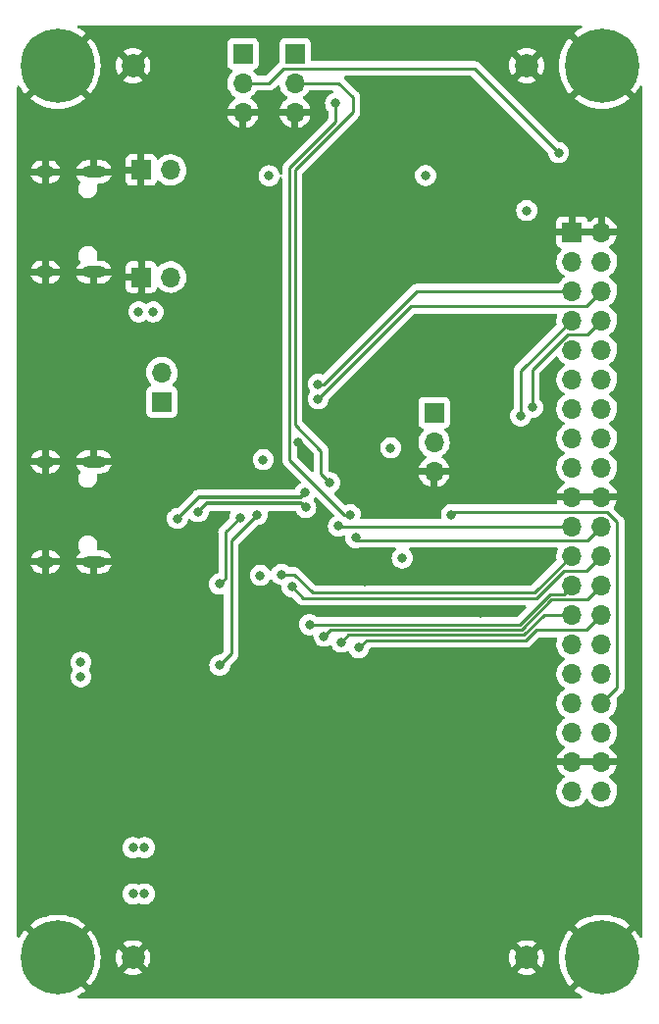
<source format=gbl>
%TF.GenerationSoftware,KiCad,Pcbnew,6.0.2+dfsg-1*%
%TF.CreationDate,2025-09-20T14:23:43+02:00*%
%TF.ProjectId,Alchemy,416c6368-656d-4792-9e6b-696361645f70,rev?*%
%TF.SameCoordinates,Original*%
%TF.FileFunction,Copper,L4,Bot*%
%TF.FilePolarity,Positive*%
%FSLAX46Y46*%
G04 Gerber Fmt 4.6, Leading zero omitted, Abs format (unit mm)*
G04 Created by KiCad (PCBNEW 6.0.2+dfsg-1) date 2025-09-20 14:23:43*
%MOMM*%
%LPD*%
G01*
G04 APERTURE LIST*
%TA.AperFunction,ComponentPad*%
%ADD10O,1.600000X1.000000*%
%TD*%
%TA.AperFunction,ComponentPad*%
%ADD11O,2.100000X1.000000*%
%TD*%
%TA.AperFunction,ComponentPad*%
%ADD12C,2.000000*%
%TD*%
%TA.AperFunction,ComponentPad*%
%ADD13R,1.700000X1.700000*%
%TD*%
%TA.AperFunction,ComponentPad*%
%ADD14O,1.700000X1.700000*%
%TD*%
%TA.AperFunction,ComponentPad*%
%ADD15C,6.400000*%
%TD*%
%TA.AperFunction,ComponentPad*%
%ADD16C,0.500000*%
%TD*%
%TA.AperFunction,SMDPad,CuDef*%
%ADD17R,2.410000X3.100000*%
%TD*%
%TA.AperFunction,ViaPad*%
%ADD18C,0.800000*%
%TD*%
%TA.AperFunction,Conductor*%
%ADD19C,0.250000*%
%TD*%
%TA.AperFunction,Conductor*%
%ADD20C,0.300000*%
%TD*%
G04 APERTURE END LIST*
D10*
X124950000Y-76820000D03*
D11*
X129130000Y-68180000D03*
X129130000Y-76820000D03*
D10*
X124950000Y-68180000D03*
D12*
X132500000Y-136000000D03*
D13*
X133210000Y-68000000D03*
D14*
X135750000Y-68000000D03*
D15*
X126000000Y-136000000D03*
D13*
X170420000Y-73370000D03*
D14*
X172960000Y-73370000D03*
X170420000Y-75910000D03*
X172960000Y-75910000D03*
X170420000Y-78450000D03*
X172960000Y-78450000D03*
X170420000Y-80990000D03*
X172960000Y-80990000D03*
X170420000Y-83530000D03*
X172960000Y-83530000D03*
X170420000Y-86070000D03*
X172960000Y-86070000D03*
X170420000Y-88610000D03*
X172960000Y-88610000D03*
X170420000Y-91150000D03*
X172960000Y-91150000D03*
X170420000Y-93690000D03*
X172960000Y-93690000D03*
X170420000Y-96230000D03*
X172960000Y-96230000D03*
X170420000Y-98770000D03*
X172960000Y-98770000D03*
X170420000Y-101310000D03*
X172960000Y-101310000D03*
X170420000Y-103850000D03*
X172960000Y-103850000D03*
X170420000Y-106390000D03*
X172960000Y-106390000D03*
X170420000Y-108930000D03*
X172960000Y-108930000D03*
X170420000Y-111470000D03*
X172960000Y-111470000D03*
X170420000Y-114010000D03*
X172960000Y-114010000D03*
X170420000Y-116550000D03*
X172960000Y-116550000D03*
X170420000Y-119090000D03*
X172960000Y-119090000D03*
X170420000Y-121630000D03*
X172960000Y-121630000D03*
D12*
X166500000Y-136000000D03*
D13*
X135000000Y-88025000D03*
D14*
X135000000Y-85485000D03*
D13*
X133225000Y-77250000D03*
D14*
X135765000Y-77250000D03*
D13*
X142000000Y-57975000D03*
D14*
X142000000Y-60515000D03*
X142000000Y-63055000D03*
D13*
X146500000Y-57960000D03*
D14*
X146500000Y-60500000D03*
X146500000Y-63040000D03*
D12*
X132500000Y-59000000D03*
D10*
X124950000Y-93180000D03*
X124950000Y-101820000D03*
D11*
X129130000Y-101820000D03*
X129130000Y-93180000D03*
D15*
X173000000Y-59000000D03*
X173000000Y-136000000D03*
D16*
X157045000Y-128700000D03*
X157045000Y-131300000D03*
D17*
X158000000Y-130000000D03*
D16*
X157045000Y-130000000D03*
X158955000Y-130000000D03*
X158955000Y-128700000D03*
X158955000Y-131300000D03*
D15*
X126000000Y-59000000D03*
D13*
X158500000Y-88960000D03*
D14*
X158500000Y-91500000D03*
X158500000Y-94040000D03*
D12*
X166500000Y-59000000D03*
D18*
X151250000Y-89000000D03*
X154750000Y-92000000D03*
X157775000Y-68475000D03*
X143500000Y-103000000D03*
X166500000Y-71500000D03*
X143750000Y-93000000D03*
X144250000Y-68500000D03*
X155750000Y-101500000D03*
X139976305Y-103750000D03*
X141762299Y-98000000D03*
X140000000Y-110750000D03*
X143250000Y-97750000D03*
X148500000Y-86500000D03*
X148500000Y-87750000D03*
X165987701Y-89237701D03*
X167000000Y-88500000D03*
X150250000Y-98750000D03*
X151750000Y-99750000D03*
X145337500Y-102912500D03*
X146250000Y-104000000D03*
X147750000Y-107250000D03*
X149000000Y-108250000D03*
X150500000Y-108750000D03*
X152000000Y-109250000D03*
X160000000Y-97750000D03*
X147375000Y-95875000D03*
X136344670Y-98094670D03*
X147420091Y-97139865D03*
X138125000Y-97500000D03*
X149500000Y-95000000D03*
X169250000Y-66500000D03*
X151250000Y-97750000D03*
X150000000Y-62250000D03*
X162500000Y-106250000D03*
X135500000Y-122500000D03*
X159750000Y-125750000D03*
X134500000Y-107250000D03*
X138500000Y-122500000D03*
X138500000Y-134500000D03*
X129250000Y-128500000D03*
X129750000Y-108250000D03*
X167000000Y-101750000D03*
X144000000Y-75500000D03*
X162000000Y-65500000D03*
X162000000Y-132500000D03*
X138500000Y-121250000D03*
X135500000Y-121250000D03*
X126000000Y-110500000D03*
X165250000Y-133000000D03*
X146750000Y-91500000D03*
X166250000Y-126500000D03*
X156000000Y-74000000D03*
X164000000Y-122750000D03*
X155250000Y-94750000D03*
X166750000Y-111500000D03*
X154000000Y-65500000D03*
X128750000Y-90000000D03*
X135500000Y-135750000D03*
X135500000Y-134500000D03*
X152500000Y-103500000D03*
X126500000Y-85750000D03*
X143000000Y-100500000D03*
X131250000Y-83750000D03*
X138500000Y-135750000D03*
X128000000Y-111750000D03*
X133500000Y-130500000D03*
X133500000Y-126500000D03*
X134250000Y-80250000D03*
X132500000Y-130500000D03*
X132500000Y-126500000D03*
X133000000Y-80250000D03*
X128000000Y-110500000D03*
D19*
X140500000Y-103250000D02*
X140000000Y-103750000D01*
X141762299Y-98000000D02*
X140500000Y-99262299D01*
X140500000Y-99262299D02*
X140500000Y-103250000D01*
X140000000Y-103750000D02*
X139976305Y-103750000D01*
X141000000Y-100000000D02*
X141000000Y-109750000D01*
X141000000Y-109750000D02*
X140000000Y-110750000D01*
X143250000Y-97750000D02*
X141000000Y-100000000D01*
X149000000Y-86500000D02*
X157050000Y-78450000D01*
X148500000Y-86500000D02*
X149000000Y-86500000D01*
X157050000Y-78450000D02*
X170420000Y-78450000D01*
X156500000Y-79750000D02*
X171660000Y-79750000D01*
X171660000Y-79750000D02*
X172960000Y-78450000D01*
X148500000Y-87750000D02*
X156500000Y-79750000D01*
X165987701Y-85357299D02*
X165987701Y-89237701D01*
X165987701Y-85357299D02*
X170355000Y-80990000D01*
X170355000Y-80990000D02*
X170420000Y-80990000D01*
X170054479Y-82169511D02*
X171780489Y-82169511D01*
X171780489Y-82169511D02*
X172960000Y-80990000D01*
X167000000Y-88500000D02*
X167000000Y-85223990D01*
X167000000Y-85223990D02*
X170054479Y-82169511D01*
X150270000Y-98770000D02*
X170420000Y-98770000D01*
X151750000Y-99750000D02*
X151950000Y-99950000D01*
X171780000Y-99950000D02*
X172960000Y-98770000D01*
X151950000Y-99950000D02*
X171780000Y-99950000D01*
X146412500Y-102912500D02*
X145337500Y-102912500D01*
X170355000Y-101310000D02*
X167165000Y-104500000D01*
X167165000Y-104500000D02*
X148000000Y-104500000D01*
X148000000Y-104500000D02*
X146412500Y-102912500D01*
X170420000Y-101310000D02*
X170355000Y-101310000D01*
X147200000Y-104950000D02*
X167351396Y-104950000D01*
X146250000Y-104000000D02*
X147200000Y-104950000D01*
X169701396Y-102600000D02*
X171670000Y-102600000D01*
X171670000Y-102600000D02*
X172960000Y-101310000D01*
X167351396Y-104950000D02*
X169701396Y-102600000D01*
X147750000Y-107250000D02*
X165863604Y-107250000D01*
X168513604Y-104600000D02*
X169670000Y-104600000D01*
X165863604Y-107250000D02*
X168513604Y-104600000D01*
X169670000Y-104600000D02*
X170420000Y-103850000D01*
X149000000Y-108250000D02*
X149550000Y-107700000D01*
X166050000Y-107700000D02*
X168650000Y-105100000D01*
X171710000Y-105100000D02*
X172960000Y-103850000D01*
X168650000Y-105100000D02*
X171710000Y-105100000D01*
X149550000Y-107700000D02*
X166050000Y-107700000D01*
X151100000Y-108150000D02*
X166236396Y-108150000D01*
X150500000Y-108750000D02*
X151100000Y-108150000D01*
X167996396Y-106390000D02*
X170420000Y-106390000D01*
X166236396Y-108150000D02*
X167996396Y-106390000D01*
X171650000Y-107700000D02*
X172960000Y-106390000D01*
X167322792Y-107700000D02*
X171650000Y-107700000D01*
X152650000Y-108600000D02*
X166422792Y-108600000D01*
X152000000Y-109250000D02*
X152650000Y-108600000D01*
X166422792Y-108600000D02*
X167322792Y-107700000D01*
X174300000Y-112670000D02*
X172960000Y-114010000D01*
X160250000Y-97500000D02*
X173400000Y-97500000D01*
X173400000Y-97500000D02*
X174300000Y-98400000D01*
X174300000Y-98400000D02*
X174300000Y-112670000D01*
X160000000Y-97750000D02*
X160250000Y-97500000D01*
D20*
X136344670Y-98094670D02*
X138189340Y-96250000D01*
X147000000Y-96250000D02*
X147375000Y-95875000D01*
X138189340Y-96250000D02*
X147000000Y-96250000D01*
X138875000Y-96750000D02*
X138125000Y-97500000D01*
X147030226Y-96750000D02*
X147420091Y-97139865D01*
X138875000Y-96750000D02*
X147030226Y-96750000D01*
D19*
X150250000Y-60500000D02*
X151500000Y-61750000D01*
X151500000Y-61750000D02*
X151500000Y-63000000D01*
X148750000Y-94250000D02*
X149500000Y-95000000D01*
X146500000Y-90000000D02*
X148750000Y-92250000D01*
X146500000Y-68000000D02*
X146500000Y-90000000D01*
X151500000Y-63000000D02*
X146500000Y-68000000D01*
X148750000Y-92250000D02*
X148750000Y-94250000D01*
X146500000Y-60500000D02*
X150250000Y-60500000D01*
X144235000Y-60515000D02*
X142000000Y-60515000D01*
X162000000Y-59250000D02*
X145500000Y-59250000D01*
X169250000Y-66500000D02*
X162000000Y-59250000D01*
X145500000Y-59250000D02*
X144235000Y-60515000D01*
X150000000Y-63864282D02*
X146025489Y-67838793D01*
X150750000Y-97750000D02*
X151250000Y-97750000D01*
X146025489Y-93025489D02*
X150750000Y-97750000D01*
X146025489Y-67838793D02*
X146025489Y-93025489D01*
X150000000Y-62250000D02*
X150000000Y-63864282D01*
%TA.AperFunction,Conductor*%
G36*
X160750000Y-132500000D02*
G01*
X155500000Y-132500000D01*
X155500000Y-127500000D01*
X160750000Y-127500000D01*
X160750000Y-132500000D01*
G37*
%TD.AperFunction*%
%TA.AperFunction,Conductor*%
G36*
X171229157Y-55528002D02*
G01*
X171275650Y-55581658D01*
X171285754Y-55651932D01*
X171256260Y-55716512D01*
X171218239Y-55746267D01*
X171146397Y-55782872D01*
X171140687Y-55786169D01*
X170820268Y-55994251D01*
X170814938Y-55998123D01*
X170612111Y-56162369D01*
X170603645Y-56174624D01*
X170609979Y-56185715D01*
X175813419Y-61389155D01*
X175826495Y-61396295D01*
X175836863Y-61388837D01*
X176001877Y-61185062D01*
X176005749Y-61179732D01*
X176213831Y-60859313D01*
X176217128Y-60853603D01*
X176253733Y-60781761D01*
X176302481Y-60730146D01*
X176371396Y-60713080D01*
X176438598Y-60735981D01*
X176482750Y-60791578D01*
X176492000Y-60838964D01*
X176492000Y-134161036D01*
X176471998Y-134229157D01*
X176418342Y-134275650D01*
X176348068Y-134285754D01*
X176283488Y-134256260D01*
X176253733Y-134218239D01*
X176217128Y-134146397D01*
X176213831Y-134140687D01*
X176005749Y-133820268D01*
X176001877Y-133814938D01*
X175837631Y-133612111D01*
X175825376Y-133603645D01*
X175814285Y-133609979D01*
X170610845Y-138813419D01*
X170603705Y-138826495D01*
X170611163Y-138836863D01*
X170814943Y-139001880D01*
X170820265Y-139005747D01*
X171140685Y-139213830D01*
X171146394Y-139217127D01*
X171218238Y-139253733D01*
X171269853Y-139302481D01*
X171286919Y-139371396D01*
X171264018Y-139438598D01*
X171208421Y-139482750D01*
X171161035Y-139492000D01*
X127838965Y-139492000D01*
X127770844Y-139471998D01*
X127724351Y-139418342D01*
X127714247Y-139348068D01*
X127743741Y-139283488D01*
X127781762Y-139253733D01*
X127853606Y-139217127D01*
X127859315Y-139213830D01*
X128179735Y-139005747D01*
X128185057Y-139001880D01*
X128387889Y-138837631D01*
X128396355Y-138825376D01*
X128390021Y-138814285D01*
X125576868Y-136001132D01*
X126429462Y-136001132D01*
X126429593Y-136002965D01*
X126433844Y-136009580D01*
X128813419Y-138389155D01*
X128826495Y-138396295D01*
X128836863Y-138388837D01*
X129001877Y-138185062D01*
X129005749Y-138179732D01*
X129213831Y-137859313D01*
X129217128Y-137853603D01*
X129390578Y-137513189D01*
X129393260Y-137507164D01*
X129489140Y-137257388D01*
X131672496Y-137257388D01*
X131678223Y-137265038D01*
X131809042Y-137345205D01*
X131817837Y-137349687D01*
X132027988Y-137436734D01*
X132037373Y-137439783D01*
X132258554Y-137492885D01*
X132268301Y-137494428D01*
X132495070Y-137512275D01*
X132504930Y-137512275D01*
X132731699Y-137494428D01*
X132741446Y-137492885D01*
X132962627Y-137439783D01*
X132972012Y-137436734D01*
X133182163Y-137349687D01*
X133190958Y-137345205D01*
X133318110Y-137267285D01*
X133327064Y-137257388D01*
X165672496Y-137257388D01*
X165678223Y-137265038D01*
X165809042Y-137345205D01*
X165817837Y-137349687D01*
X166027988Y-137436734D01*
X166037373Y-137439783D01*
X166258554Y-137492885D01*
X166268301Y-137494428D01*
X166495070Y-137512275D01*
X166504930Y-137512275D01*
X166731699Y-137494428D01*
X166741446Y-137492885D01*
X166962627Y-137439783D01*
X166972012Y-137436734D01*
X167182163Y-137349687D01*
X167190958Y-137345205D01*
X167318110Y-137267285D01*
X167327570Y-137256829D01*
X167323786Y-137248050D01*
X166512812Y-136437076D01*
X166498868Y-136429462D01*
X166497035Y-136429593D01*
X166490420Y-136433844D01*
X165679256Y-137245008D01*
X165672496Y-137257388D01*
X133327064Y-137257388D01*
X133327570Y-137256829D01*
X133323786Y-137248050D01*
X132512812Y-136437076D01*
X132498868Y-136429462D01*
X132497035Y-136429593D01*
X132490420Y-136433844D01*
X131679256Y-137245008D01*
X131672496Y-137257388D01*
X129489140Y-137257388D01*
X129530171Y-137150498D01*
X129532212Y-137144216D01*
X129631094Y-136775184D01*
X129632465Y-136768734D01*
X129692234Y-136391371D01*
X129692920Y-136384833D01*
X129712831Y-136004930D01*
X130987725Y-136004930D01*
X131005572Y-136231699D01*
X131007115Y-136241446D01*
X131060217Y-136462627D01*
X131063266Y-136472012D01*
X131150313Y-136682163D01*
X131154795Y-136690958D01*
X131232715Y-136818110D01*
X131243171Y-136827570D01*
X131251950Y-136823786D01*
X132062924Y-136012812D01*
X132069302Y-136001132D01*
X132929462Y-136001132D01*
X132929593Y-136002965D01*
X132933844Y-136009580D01*
X133745008Y-136820744D01*
X133757388Y-136827504D01*
X133765038Y-136821777D01*
X133845205Y-136690958D01*
X133849687Y-136682163D01*
X133936734Y-136472012D01*
X133939783Y-136462627D01*
X133992885Y-136241446D01*
X133994428Y-136231699D01*
X134012275Y-136004930D01*
X164987725Y-136004930D01*
X165005572Y-136231699D01*
X165007115Y-136241446D01*
X165060217Y-136462627D01*
X165063266Y-136472012D01*
X165150313Y-136682163D01*
X165154795Y-136690958D01*
X165232715Y-136818110D01*
X165243171Y-136827570D01*
X165251950Y-136823786D01*
X166062924Y-136012812D01*
X166069302Y-136001132D01*
X166929462Y-136001132D01*
X166929593Y-136002965D01*
X166933844Y-136009580D01*
X167745008Y-136820744D01*
X167757388Y-136827504D01*
X167765038Y-136821777D01*
X167845205Y-136690958D01*
X167849687Y-136682163D01*
X167936734Y-136472012D01*
X167939783Y-136462627D01*
X167992885Y-136241446D01*
X167994428Y-136231699D01*
X168012275Y-136004930D01*
X168012275Y-136003301D01*
X169287084Y-136003301D01*
X169307080Y-136384833D01*
X169307766Y-136391371D01*
X169367535Y-136768734D01*
X169368906Y-136775184D01*
X169467788Y-137144216D01*
X169469829Y-137150498D01*
X169606740Y-137507164D01*
X169609422Y-137513189D01*
X169782872Y-137853603D01*
X169786169Y-137859313D01*
X169994251Y-138179732D01*
X169998123Y-138185062D01*
X170162369Y-138387889D01*
X170174624Y-138396355D01*
X170185715Y-138390021D01*
X172562924Y-136012812D01*
X172570538Y-135998868D01*
X172570407Y-135997035D01*
X172566156Y-135990420D01*
X170186581Y-133610845D01*
X170173505Y-133603705D01*
X170163137Y-133611163D01*
X169998123Y-133814938D01*
X169994251Y-133820268D01*
X169786169Y-134140687D01*
X169782872Y-134146397D01*
X169609422Y-134486811D01*
X169606740Y-134492836D01*
X169469829Y-134849502D01*
X169467788Y-134855784D01*
X169368906Y-135224816D01*
X169367535Y-135231266D01*
X169307766Y-135608629D01*
X169307080Y-135615167D01*
X169287084Y-135996699D01*
X169287084Y-136003301D01*
X168012275Y-136003301D01*
X168012275Y-135995070D01*
X167994428Y-135768301D01*
X167992885Y-135758554D01*
X167939783Y-135537373D01*
X167936734Y-135527988D01*
X167849687Y-135317837D01*
X167845205Y-135309042D01*
X167767285Y-135181890D01*
X167756829Y-135172430D01*
X167748050Y-135176214D01*
X166937076Y-135987188D01*
X166929462Y-136001132D01*
X166069302Y-136001132D01*
X166070538Y-135998868D01*
X166070407Y-135997035D01*
X166066156Y-135990420D01*
X165254992Y-135179256D01*
X165242612Y-135172496D01*
X165234962Y-135178223D01*
X165154795Y-135309042D01*
X165150313Y-135317837D01*
X165063266Y-135527988D01*
X165060217Y-135537373D01*
X165007115Y-135758554D01*
X165005572Y-135768301D01*
X164987725Y-135995070D01*
X164987725Y-136004930D01*
X134012275Y-136004930D01*
X134012275Y-135995070D01*
X133994428Y-135768301D01*
X133992885Y-135758554D01*
X133939783Y-135537373D01*
X133936734Y-135527988D01*
X133849687Y-135317837D01*
X133845205Y-135309042D01*
X133767285Y-135181890D01*
X133756829Y-135172430D01*
X133748050Y-135176214D01*
X132937076Y-135987188D01*
X132929462Y-136001132D01*
X132069302Y-136001132D01*
X132070538Y-135998868D01*
X132070407Y-135997035D01*
X132066156Y-135990420D01*
X131254992Y-135179256D01*
X131242612Y-135172496D01*
X131234962Y-135178223D01*
X131154795Y-135309042D01*
X131150313Y-135317837D01*
X131063266Y-135527988D01*
X131060217Y-135537373D01*
X131007115Y-135758554D01*
X131005572Y-135768301D01*
X130987725Y-135995070D01*
X130987725Y-136004930D01*
X129712831Y-136004930D01*
X129712916Y-136003301D01*
X129712916Y-135996699D01*
X129692920Y-135615167D01*
X129692234Y-135608629D01*
X129632465Y-135231266D01*
X129631094Y-135224816D01*
X129532212Y-134855784D01*
X129530171Y-134849502D01*
X129489354Y-134743171D01*
X131672430Y-134743171D01*
X131676214Y-134751950D01*
X132487188Y-135562924D01*
X132501132Y-135570538D01*
X132502965Y-135570407D01*
X132509580Y-135566156D01*
X133320744Y-134754992D01*
X133327199Y-134743171D01*
X165672430Y-134743171D01*
X165676214Y-134751950D01*
X166487188Y-135562924D01*
X166501132Y-135570538D01*
X166502965Y-135570407D01*
X166509580Y-135566156D01*
X167320744Y-134754992D01*
X167327504Y-134742612D01*
X167321777Y-134734962D01*
X167190958Y-134654795D01*
X167182163Y-134650313D01*
X166972012Y-134563266D01*
X166962627Y-134560217D01*
X166741446Y-134507115D01*
X166731699Y-134505572D01*
X166504930Y-134487725D01*
X166495070Y-134487725D01*
X166268301Y-134505572D01*
X166258554Y-134507115D01*
X166037373Y-134560217D01*
X166027988Y-134563266D01*
X165817837Y-134650313D01*
X165809042Y-134654795D01*
X165681890Y-134732715D01*
X165672430Y-134743171D01*
X133327199Y-134743171D01*
X133327504Y-134742612D01*
X133321777Y-134734962D01*
X133190958Y-134654795D01*
X133182163Y-134650313D01*
X132972012Y-134563266D01*
X132962627Y-134560217D01*
X132741446Y-134507115D01*
X132731699Y-134505572D01*
X132504930Y-134487725D01*
X132495070Y-134487725D01*
X132268301Y-134505572D01*
X132258554Y-134507115D01*
X132037373Y-134560217D01*
X132027988Y-134563266D01*
X131817837Y-134650313D01*
X131809042Y-134654795D01*
X131681890Y-134732715D01*
X131672430Y-134743171D01*
X129489354Y-134743171D01*
X129393260Y-134492836D01*
X129390578Y-134486811D01*
X129217128Y-134146397D01*
X129213831Y-134140687D01*
X129005749Y-133820268D01*
X129001877Y-133814938D01*
X128837631Y-133612111D01*
X128825376Y-133603645D01*
X128814285Y-133609979D01*
X126437076Y-135987188D01*
X126429462Y-136001132D01*
X125576868Y-136001132D01*
X123186581Y-133610845D01*
X123173505Y-133603705D01*
X123163137Y-133611163D01*
X122998123Y-133814938D01*
X122994251Y-133820268D01*
X122786169Y-134140687D01*
X122782872Y-134146397D01*
X122746267Y-134218239D01*
X122697519Y-134269854D01*
X122628604Y-134286920D01*
X122561402Y-134264019D01*
X122517250Y-134208422D01*
X122508000Y-134161036D01*
X122508000Y-133174624D01*
X123603645Y-133174624D01*
X123609979Y-133185715D01*
X125987188Y-135562924D01*
X126001132Y-135570538D01*
X126002965Y-135570407D01*
X126009580Y-135566156D01*
X128389155Y-133186581D01*
X128395684Y-133174624D01*
X170603645Y-133174624D01*
X170609979Y-133185715D01*
X172987188Y-135562924D01*
X173001132Y-135570538D01*
X173002965Y-135570407D01*
X173009580Y-135566156D01*
X175389155Y-133186581D01*
X175396295Y-133173505D01*
X175388837Y-133163137D01*
X175185057Y-132998120D01*
X175179735Y-132994253D01*
X174859315Y-132786170D01*
X174853606Y-132782873D01*
X174513189Y-132609422D01*
X174507164Y-132606740D01*
X174150498Y-132469829D01*
X174144216Y-132467788D01*
X173775184Y-132368906D01*
X173768734Y-132367535D01*
X173391371Y-132307766D01*
X173384833Y-132307080D01*
X173003301Y-132287084D01*
X172996699Y-132287084D01*
X172615167Y-132307080D01*
X172608629Y-132307766D01*
X172231266Y-132367535D01*
X172224816Y-132368906D01*
X171855784Y-132467788D01*
X171849502Y-132469829D01*
X171492836Y-132606740D01*
X171486811Y-132609422D01*
X171146397Y-132782872D01*
X171140687Y-132786169D01*
X170820268Y-132994251D01*
X170814938Y-132998123D01*
X170612111Y-133162369D01*
X170603645Y-133174624D01*
X128395684Y-133174624D01*
X128396295Y-133173505D01*
X128388837Y-133163137D01*
X128185057Y-132998120D01*
X128179735Y-132994253D01*
X127859315Y-132786170D01*
X127853606Y-132782873D01*
X127513189Y-132609422D01*
X127507164Y-132606740D01*
X127229096Y-132500000D01*
X155500000Y-132500000D01*
X160750000Y-132500000D01*
X160750000Y-127500000D01*
X155500000Y-127500000D01*
X155500000Y-132500000D01*
X127229096Y-132500000D01*
X127150498Y-132469829D01*
X127144216Y-132467788D01*
X126775184Y-132368906D01*
X126768734Y-132367535D01*
X126391371Y-132307766D01*
X126384833Y-132307080D01*
X126003301Y-132287084D01*
X125996699Y-132287084D01*
X125615167Y-132307080D01*
X125608629Y-132307766D01*
X125231266Y-132367535D01*
X125224816Y-132368906D01*
X124855784Y-132467788D01*
X124849502Y-132469829D01*
X124492836Y-132606740D01*
X124486811Y-132609422D01*
X124146397Y-132782872D01*
X124140687Y-132786169D01*
X123820268Y-132994251D01*
X123814938Y-132998123D01*
X123612111Y-133162369D01*
X123603645Y-133174624D01*
X122508000Y-133174624D01*
X122508000Y-130500000D01*
X131586496Y-130500000D01*
X131587186Y-130506565D01*
X131601255Y-130640420D01*
X131606458Y-130689928D01*
X131665473Y-130871556D01*
X131760960Y-131036944D01*
X131765378Y-131041851D01*
X131765379Y-131041852D01*
X131842609Y-131127625D01*
X131888747Y-131178866D01*
X131987843Y-131250864D01*
X132000000Y-131259696D01*
X132043248Y-131291118D01*
X132049276Y-131293802D01*
X132049278Y-131293803D01*
X132211681Y-131366109D01*
X132217712Y-131368794D01*
X132311112Y-131388647D01*
X132398056Y-131407128D01*
X132398061Y-131407128D01*
X132404513Y-131408500D01*
X132595487Y-131408500D01*
X132601939Y-131407128D01*
X132601944Y-131407128D01*
X132688888Y-131388647D01*
X132782288Y-131368794D01*
X132948752Y-131294680D01*
X133019118Y-131285246D01*
X133051247Y-131294680D01*
X133217712Y-131368794D01*
X133311112Y-131388647D01*
X133398056Y-131407128D01*
X133398061Y-131407128D01*
X133404513Y-131408500D01*
X133595487Y-131408500D01*
X133601939Y-131407128D01*
X133601944Y-131407128D01*
X133688888Y-131388647D01*
X133782288Y-131368794D01*
X133788319Y-131366109D01*
X133950722Y-131293803D01*
X133950724Y-131293802D01*
X133956752Y-131291118D01*
X134000001Y-131259696D01*
X134012157Y-131250864D01*
X134111253Y-131178866D01*
X134157391Y-131127625D01*
X134234621Y-131041852D01*
X134234622Y-131041851D01*
X134239040Y-131036944D01*
X134334527Y-130871556D01*
X134393542Y-130689928D01*
X134398746Y-130640420D01*
X134412814Y-130506565D01*
X134413504Y-130500000D01*
X134395192Y-130325772D01*
X134394232Y-130316635D01*
X134394232Y-130316633D01*
X134393542Y-130310072D01*
X134334527Y-130128444D01*
X134239040Y-129963056D01*
X134111253Y-129821134D01*
X134012157Y-129749136D01*
X133962094Y-129712763D01*
X133962093Y-129712762D01*
X133956752Y-129708882D01*
X133950724Y-129706198D01*
X133950722Y-129706197D01*
X133788319Y-129633891D01*
X133788318Y-129633891D01*
X133782288Y-129631206D01*
X133688887Y-129611353D01*
X133601944Y-129592872D01*
X133601939Y-129592872D01*
X133595487Y-129591500D01*
X133404513Y-129591500D01*
X133398061Y-129592872D01*
X133398056Y-129592872D01*
X133311113Y-129611353D01*
X133217712Y-129631206D01*
X133051248Y-129705320D01*
X132980882Y-129714754D01*
X132948753Y-129705320D01*
X132782288Y-129631206D01*
X132688887Y-129611353D01*
X132601944Y-129592872D01*
X132601939Y-129592872D01*
X132595487Y-129591500D01*
X132404513Y-129591500D01*
X132398061Y-129592872D01*
X132398056Y-129592872D01*
X132311113Y-129611353D01*
X132217712Y-129631206D01*
X132211682Y-129633891D01*
X132211681Y-129633891D01*
X132049278Y-129706197D01*
X132049276Y-129706198D01*
X132043248Y-129708882D01*
X132037907Y-129712762D01*
X132037906Y-129712763D01*
X131987843Y-129749136D01*
X131888747Y-129821134D01*
X131760960Y-129963056D01*
X131665473Y-130128444D01*
X131606458Y-130310072D01*
X131605768Y-130316633D01*
X131605768Y-130316635D01*
X131604808Y-130325772D01*
X131586496Y-130500000D01*
X122508000Y-130500000D01*
X122508000Y-126500000D01*
X131586496Y-126500000D01*
X131606458Y-126689928D01*
X131665473Y-126871556D01*
X131760960Y-127036944D01*
X131888747Y-127178866D01*
X131987843Y-127250864D01*
X132000000Y-127259696D01*
X132043248Y-127291118D01*
X132049276Y-127293802D01*
X132049278Y-127293803D01*
X132051248Y-127294680D01*
X132217712Y-127368794D01*
X132311112Y-127388647D01*
X132398056Y-127407128D01*
X132398061Y-127407128D01*
X132404513Y-127408500D01*
X132595487Y-127408500D01*
X132601939Y-127407128D01*
X132601944Y-127407128D01*
X132688888Y-127388647D01*
X132782288Y-127368794D01*
X132948752Y-127294680D01*
X133019118Y-127285246D01*
X133051247Y-127294680D01*
X133217712Y-127368794D01*
X133311112Y-127388647D01*
X133398056Y-127407128D01*
X133398061Y-127407128D01*
X133404513Y-127408500D01*
X133595487Y-127408500D01*
X133601939Y-127407128D01*
X133601944Y-127407128D01*
X133688888Y-127388647D01*
X133782288Y-127368794D01*
X133948752Y-127294680D01*
X133950722Y-127293803D01*
X133950724Y-127293802D01*
X133956752Y-127291118D01*
X134000001Y-127259696D01*
X134012157Y-127250864D01*
X134111253Y-127178866D01*
X134239040Y-127036944D01*
X134334527Y-126871556D01*
X134393542Y-126689928D01*
X134413504Y-126500000D01*
X134393542Y-126310072D01*
X134334527Y-126128444D01*
X134239040Y-125963056D01*
X134111253Y-125821134D01*
X134012157Y-125749136D01*
X133962094Y-125712763D01*
X133962093Y-125712762D01*
X133956752Y-125708882D01*
X133950724Y-125706198D01*
X133950722Y-125706197D01*
X133788319Y-125633891D01*
X133788318Y-125633891D01*
X133782288Y-125631206D01*
X133688887Y-125611353D01*
X133601944Y-125592872D01*
X133601939Y-125592872D01*
X133595487Y-125591500D01*
X133404513Y-125591500D01*
X133398061Y-125592872D01*
X133398056Y-125592872D01*
X133311113Y-125611353D01*
X133217712Y-125631206D01*
X133051248Y-125705320D01*
X132980882Y-125714754D01*
X132948753Y-125705320D01*
X132782288Y-125631206D01*
X132688887Y-125611353D01*
X132601944Y-125592872D01*
X132601939Y-125592872D01*
X132595487Y-125591500D01*
X132404513Y-125591500D01*
X132398061Y-125592872D01*
X132398056Y-125592872D01*
X132311113Y-125611353D01*
X132217712Y-125631206D01*
X132211682Y-125633891D01*
X132211681Y-125633891D01*
X132049278Y-125706197D01*
X132049276Y-125706198D01*
X132043248Y-125708882D01*
X132037907Y-125712762D01*
X132037906Y-125712763D01*
X131987843Y-125749136D01*
X131888747Y-125821134D01*
X131760960Y-125963056D01*
X131665473Y-126128444D01*
X131606458Y-126310072D01*
X131586496Y-126500000D01*
X122508000Y-126500000D01*
X122508000Y-121596695D01*
X169057251Y-121596695D01*
X169057548Y-121601848D01*
X169057548Y-121601851D01*
X169063011Y-121696590D01*
X169070110Y-121819715D01*
X169071247Y-121824761D01*
X169071248Y-121824767D01*
X169091119Y-121912939D01*
X169119222Y-122037639D01*
X169203266Y-122244616D01*
X169254019Y-122327438D01*
X169317291Y-122430688D01*
X169319987Y-122435088D01*
X169466250Y-122603938D01*
X169638126Y-122746632D01*
X169831000Y-122859338D01*
X170039692Y-122939030D01*
X170044760Y-122940061D01*
X170044763Y-122940062D01*
X170152017Y-122961883D01*
X170258597Y-122983567D01*
X170263772Y-122983757D01*
X170263774Y-122983757D01*
X170476673Y-122991564D01*
X170476677Y-122991564D01*
X170481837Y-122991753D01*
X170486957Y-122991097D01*
X170486959Y-122991097D01*
X170698288Y-122964025D01*
X170698289Y-122964025D01*
X170703416Y-122963368D01*
X170708366Y-122961883D01*
X170912429Y-122900661D01*
X170912434Y-122900659D01*
X170917384Y-122899174D01*
X171117994Y-122800896D01*
X171299860Y-122671173D01*
X171458096Y-122513489D01*
X171517594Y-122430689D01*
X171588453Y-122332077D01*
X171589776Y-122333028D01*
X171636645Y-122289857D01*
X171706580Y-122277625D01*
X171772026Y-122305144D01*
X171799875Y-122336994D01*
X171859987Y-122435088D01*
X172006250Y-122603938D01*
X172178126Y-122746632D01*
X172371000Y-122859338D01*
X172579692Y-122939030D01*
X172584760Y-122940061D01*
X172584763Y-122940062D01*
X172692017Y-122961883D01*
X172798597Y-122983567D01*
X172803772Y-122983757D01*
X172803774Y-122983757D01*
X173016673Y-122991564D01*
X173016677Y-122991564D01*
X173021837Y-122991753D01*
X173026957Y-122991097D01*
X173026959Y-122991097D01*
X173238288Y-122964025D01*
X173238289Y-122964025D01*
X173243416Y-122963368D01*
X173248366Y-122961883D01*
X173452429Y-122900661D01*
X173452434Y-122900659D01*
X173457384Y-122899174D01*
X173657994Y-122800896D01*
X173839860Y-122671173D01*
X173998096Y-122513489D01*
X174057594Y-122430689D01*
X174125435Y-122336277D01*
X174128453Y-122332077D01*
X174149320Y-122289857D01*
X174225136Y-122136453D01*
X174225137Y-122136451D01*
X174227430Y-122131811D01*
X174292370Y-121918069D01*
X174321529Y-121696590D01*
X174323156Y-121630000D01*
X174304852Y-121407361D01*
X174250431Y-121190702D01*
X174161354Y-120985840D01*
X174040014Y-120798277D01*
X173889670Y-120633051D01*
X173885619Y-120629852D01*
X173885615Y-120629848D01*
X173718414Y-120497800D01*
X173718410Y-120497798D01*
X173714359Y-120494598D01*
X173672569Y-120471529D01*
X173622598Y-120421097D01*
X173607826Y-120351654D01*
X173632942Y-120285248D01*
X173660294Y-120258641D01*
X173835328Y-120133792D01*
X173843200Y-120127139D01*
X173994052Y-119976812D01*
X174000730Y-119968965D01*
X174125003Y-119796020D01*
X174130313Y-119787183D01*
X174224670Y-119596267D01*
X174228469Y-119586672D01*
X174282957Y-119407333D01*
X174283089Y-119393233D01*
X174276182Y-119390000D01*
X169113592Y-119390000D01*
X169100061Y-119393973D01*
X169098624Y-119403966D01*
X169118565Y-119492446D01*
X169121645Y-119502275D01*
X169201770Y-119699603D01*
X169206413Y-119708794D01*
X169317694Y-119890388D01*
X169323777Y-119898699D01*
X169463213Y-120059667D01*
X169470580Y-120066883D01*
X169634434Y-120202916D01*
X169642881Y-120208831D01*
X169711969Y-120249203D01*
X169760693Y-120300842D01*
X169773764Y-120370625D01*
X169747033Y-120436396D01*
X169706584Y-120469752D01*
X169693607Y-120476507D01*
X169689474Y-120479610D01*
X169689471Y-120479612D01*
X169665247Y-120497800D01*
X169514965Y-120610635D01*
X169360629Y-120772138D01*
X169234743Y-120956680D01*
X169140688Y-121159305D01*
X169080989Y-121374570D01*
X169057251Y-121596695D01*
X122508000Y-121596695D01*
X122508000Y-111750000D01*
X127086496Y-111750000D01*
X127106458Y-111939928D01*
X127165473Y-112121556D01*
X127168776Y-112127278D01*
X127168777Y-112127279D01*
X127194641Y-112172077D01*
X127260960Y-112286944D01*
X127388747Y-112428866D01*
X127543248Y-112541118D01*
X127549276Y-112543802D01*
X127549278Y-112543803D01*
X127711681Y-112616109D01*
X127717712Y-112618794D01*
X127790102Y-112634181D01*
X127898056Y-112657128D01*
X127898061Y-112657128D01*
X127904513Y-112658500D01*
X128095487Y-112658500D01*
X128101939Y-112657128D01*
X128101944Y-112657128D01*
X128209898Y-112634181D01*
X128282288Y-112618794D01*
X128288319Y-112616109D01*
X128450722Y-112543803D01*
X128450724Y-112543802D01*
X128456752Y-112541118D01*
X128611253Y-112428866D01*
X128739040Y-112286944D01*
X128805359Y-112172077D01*
X128831223Y-112127279D01*
X128831224Y-112127278D01*
X128834527Y-112121556D01*
X128893542Y-111939928D01*
X128913504Y-111750000D01*
X128893542Y-111560072D01*
X128834527Y-111378444D01*
X128739040Y-111213056D01*
X128734620Y-111208148D01*
X128730741Y-111202808D01*
X128732080Y-111201835D01*
X128704950Y-111145304D01*
X128713713Y-111074851D01*
X128731250Y-111047562D01*
X128730741Y-111047192D01*
X128734620Y-111041852D01*
X128739040Y-111036944D01*
X128834527Y-110871556D01*
X128893542Y-110689928D01*
X128906501Y-110566635D01*
X128912814Y-110506565D01*
X128913504Y-110500000D01*
X128910335Y-110469848D01*
X128894232Y-110316635D01*
X128894232Y-110316633D01*
X128893542Y-110310072D01*
X128834527Y-110128444D01*
X128828712Y-110118371D01*
X128784109Y-110041118D01*
X128739040Y-109963056D01*
X128714157Y-109935420D01*
X128615675Y-109826045D01*
X128615674Y-109826044D01*
X128611253Y-109821134D01*
X128486765Y-109730688D01*
X128462094Y-109712763D01*
X128462093Y-109712762D01*
X128456752Y-109708882D01*
X128450724Y-109706198D01*
X128450722Y-109706197D01*
X128288319Y-109633891D01*
X128288318Y-109633891D01*
X128282288Y-109631206D01*
X128159677Y-109605144D01*
X128101944Y-109592872D01*
X128101939Y-109592872D01*
X128095487Y-109591500D01*
X127904513Y-109591500D01*
X127898061Y-109592872D01*
X127898056Y-109592872D01*
X127840323Y-109605144D01*
X127717712Y-109631206D01*
X127711682Y-109633891D01*
X127711681Y-109633891D01*
X127549278Y-109706197D01*
X127549276Y-109706198D01*
X127543248Y-109708882D01*
X127537907Y-109712762D01*
X127537906Y-109712763D01*
X127513235Y-109730688D01*
X127388747Y-109821134D01*
X127384326Y-109826044D01*
X127384325Y-109826045D01*
X127285844Y-109935420D01*
X127260960Y-109963056D01*
X127215891Y-110041118D01*
X127171289Y-110118371D01*
X127165473Y-110128444D01*
X127106458Y-110310072D01*
X127105768Y-110316633D01*
X127105768Y-110316635D01*
X127089665Y-110469848D01*
X127086496Y-110500000D01*
X127087186Y-110506565D01*
X127093500Y-110566635D01*
X127106458Y-110689928D01*
X127165473Y-110871556D01*
X127260960Y-111036944D01*
X127265380Y-111041852D01*
X127269259Y-111047192D01*
X127267920Y-111048165D01*
X127295050Y-111104696D01*
X127286287Y-111175149D01*
X127268750Y-111202438D01*
X127269259Y-111202808D01*
X127265380Y-111208148D01*
X127260960Y-111213056D01*
X127165473Y-111378444D01*
X127106458Y-111560072D01*
X127086496Y-111750000D01*
X122508000Y-111750000D01*
X122508000Y-102131768D01*
X123690963Y-102131768D01*
X123709136Y-102193515D01*
X123713733Y-102204892D01*
X123799607Y-102369154D01*
X123806321Y-102379415D01*
X123922468Y-102523873D01*
X123931046Y-102532632D01*
X124073039Y-102651778D01*
X124083159Y-102658708D01*
X124245585Y-102748002D01*
X124256858Y-102752834D01*
X124433538Y-102808880D01*
X124445532Y-102811430D01*
X124589761Y-102827607D01*
X124596785Y-102828000D01*
X124631885Y-102828000D01*
X124647124Y-102823525D01*
X124648329Y-102822135D01*
X124650000Y-102814452D01*
X124650000Y-102809885D01*
X125250000Y-102809885D01*
X125254475Y-102825124D01*
X125255865Y-102826329D01*
X125263548Y-102828000D01*
X125296657Y-102828000D01*
X125302805Y-102827699D01*
X125440603Y-102814188D01*
X125452638Y-102811805D01*
X125630076Y-102758233D01*
X125641416Y-102753559D01*
X125805077Y-102666540D01*
X125815294Y-102659751D01*
X125958933Y-102542603D01*
X125967637Y-102533959D01*
X126085784Y-102391144D01*
X126092644Y-102380973D01*
X126180804Y-102217924D01*
X126185556Y-102206619D01*
X126207011Y-102137308D01*
X126207092Y-102131768D01*
X127620963Y-102131768D01*
X127639136Y-102193515D01*
X127643733Y-102204892D01*
X127729607Y-102369154D01*
X127736321Y-102379415D01*
X127852468Y-102523873D01*
X127861046Y-102532632D01*
X128003039Y-102651778D01*
X128013159Y-102658708D01*
X128175585Y-102748002D01*
X128186858Y-102752834D01*
X128363538Y-102808880D01*
X128375532Y-102811430D01*
X128519761Y-102827607D01*
X128526785Y-102828000D01*
X128811885Y-102828000D01*
X128827124Y-102823525D01*
X128828329Y-102822135D01*
X128830000Y-102814452D01*
X128830000Y-102809885D01*
X129430000Y-102809885D01*
X129434475Y-102825124D01*
X129435865Y-102826329D01*
X129443548Y-102828000D01*
X129726657Y-102828000D01*
X129732805Y-102827699D01*
X129870603Y-102814188D01*
X129882638Y-102811805D01*
X130060076Y-102758233D01*
X130071416Y-102753559D01*
X130235077Y-102666540D01*
X130245294Y-102659751D01*
X130388933Y-102542603D01*
X130397637Y-102533959D01*
X130515784Y-102391144D01*
X130522644Y-102380973D01*
X130610804Y-102217924D01*
X130615556Y-102206619D01*
X130637011Y-102137308D01*
X130637217Y-102123205D01*
X130630462Y-102120000D01*
X129448115Y-102120000D01*
X129432876Y-102124475D01*
X129431671Y-102125865D01*
X129430000Y-102133548D01*
X129430000Y-102809885D01*
X128830000Y-102809885D01*
X128830000Y-102138115D01*
X128825525Y-102122876D01*
X128824135Y-102121671D01*
X128816452Y-102120000D01*
X127635614Y-102120000D01*
X127622083Y-102123973D01*
X127620963Y-102131768D01*
X126207092Y-102131768D01*
X126207217Y-102123205D01*
X126200462Y-102120000D01*
X125268115Y-102120000D01*
X125252876Y-102124475D01*
X125251671Y-102125865D01*
X125250000Y-102133548D01*
X125250000Y-102809885D01*
X124650000Y-102809885D01*
X124650000Y-102138115D01*
X124645525Y-102122876D01*
X124644135Y-102121671D01*
X124636452Y-102120000D01*
X123705614Y-102120000D01*
X123692083Y-102123973D01*
X123690963Y-102131768D01*
X122508000Y-102131768D01*
X122508000Y-101516795D01*
X123692783Y-101516795D01*
X123699538Y-101520000D01*
X124631885Y-101520000D01*
X124647124Y-101515525D01*
X124648329Y-101514135D01*
X124650000Y-101506452D01*
X124650000Y-101501885D01*
X125250000Y-101501885D01*
X125254475Y-101517124D01*
X125255865Y-101518329D01*
X125263548Y-101520000D01*
X126194386Y-101520000D01*
X126205301Y-101516795D01*
X127622783Y-101516795D01*
X127629538Y-101520000D01*
X130624386Y-101520000D01*
X130637917Y-101516027D01*
X130639037Y-101508232D01*
X130620864Y-101446485D01*
X130616267Y-101435108D01*
X130530393Y-101270846D01*
X130523679Y-101260585D01*
X130407532Y-101116127D01*
X130398954Y-101107368D01*
X130256961Y-100988222D01*
X130246841Y-100981292D01*
X130084415Y-100891998D01*
X130073142Y-100887166D01*
X129896462Y-100831120D01*
X129884468Y-100828570D01*
X129740239Y-100812393D01*
X129733215Y-100812000D01*
X129515023Y-100812000D01*
X129446902Y-100791998D01*
X129400409Y-100738342D01*
X129390305Y-100668068D01*
X129398034Y-100639208D01*
X129399045Y-100636680D01*
X129407530Y-100615466D01*
X129408644Y-100608738D01*
X129408645Y-100608734D01*
X129435993Y-100443539D01*
X129435993Y-100443536D01*
X129437108Y-100436802D01*
X129436693Y-100428866D01*
X129427987Y-100262766D01*
X129427630Y-100255953D01*
X129404304Y-100171266D01*
X129381352Y-100087941D01*
X129379539Y-100081359D01*
X129295078Y-99921164D01*
X129290673Y-99915951D01*
X129290670Y-99915947D01*
X129182594Y-99788057D01*
X129182590Y-99788053D01*
X129178187Y-99782843D01*
X129143817Y-99756565D01*
X129039743Y-99676994D01*
X129039739Y-99676991D01*
X129034322Y-99672850D01*
X128921341Y-99620166D01*
X128876369Y-99599195D01*
X128876366Y-99599194D01*
X128870192Y-99596315D01*
X128863544Y-99594829D01*
X128863541Y-99594828D01*
X128698494Y-99557936D01*
X128698495Y-99557936D01*
X128693457Y-99556810D01*
X128687912Y-99556500D01*
X128554756Y-99556500D01*
X128419963Y-99571143D01*
X128336609Y-99599195D01*
X128254796Y-99626728D01*
X128254794Y-99626729D01*
X128248325Y-99628906D01*
X128093095Y-99722177D01*
X128088138Y-99726865D01*
X128088135Y-99726867D01*
X128063673Y-99750000D01*
X127961515Y-99846607D01*
X127957683Y-99852245D01*
X127957680Y-99852249D01*
X127893827Y-99946206D01*
X127859723Y-99996388D01*
X127792470Y-100164534D01*
X127791356Y-100171262D01*
X127791355Y-100171266D01*
X127772205Y-100286944D01*
X127762892Y-100343198D01*
X127763249Y-100350015D01*
X127763249Y-100350019D01*
X127768151Y-100443539D01*
X127772370Y-100524047D01*
X127774181Y-100530620D01*
X127774181Y-100530623D01*
X127798845Y-100620166D01*
X127820461Y-100698641D01*
X127904922Y-100858836D01*
X127909327Y-100864049D01*
X127909330Y-100864053D01*
X127927694Y-100885783D01*
X127956386Y-100950724D01*
X127945413Y-101020868D01*
X127911092Y-101064754D01*
X127871067Y-101097397D01*
X127862363Y-101106041D01*
X127744216Y-101248856D01*
X127737356Y-101259027D01*
X127649196Y-101422076D01*
X127644444Y-101433381D01*
X127622989Y-101502692D01*
X127622783Y-101516795D01*
X126205301Y-101516795D01*
X126207917Y-101516027D01*
X126209037Y-101508232D01*
X126190864Y-101446485D01*
X126186267Y-101435108D01*
X126100393Y-101270846D01*
X126093679Y-101260585D01*
X125977532Y-101116127D01*
X125968954Y-101107368D01*
X125826961Y-100988222D01*
X125816841Y-100981292D01*
X125654415Y-100891998D01*
X125643142Y-100887166D01*
X125466462Y-100831120D01*
X125454468Y-100828570D01*
X125310239Y-100812393D01*
X125303215Y-100812000D01*
X125268115Y-100812000D01*
X125252876Y-100816475D01*
X125251671Y-100817865D01*
X125250000Y-100825548D01*
X125250000Y-101501885D01*
X124650000Y-101501885D01*
X124650000Y-100830115D01*
X124645525Y-100814876D01*
X124644135Y-100813671D01*
X124636452Y-100812000D01*
X124603343Y-100812000D01*
X124597195Y-100812301D01*
X124459397Y-100825812D01*
X124447362Y-100828195D01*
X124269924Y-100881767D01*
X124258584Y-100886441D01*
X124094923Y-100973460D01*
X124084706Y-100980249D01*
X123941067Y-101097397D01*
X123932363Y-101106041D01*
X123814216Y-101248856D01*
X123807356Y-101259027D01*
X123719196Y-101422076D01*
X123714444Y-101433381D01*
X123692989Y-101502692D01*
X123692783Y-101516795D01*
X122508000Y-101516795D01*
X122508000Y-98094670D01*
X135431166Y-98094670D01*
X135451128Y-98284598D01*
X135510143Y-98466226D01*
X135513446Y-98471948D01*
X135513447Y-98471949D01*
X135547356Y-98530680D01*
X135605630Y-98631614D01*
X135610048Y-98636521D01*
X135610049Y-98636522D01*
X135706314Y-98743435D01*
X135733417Y-98773536D01*
X135887918Y-98885788D01*
X135893946Y-98888472D01*
X135893948Y-98888473D01*
X136056351Y-98960779D01*
X136062382Y-98963464D01*
X136129997Y-98977836D01*
X136242726Y-99001798D01*
X136242731Y-99001798D01*
X136249183Y-99003170D01*
X136440157Y-99003170D01*
X136446609Y-99001798D01*
X136446614Y-99001798D01*
X136559343Y-98977836D01*
X136626958Y-98963464D01*
X136632989Y-98960779D01*
X136795392Y-98888473D01*
X136795394Y-98888472D01*
X136801422Y-98885788D01*
X136955923Y-98773536D01*
X136983026Y-98743435D01*
X137079291Y-98636522D01*
X137079292Y-98636521D01*
X137083710Y-98631614D01*
X137141984Y-98530680D01*
X137175893Y-98471949D01*
X137175894Y-98471948D01*
X137179197Y-98466226D01*
X137214965Y-98356144D01*
X137236172Y-98290877D01*
X137236172Y-98290875D01*
X137238212Y-98284598D01*
X137247383Y-98197342D01*
X137274396Y-98131686D01*
X137332618Y-98091056D01*
X137403563Y-98088353D01*
X137466329Y-98126203D01*
X137475601Y-98136500D01*
X137513747Y-98178866D01*
X137612843Y-98250864D01*
X137654881Y-98281406D01*
X137668248Y-98291118D01*
X137674276Y-98293802D01*
X137674278Y-98293803D01*
X137832187Y-98364108D01*
X137842712Y-98368794D01*
X137917680Y-98384729D01*
X138023056Y-98407128D01*
X138023061Y-98407128D01*
X138029513Y-98408500D01*
X138220487Y-98408500D01*
X138226939Y-98407128D01*
X138226944Y-98407128D01*
X138332320Y-98384729D01*
X138407288Y-98368794D01*
X138417813Y-98364108D01*
X138575722Y-98293803D01*
X138575724Y-98293802D01*
X138581752Y-98291118D01*
X138595120Y-98281406D01*
X138637157Y-98250864D01*
X138736253Y-98178866D01*
X138771627Y-98139579D01*
X138859621Y-98041852D01*
X138859622Y-98041851D01*
X138864040Y-98036944D01*
X138925217Y-97930983D01*
X138956223Y-97877279D01*
X138956224Y-97877278D01*
X138959527Y-97871556D01*
X139018542Y-97689928D01*
X139031755Y-97564213D01*
X139058768Y-97498558D01*
X139067970Y-97488290D01*
X139110855Y-97445405D01*
X139173167Y-97411379D01*
X139199950Y-97408500D01*
X140836519Y-97408500D01*
X140904640Y-97428502D01*
X140951133Y-97482158D01*
X140961237Y-97552432D01*
X140945637Y-97597501D01*
X140927772Y-97628444D01*
X140868757Y-97810072D01*
X140868067Y-97816633D01*
X140868067Y-97816635D01*
X140851392Y-97975292D01*
X140824379Y-98040949D01*
X140815177Y-98051217D01*
X140107747Y-98758647D01*
X140099461Y-98766187D01*
X140092982Y-98770299D01*
X140087557Y-98776076D01*
X140046357Y-98819950D01*
X140043602Y-98822792D01*
X140023865Y-98842529D01*
X140021385Y-98845726D01*
X140013682Y-98854746D01*
X139983414Y-98886978D01*
X139979595Y-98893924D01*
X139979593Y-98893927D01*
X139973652Y-98904733D01*
X139962801Y-98921252D01*
X139950386Y-98937258D01*
X139947241Y-98944527D01*
X139947238Y-98944531D01*
X139932826Y-98977836D01*
X139927609Y-98988486D01*
X139906305Y-99027239D01*
X139904334Y-99034914D01*
X139904334Y-99034915D01*
X139901267Y-99046861D01*
X139894863Y-99065565D01*
X139886819Y-99084154D01*
X139885580Y-99091977D01*
X139885577Y-99091987D01*
X139879901Y-99127823D01*
X139877495Y-99139443D01*
X139866500Y-99182269D01*
X139866500Y-99202523D01*
X139864949Y-99222233D01*
X139861780Y-99242242D01*
X139862526Y-99250134D01*
X139865941Y-99286260D01*
X139866500Y-99298118D01*
X139866500Y-102742510D01*
X139846498Y-102810631D01*
X139792842Y-102857124D01*
X139766698Y-102865756D01*
X139700481Y-102879831D01*
X139700472Y-102879834D01*
X139694017Y-102881206D01*
X139687987Y-102883891D01*
X139687986Y-102883891D01*
X139525583Y-102956197D01*
X139525581Y-102956198D01*
X139519553Y-102958882D01*
X139365052Y-103071134D01*
X139360631Y-103076044D01*
X139360630Y-103076045D01*
X139258090Y-103189928D01*
X139237265Y-103213056D01*
X139141778Y-103378444D01*
X139082763Y-103560072D01*
X139082073Y-103566633D01*
X139082073Y-103566635D01*
X139070277Y-103678866D01*
X139062801Y-103750000D01*
X139063491Y-103756565D01*
X139079316Y-103907128D01*
X139082763Y-103939928D01*
X139141778Y-104121556D01*
X139237265Y-104286944D01*
X139365052Y-104428866D01*
X139519553Y-104541118D01*
X139525581Y-104543802D01*
X139525583Y-104543803D01*
X139586110Y-104570751D01*
X139694017Y-104618794D01*
X139787418Y-104638647D01*
X139874361Y-104657128D01*
X139874366Y-104657128D01*
X139880818Y-104658500D01*
X140071792Y-104658500D01*
X140078244Y-104657128D01*
X140078249Y-104657128D01*
X140177098Y-104636116D01*
X140214304Y-104628208D01*
X140285094Y-104633610D01*
X140341726Y-104676427D01*
X140366220Y-104743064D01*
X140366500Y-104751455D01*
X140366500Y-109435405D01*
X140346498Y-109503526D01*
X140329595Y-109524501D01*
X140049499Y-109804596D01*
X139987187Y-109838621D01*
X139960404Y-109841500D01*
X139904513Y-109841500D01*
X139898061Y-109842872D01*
X139898056Y-109842872D01*
X139811112Y-109861353D01*
X139717712Y-109881206D01*
X139711682Y-109883891D01*
X139711681Y-109883891D01*
X139549278Y-109956197D01*
X139549276Y-109956198D01*
X139543248Y-109958882D01*
X139537907Y-109962762D01*
X139537906Y-109962763D01*
X139517786Y-109977381D01*
X139388747Y-110071134D01*
X139384326Y-110076044D01*
X139384325Y-110076045D01*
X139271098Y-110201797D01*
X139260960Y-110213056D01*
X139241126Y-110247409D01*
X139190788Y-110334598D01*
X139165473Y-110378444D01*
X139106458Y-110560072D01*
X139105768Y-110566633D01*
X139105768Y-110566635D01*
X139092810Y-110689928D01*
X139086496Y-110750000D01*
X139106458Y-110939928D01*
X139165473Y-111121556D01*
X139260960Y-111286944D01*
X139388747Y-111428866D01*
X139543248Y-111541118D01*
X139549276Y-111543802D01*
X139549278Y-111543803D01*
X139600560Y-111566635D01*
X139717712Y-111618794D01*
X139811112Y-111638647D01*
X139898056Y-111657128D01*
X139898061Y-111657128D01*
X139904513Y-111658500D01*
X140095487Y-111658500D01*
X140101939Y-111657128D01*
X140101944Y-111657128D01*
X140188888Y-111638647D01*
X140282288Y-111618794D01*
X140399440Y-111566635D01*
X140450722Y-111543803D01*
X140450724Y-111543802D01*
X140456752Y-111541118D01*
X140611253Y-111428866D01*
X140739040Y-111286944D01*
X140834527Y-111121556D01*
X140893542Y-110939928D01*
X140910907Y-110774706D01*
X140937920Y-110709050D01*
X140947122Y-110698782D01*
X141392247Y-110253657D01*
X141400537Y-110246113D01*
X141407018Y-110242000D01*
X141428829Y-110218774D01*
X141453658Y-110192333D01*
X141456413Y-110189491D01*
X141476135Y-110169769D01*
X141478612Y-110166576D01*
X141486317Y-110157555D01*
X141501756Y-110141114D01*
X141516586Y-110125321D01*
X141520407Y-110118371D01*
X141526346Y-110107568D01*
X141537202Y-110091041D01*
X141544757Y-110081302D01*
X141544758Y-110081300D01*
X141549614Y-110075040D01*
X141567174Y-110034460D01*
X141572391Y-110023812D01*
X141589875Y-109992009D01*
X141589876Y-109992007D01*
X141593695Y-109985060D01*
X141598733Y-109965437D01*
X141605137Y-109946734D01*
X141610033Y-109935420D01*
X141610033Y-109935419D01*
X141613181Y-109928145D01*
X141614420Y-109920322D01*
X141614423Y-109920312D01*
X141620099Y-109884476D01*
X141622505Y-109872856D01*
X141631528Y-109837711D01*
X141631528Y-109837710D01*
X141633500Y-109830030D01*
X141633500Y-109809776D01*
X141635051Y-109790065D01*
X141636980Y-109777886D01*
X141638220Y-109770057D01*
X141634059Y-109726038D01*
X141633500Y-109714181D01*
X141633500Y-100314594D01*
X141653502Y-100246473D01*
X141670405Y-100225499D01*
X143200499Y-98695405D01*
X143262811Y-98661379D01*
X143289594Y-98658500D01*
X143345487Y-98658500D01*
X143351939Y-98657128D01*
X143351944Y-98657128D01*
X143448885Y-98636522D01*
X143532288Y-98618794D01*
X143649440Y-98566635D01*
X143700722Y-98543803D01*
X143700724Y-98543802D01*
X143706752Y-98541118D01*
X143861253Y-98428866D01*
X143919561Y-98364108D01*
X143984621Y-98291852D01*
X143984622Y-98291851D01*
X143989040Y-98286944D01*
X144070179Y-98146407D01*
X144081223Y-98127279D01*
X144081224Y-98127278D01*
X144084527Y-98121556D01*
X144143542Y-97939928D01*
X144146551Y-97911305D01*
X144162814Y-97756565D01*
X144163504Y-97750000D01*
X144143542Y-97560072D01*
X144143117Y-97558763D01*
X144148372Y-97489905D01*
X144191189Y-97433273D01*
X144257827Y-97408780D01*
X144266216Y-97408500D01*
X146460579Y-97408500D01*
X146528700Y-97428502D01*
X146575193Y-97482158D01*
X146580409Y-97495557D01*
X146585564Y-97511421D01*
X146681051Y-97676809D01*
X146685469Y-97681716D01*
X146685470Y-97681717D01*
X146801041Y-97810072D01*
X146808838Y-97818731D01*
X146872895Y-97865271D01*
X146927222Y-97904742D01*
X146963339Y-97930983D01*
X146969367Y-97933667D01*
X146969369Y-97933668D01*
X147131772Y-98005974D01*
X147137803Y-98008659D01*
X147231203Y-98028512D01*
X147318147Y-98046993D01*
X147318152Y-98046993D01*
X147324604Y-98048365D01*
X147515578Y-98048365D01*
X147522030Y-98046993D01*
X147522035Y-98046993D01*
X147608979Y-98028512D01*
X147702379Y-98008659D01*
X147708410Y-98005974D01*
X147870813Y-97933668D01*
X147870815Y-97933667D01*
X147876843Y-97930983D01*
X147912961Y-97904742D01*
X147967287Y-97865271D01*
X148031344Y-97818731D01*
X148039141Y-97810072D01*
X148154712Y-97681717D01*
X148154713Y-97681716D01*
X148159131Y-97676809D01*
X148254618Y-97511421D01*
X148313633Y-97329793D01*
X148325302Y-97218774D01*
X148332905Y-97146430D01*
X148333595Y-97139865D01*
X148329563Y-97101502D01*
X148314323Y-96956500D01*
X148314323Y-96956498D01*
X148313633Y-96949937D01*
X148254618Y-96768309D01*
X148159131Y-96602921D01*
X148125185Y-96565220D01*
X148094469Y-96501214D01*
X148103234Y-96430761D01*
X148113873Y-96412130D01*
X148114040Y-96411944D01*
X148179080Y-96299292D01*
X148230463Y-96250299D01*
X148300177Y-96236864D01*
X148366088Y-96263251D01*
X148377294Y-96273198D01*
X149850248Y-97746152D01*
X149884274Y-97808464D01*
X149879209Y-97879279D01*
X149836662Y-97936115D01*
X149812402Y-97950354D01*
X149799278Y-97956197D01*
X149799276Y-97956198D01*
X149793248Y-97958882D01*
X149787907Y-97962762D01*
X149787906Y-97962763D01*
X149746883Y-97992568D01*
X149638747Y-98071134D01*
X149634326Y-98076044D01*
X149634325Y-98076045D01*
X149538249Y-98182749D01*
X149510960Y-98213056D01*
X149466031Y-98290876D01*
X149422595Y-98366109D01*
X149415473Y-98378444D01*
X149356458Y-98560072D01*
X149336496Y-98750000D01*
X149337186Y-98756565D01*
X149353672Y-98913416D01*
X149356458Y-98939928D01*
X149415473Y-99121556D01*
X149510960Y-99286944D01*
X149638747Y-99428866D01*
X149793248Y-99541118D01*
X149799276Y-99543802D01*
X149799278Y-99543803D01*
X149961681Y-99616109D01*
X149967712Y-99618794D01*
X150061112Y-99638647D01*
X150148056Y-99657128D01*
X150148061Y-99657128D01*
X150154513Y-99658500D01*
X150345487Y-99658500D01*
X150351939Y-99657128D01*
X150351944Y-99657128D01*
X150438888Y-99638647D01*
X150532288Y-99618794D01*
X150666528Y-99559027D01*
X150736893Y-99549593D01*
X150801190Y-99579699D01*
X150839003Y-99639788D01*
X150843085Y-99687303D01*
X150839420Y-99722177D01*
X150836496Y-99750000D01*
X150837186Y-99756565D01*
X150853938Y-99915947D01*
X150856458Y-99939928D01*
X150915473Y-100121556D01*
X151010960Y-100286944D01*
X151138747Y-100428866D01*
X151149670Y-100436802D01*
X151260375Y-100517234D01*
X151293248Y-100541118D01*
X151299276Y-100543802D01*
X151299278Y-100543803D01*
X151460237Y-100615466D01*
X151467712Y-100618794D01*
X151526106Y-100631206D01*
X151648056Y-100657128D01*
X151648061Y-100657128D01*
X151654513Y-100658500D01*
X151845487Y-100658500D01*
X151851939Y-100657128D01*
X151851944Y-100657128D01*
X151973894Y-100631206D01*
X152032288Y-100618794D01*
X152038315Y-100616111D01*
X152038323Y-100616108D01*
X152087095Y-100594393D01*
X152138343Y-100583500D01*
X155078034Y-100583500D01*
X155146155Y-100603502D01*
X155192648Y-100657158D01*
X155202752Y-100727432D01*
X155173258Y-100792012D01*
X155152095Y-100811436D01*
X155138747Y-100821134D01*
X155134326Y-100826044D01*
X155134325Y-100826045D01*
X155037669Y-100933393D01*
X155010960Y-100963056D01*
X154915473Y-101128444D01*
X154856458Y-101310072D01*
X154836496Y-101500000D01*
X154856458Y-101689928D01*
X154915473Y-101871556D01*
X155010960Y-102036944D01*
X155015378Y-102041851D01*
X155015379Y-102041852D01*
X155098251Y-102133891D01*
X155138747Y-102178866D01*
X155237843Y-102250864D01*
X155275800Y-102278441D01*
X155293248Y-102291118D01*
X155299276Y-102293802D01*
X155299278Y-102293803D01*
X155454442Y-102362886D01*
X155467712Y-102368794D01*
X155549375Y-102386152D01*
X155648056Y-102407128D01*
X155648061Y-102407128D01*
X155654513Y-102408500D01*
X155845487Y-102408500D01*
X155851939Y-102407128D01*
X155851944Y-102407128D01*
X155950625Y-102386152D01*
X156032288Y-102368794D01*
X156045558Y-102362886D01*
X156200722Y-102293803D01*
X156200724Y-102293802D01*
X156206752Y-102291118D01*
X156224201Y-102278441D01*
X156262157Y-102250864D01*
X156361253Y-102178866D01*
X156401749Y-102133891D01*
X156484621Y-102041852D01*
X156484622Y-102041851D01*
X156489040Y-102036944D01*
X156584527Y-101871556D01*
X156643542Y-101689928D01*
X156663504Y-101500000D01*
X156643542Y-101310072D01*
X156584527Y-101128444D01*
X156489040Y-100963056D01*
X156462332Y-100933393D01*
X156365675Y-100826045D01*
X156365674Y-100826044D01*
X156361253Y-100821134D01*
X156347905Y-100811436D01*
X156304551Y-100755213D01*
X156298476Y-100684477D01*
X156331608Y-100621685D01*
X156393428Y-100586774D01*
X156421966Y-100583500D01*
X169062028Y-100583500D01*
X169130149Y-100603502D01*
X169176642Y-100657158D01*
X169186746Y-100727432D01*
X169176316Y-100762550D01*
X169140688Y-100839305D01*
X169080989Y-101054570D01*
X169057251Y-101276695D01*
X169070110Y-101499715D01*
X169091499Y-101594623D01*
X169086963Y-101665473D01*
X169057677Y-101711418D01*
X166939500Y-103829595D01*
X166877188Y-103863621D01*
X166850405Y-103866500D01*
X148314594Y-103866500D01*
X148246473Y-103846498D01*
X148225499Y-103829595D01*
X147585833Y-103189928D01*
X146916152Y-102520247D01*
X146908612Y-102511961D01*
X146904500Y-102505482D01*
X146854848Y-102458856D01*
X146852007Y-102456102D01*
X146832270Y-102436365D01*
X146829073Y-102433885D01*
X146820051Y-102426180D01*
X146793600Y-102401341D01*
X146787821Y-102395914D01*
X146780875Y-102392095D01*
X146780872Y-102392093D01*
X146770066Y-102386152D01*
X146753547Y-102375301D01*
X146747548Y-102370648D01*
X146737541Y-102362886D01*
X146730272Y-102359741D01*
X146730268Y-102359738D01*
X146696963Y-102345326D01*
X146686313Y-102340109D01*
X146647560Y-102318805D01*
X146627937Y-102313767D01*
X146609234Y-102307363D01*
X146597920Y-102302467D01*
X146597919Y-102302467D01*
X146590645Y-102299319D01*
X146582822Y-102298080D01*
X146582812Y-102298077D01*
X146546976Y-102292401D01*
X146535356Y-102289995D01*
X146500211Y-102280972D01*
X146500210Y-102280972D01*
X146492530Y-102279000D01*
X146472276Y-102279000D01*
X146452565Y-102277449D01*
X146440386Y-102275520D01*
X146432557Y-102274280D01*
X146424665Y-102275026D01*
X146388539Y-102278441D01*
X146376681Y-102279000D01*
X146045700Y-102279000D01*
X145977579Y-102258998D01*
X145958353Y-102242657D01*
X145958080Y-102242960D01*
X145953168Y-102238537D01*
X145948753Y-102233634D01*
X145805885Y-102129834D01*
X145799594Y-102125263D01*
X145799593Y-102125262D01*
X145794252Y-102121382D01*
X145788224Y-102118698D01*
X145788222Y-102118697D01*
X145625819Y-102046391D01*
X145625818Y-102046391D01*
X145619788Y-102043706D01*
X145526387Y-102023853D01*
X145439444Y-102005372D01*
X145439439Y-102005372D01*
X145432987Y-102004000D01*
X145242013Y-102004000D01*
X145235561Y-102005372D01*
X145235556Y-102005372D01*
X145148613Y-102023853D01*
X145055212Y-102043706D01*
X145049182Y-102046391D01*
X145049181Y-102046391D01*
X144886778Y-102118697D01*
X144886776Y-102118698D01*
X144880748Y-102121382D01*
X144875407Y-102125262D01*
X144875406Y-102125263D01*
X144869115Y-102129834D01*
X144726247Y-102233634D01*
X144721826Y-102238544D01*
X144721825Y-102238545D01*
X144604549Y-102368794D01*
X144598460Y-102375556D01*
X144502973Y-102540944D01*
X144500480Y-102539504D01*
X144462679Y-102583990D01*
X144394754Y-102604648D01*
X144326444Y-102585305D01*
X144284419Y-102541654D01*
X144242342Y-102468774D01*
X144242339Y-102468769D01*
X144239040Y-102463056D01*
X144215008Y-102436365D01*
X144115675Y-102326045D01*
X144115674Y-102326044D01*
X144111253Y-102321134D01*
X144003239Y-102242657D01*
X143962094Y-102212763D01*
X143962093Y-102212762D01*
X143956752Y-102208882D01*
X143950724Y-102206198D01*
X143950722Y-102206197D01*
X143788319Y-102133891D01*
X143788318Y-102133891D01*
X143782288Y-102131206D01*
X143688887Y-102111353D01*
X143601944Y-102092872D01*
X143601939Y-102092872D01*
X143595487Y-102091500D01*
X143404513Y-102091500D01*
X143398061Y-102092872D01*
X143398056Y-102092872D01*
X143311112Y-102111353D01*
X143217712Y-102131206D01*
X143211682Y-102133891D01*
X143211681Y-102133891D01*
X143049278Y-102206197D01*
X143049276Y-102206198D01*
X143043248Y-102208882D01*
X143037907Y-102212762D01*
X143037906Y-102212763D01*
X142996761Y-102242657D01*
X142888747Y-102321134D01*
X142884326Y-102326044D01*
X142884325Y-102326045D01*
X142784993Y-102436365D01*
X142760960Y-102463056D01*
X142665473Y-102628444D01*
X142606458Y-102810072D01*
X142605768Y-102816633D01*
X142605768Y-102816635D01*
X142591100Y-102956197D01*
X142586496Y-103000000D01*
X142587186Y-103006565D01*
X142594489Y-103076045D01*
X142606458Y-103189928D01*
X142665473Y-103371556D01*
X142760960Y-103536944D01*
X142765378Y-103541851D01*
X142765379Y-103541852D01*
X142787694Y-103566635D01*
X142888747Y-103678866D01*
X143043248Y-103791118D01*
X143049276Y-103793802D01*
X143049278Y-103793803D01*
X143110364Y-103821000D01*
X143217712Y-103868794D01*
X143311112Y-103888647D01*
X143398056Y-103907128D01*
X143398061Y-103907128D01*
X143404513Y-103908500D01*
X143595487Y-103908500D01*
X143601939Y-103907128D01*
X143601944Y-103907128D01*
X143688887Y-103888647D01*
X143782288Y-103868794D01*
X143889636Y-103821000D01*
X143950722Y-103793803D01*
X143950724Y-103793802D01*
X143956752Y-103791118D01*
X144111253Y-103678866D01*
X144212306Y-103566635D01*
X144234621Y-103541852D01*
X144234622Y-103541851D01*
X144239040Y-103536944D01*
X144334527Y-103371556D01*
X144337020Y-103372996D01*
X144374821Y-103328510D01*
X144442746Y-103307852D01*
X144511056Y-103327195D01*
X144553081Y-103370846D01*
X144595158Y-103443726D01*
X144595161Y-103443731D01*
X144598460Y-103449444D01*
X144726247Y-103591366D01*
X144825343Y-103663364D01*
X144839921Y-103673955D01*
X144880748Y-103703618D01*
X144886776Y-103706302D01*
X144886778Y-103706303D01*
X144984924Y-103750000D01*
X145055212Y-103781294D01*
X145212051Y-103814631D01*
X145241862Y-103820968D01*
X145304335Y-103854697D01*
X145338657Y-103916846D01*
X145340975Y-103957384D01*
X145336496Y-104000000D01*
X145356458Y-104189928D01*
X145415473Y-104371556D01*
X145510960Y-104536944D01*
X145638747Y-104678866D01*
X145793248Y-104791118D01*
X145799276Y-104793802D01*
X145799278Y-104793803D01*
X145961681Y-104866109D01*
X145967712Y-104868794D01*
X146061112Y-104888647D01*
X146148056Y-104907128D01*
X146148061Y-104907128D01*
X146154513Y-104908500D01*
X146210405Y-104908500D01*
X146278526Y-104928502D01*
X146299501Y-104945405D01*
X146696353Y-105342258D01*
X146703887Y-105350537D01*
X146708000Y-105357018D01*
X146757651Y-105403643D01*
X146760493Y-105406398D01*
X146780230Y-105426135D01*
X146783427Y-105428615D01*
X146792447Y-105436318D01*
X146824679Y-105466586D01*
X146831625Y-105470405D01*
X146831628Y-105470407D01*
X146842434Y-105476348D01*
X146858953Y-105487199D01*
X146874959Y-105499614D01*
X146882228Y-105502759D01*
X146882232Y-105502762D01*
X146915537Y-105517174D01*
X146926187Y-105522391D01*
X146964940Y-105543695D01*
X146972615Y-105545666D01*
X146972616Y-105545666D01*
X146984562Y-105548733D01*
X147003267Y-105555137D01*
X147021855Y-105563181D01*
X147029678Y-105564420D01*
X147029688Y-105564423D01*
X147065524Y-105570099D01*
X147077144Y-105572505D01*
X147112289Y-105581528D01*
X147119970Y-105583500D01*
X147140224Y-105583500D01*
X147159934Y-105585051D01*
X147179943Y-105588220D01*
X147187835Y-105587474D01*
X147223961Y-105584059D01*
X147235819Y-105583500D01*
X166330009Y-105583500D01*
X166398130Y-105603502D01*
X166444623Y-105657158D01*
X166454727Y-105727432D01*
X166425233Y-105792012D01*
X166419104Y-105798595D01*
X165638104Y-106579595D01*
X165575792Y-106613621D01*
X165549009Y-106616500D01*
X148458200Y-106616500D01*
X148390079Y-106596498D01*
X148370853Y-106580157D01*
X148370580Y-106580460D01*
X148365668Y-106576037D01*
X148361253Y-106571134D01*
X148206752Y-106458882D01*
X148200724Y-106456198D01*
X148200722Y-106456197D01*
X148038319Y-106383891D01*
X148038318Y-106383891D01*
X148032288Y-106381206D01*
X147938887Y-106361353D01*
X147851944Y-106342872D01*
X147851939Y-106342872D01*
X147845487Y-106341500D01*
X147654513Y-106341500D01*
X147648061Y-106342872D01*
X147648056Y-106342872D01*
X147561113Y-106361353D01*
X147467712Y-106381206D01*
X147461682Y-106383891D01*
X147461681Y-106383891D01*
X147299278Y-106456197D01*
X147299276Y-106456198D01*
X147293248Y-106458882D01*
X147138747Y-106571134D01*
X147134326Y-106576044D01*
X147134325Y-106576045D01*
X147100492Y-106613621D01*
X147010960Y-106713056D01*
X146915473Y-106878444D01*
X146856458Y-107060072D01*
X146836496Y-107250000D01*
X146856458Y-107439928D01*
X146915473Y-107621556D01*
X147010960Y-107786944D01*
X147138747Y-107928866D01*
X147293248Y-108041118D01*
X147299276Y-108043802D01*
X147299278Y-108043803D01*
X147396375Y-108087033D01*
X147467712Y-108118794D01*
X147561112Y-108138647D01*
X147648056Y-108157128D01*
X147648061Y-108157128D01*
X147654513Y-108158500D01*
X147845487Y-108158500D01*
X147851939Y-108157128D01*
X147851944Y-108157128D01*
X147934989Y-108139476D01*
X148005780Y-108144878D01*
X148062413Y-108187695D01*
X148085357Y-108250120D01*
X148086496Y-108250000D01*
X148106458Y-108439928D01*
X148165473Y-108621556D01*
X148260960Y-108786944D01*
X148265378Y-108791851D01*
X148265379Y-108791852D01*
X148384325Y-108923955D01*
X148388747Y-108928866D01*
X148487843Y-109000864D01*
X148535842Y-109035737D01*
X148543248Y-109041118D01*
X148549276Y-109043802D01*
X148549278Y-109043803D01*
X148708173Y-109114547D01*
X148717712Y-109118794D01*
X148811112Y-109138647D01*
X148898056Y-109157128D01*
X148898061Y-109157128D01*
X148904513Y-109158500D01*
X149095487Y-109158500D01*
X149101939Y-109157128D01*
X149101944Y-109157128D01*
X149188888Y-109138647D01*
X149282288Y-109118794D01*
X149291827Y-109114547D01*
X149450722Y-109043803D01*
X149450724Y-109043802D01*
X149456752Y-109041118D01*
X149464158Y-109035737D01*
X149465555Y-109035238D01*
X149467811Y-109033936D01*
X149468049Y-109034348D01*
X149531024Y-109011875D01*
X149600177Y-109027952D01*
X149649659Y-109078863D01*
X149658055Y-109098727D01*
X149665473Y-109121556D01*
X149668776Y-109127278D01*
X149668777Y-109127279D01*
X149686803Y-109158500D01*
X149760960Y-109286944D01*
X149888747Y-109428866D01*
X149969582Y-109487596D01*
X150035842Y-109535737D01*
X150043248Y-109541118D01*
X150049276Y-109543802D01*
X150049278Y-109543803D01*
X150187053Y-109605144D01*
X150217712Y-109618794D01*
X150303336Y-109636994D01*
X150398056Y-109657128D01*
X150398061Y-109657128D01*
X150404513Y-109658500D01*
X150595487Y-109658500D01*
X150601939Y-109657128D01*
X150601944Y-109657128D01*
X150696664Y-109636994D01*
X150782288Y-109618794D01*
X150812947Y-109605144D01*
X150950722Y-109543803D01*
X150950724Y-109543802D01*
X150956752Y-109541118D01*
X150964158Y-109535737D01*
X150965555Y-109535238D01*
X150967811Y-109533936D01*
X150968049Y-109534348D01*
X151031024Y-109511875D01*
X151100177Y-109527952D01*
X151149659Y-109578863D01*
X151158055Y-109598727D01*
X151165473Y-109621556D01*
X151168776Y-109627278D01*
X151168777Y-109627279D01*
X151186803Y-109658500D01*
X151260960Y-109786944D01*
X151265378Y-109791851D01*
X151265379Y-109791852D01*
X151299755Y-109830030D01*
X151388747Y-109928866D01*
X151451104Y-109974171D01*
X151534105Y-110034475D01*
X151543248Y-110041118D01*
X151549276Y-110043802D01*
X151549278Y-110043803D01*
X151711681Y-110116109D01*
X151717712Y-110118794D01*
X151792680Y-110134729D01*
X151898056Y-110157128D01*
X151898061Y-110157128D01*
X151904513Y-110158500D01*
X152095487Y-110158500D01*
X152101939Y-110157128D01*
X152101944Y-110157128D01*
X152207320Y-110134729D01*
X152282288Y-110118794D01*
X152288319Y-110116109D01*
X152450722Y-110043803D01*
X152450724Y-110043802D01*
X152456752Y-110041118D01*
X152465896Y-110034475D01*
X152548896Y-109974171D01*
X152611253Y-109928866D01*
X152700245Y-109830030D01*
X152734621Y-109791852D01*
X152734622Y-109791851D01*
X152739040Y-109786944D01*
X152813197Y-109658500D01*
X152831223Y-109627279D01*
X152831224Y-109627278D01*
X152834527Y-109621556D01*
X152893542Y-109439928D01*
X152903380Y-109346329D01*
X152930392Y-109280673D01*
X152988613Y-109240043D01*
X153028689Y-109233500D01*
X166344025Y-109233500D01*
X166355208Y-109234027D01*
X166362701Y-109235702D01*
X166370627Y-109235453D01*
X166370628Y-109235453D01*
X166430778Y-109233562D01*
X166434737Y-109233500D01*
X166462648Y-109233500D01*
X166466583Y-109233003D01*
X166466648Y-109232995D01*
X166478485Y-109232062D01*
X166510743Y-109231048D01*
X166514762Y-109230922D01*
X166522681Y-109230673D01*
X166542135Y-109225021D01*
X166561492Y-109221013D01*
X166573722Y-109219468D01*
X166573723Y-109219468D01*
X166581589Y-109218474D01*
X166588960Y-109215555D01*
X166588962Y-109215555D01*
X166622704Y-109202196D01*
X166633934Y-109198351D01*
X166668775Y-109188229D01*
X166668776Y-109188229D01*
X166676385Y-109186018D01*
X166683204Y-109181985D01*
X166683209Y-109181983D01*
X166693820Y-109175707D01*
X166711568Y-109167012D01*
X166730409Y-109159552D01*
X166766179Y-109133564D01*
X166776099Y-109127048D01*
X166807327Y-109108580D01*
X166807330Y-109108578D01*
X166814154Y-109104542D01*
X166828475Y-109090221D01*
X166843509Y-109077380D01*
X166853486Y-109070131D01*
X166859899Y-109065472D01*
X166888090Y-109031395D01*
X166896080Y-109022616D01*
X167548291Y-108370405D01*
X167610603Y-108336379D01*
X167637386Y-108333500D01*
X169009879Y-108333500D01*
X169078000Y-108353502D01*
X169124493Y-108407158D01*
X169134597Y-108477432D01*
X169131298Y-108493165D01*
X169080989Y-108674570D01*
X169057251Y-108896695D01*
X169057548Y-108901848D01*
X169057548Y-108901851D01*
X169068005Y-109083207D01*
X169070110Y-109119715D01*
X169071247Y-109124761D01*
X169071248Y-109124767D01*
X169088698Y-109202196D01*
X169119222Y-109337639D01*
X169160757Y-109439928D01*
X169199661Y-109535737D01*
X169203266Y-109544616D01*
X169246563Y-109615271D01*
X169317291Y-109730688D01*
X169319987Y-109735088D01*
X169466250Y-109903938D01*
X169638126Y-110046632D01*
X169686741Y-110075040D01*
X169711445Y-110089476D01*
X169760169Y-110141114D01*
X169773240Y-110210897D01*
X169746509Y-110276669D01*
X169706055Y-110310027D01*
X169693607Y-110316507D01*
X169689474Y-110319610D01*
X169689471Y-110319612D01*
X169519100Y-110447530D01*
X169514965Y-110450635D01*
X169360629Y-110612138D01*
X169234743Y-110796680D01*
X169202904Y-110865271D01*
X169165336Y-110946206D01*
X169140688Y-110999305D01*
X169080989Y-111214570D01*
X169057251Y-111436695D01*
X169057548Y-111441848D01*
X169057548Y-111441851D01*
X169067830Y-111620166D01*
X169070110Y-111659715D01*
X169071247Y-111664761D01*
X169071248Y-111664767D01*
X169088977Y-111743435D01*
X169119222Y-111877639D01*
X169203266Y-112084616D01*
X169254942Y-112168944D01*
X169317291Y-112270688D01*
X169319987Y-112275088D01*
X169466250Y-112443938D01*
X169638126Y-112586632D01*
X169688570Y-112616109D01*
X169711445Y-112629476D01*
X169760169Y-112681114D01*
X169773240Y-112750897D01*
X169746509Y-112816669D01*
X169706055Y-112850027D01*
X169693607Y-112856507D01*
X169689474Y-112859610D01*
X169689471Y-112859612D01*
X169628940Y-112905060D01*
X169514965Y-112990635D01*
X169511393Y-112994373D01*
X169398668Y-113112333D01*
X169360629Y-113152138D01*
X169357720Y-113156403D01*
X169357714Y-113156411D01*
X169351399Y-113165668D01*
X169234743Y-113336680D01*
X169140688Y-113539305D01*
X169080989Y-113754570D01*
X169057251Y-113976695D01*
X169057548Y-113981848D01*
X169057548Y-113981851D01*
X169063011Y-114076590D01*
X169070110Y-114199715D01*
X169071247Y-114204761D01*
X169071248Y-114204767D01*
X169091119Y-114292939D01*
X169119222Y-114417639D01*
X169203266Y-114624616D01*
X169254019Y-114707438D01*
X169317291Y-114810688D01*
X169319987Y-114815088D01*
X169466250Y-114983938D01*
X169638126Y-115126632D01*
X169708595Y-115167811D01*
X169711445Y-115169476D01*
X169760169Y-115221114D01*
X169773240Y-115290897D01*
X169746509Y-115356669D01*
X169706055Y-115390027D01*
X169693607Y-115396507D01*
X169689474Y-115399610D01*
X169689471Y-115399612D01*
X169665247Y-115417800D01*
X169514965Y-115530635D01*
X169360629Y-115692138D01*
X169234743Y-115876680D01*
X169140688Y-116079305D01*
X169080989Y-116294570D01*
X169057251Y-116516695D01*
X169057548Y-116521848D01*
X169057548Y-116521851D01*
X169063011Y-116616590D01*
X169070110Y-116739715D01*
X169071247Y-116744761D01*
X169071248Y-116744767D01*
X169091119Y-116832939D01*
X169119222Y-116957639D01*
X169203266Y-117164616D01*
X169254019Y-117247438D01*
X169317291Y-117350688D01*
X169319987Y-117355088D01*
X169466250Y-117523938D01*
X169638126Y-117666632D01*
X169711955Y-117709774D01*
X169760679Y-117761412D01*
X169773750Y-117831195D01*
X169747019Y-117896967D01*
X169706562Y-117930327D01*
X169698457Y-117934546D01*
X169689738Y-117940036D01*
X169519433Y-118067905D01*
X169511726Y-118074748D01*
X169364590Y-118228717D01*
X169358104Y-118236727D01*
X169238098Y-118412649D01*
X169233000Y-118421623D01*
X169143338Y-118614783D01*
X169139775Y-118624470D01*
X169098711Y-118772540D01*
X169098924Y-118786644D01*
X169106575Y-118790000D01*
X174266789Y-118790000D01*
X174280320Y-118786027D01*
X174281625Y-118776947D01*
X174251214Y-118655875D01*
X174247894Y-118646124D01*
X174162972Y-118450814D01*
X174158105Y-118441739D01*
X174042426Y-118262926D01*
X174036136Y-118254757D01*
X173892806Y-118097240D01*
X173885273Y-118090215D01*
X173718139Y-117958222D01*
X173709556Y-117952520D01*
X173672602Y-117932120D01*
X173622631Y-117881687D01*
X173607859Y-117812245D01*
X173632975Y-117745839D01*
X173660327Y-117719232D01*
X173683797Y-117702491D01*
X173839860Y-117591173D01*
X173998096Y-117433489D01*
X174057594Y-117350689D01*
X174125435Y-117256277D01*
X174128453Y-117252077D01*
X174149320Y-117209857D01*
X174225136Y-117056453D01*
X174225137Y-117056451D01*
X174227430Y-117051811D01*
X174292370Y-116838069D01*
X174321529Y-116616590D01*
X174323156Y-116550000D01*
X174304852Y-116327361D01*
X174250431Y-116110702D01*
X174161354Y-115905840D01*
X174040014Y-115718277D01*
X173889670Y-115553051D01*
X173885619Y-115549852D01*
X173885615Y-115549848D01*
X173718414Y-115417800D01*
X173718410Y-115417798D01*
X173714359Y-115414598D01*
X173673053Y-115391796D01*
X173623084Y-115341364D01*
X173608312Y-115271921D01*
X173633428Y-115205516D01*
X173660780Y-115178909D01*
X173704603Y-115147650D01*
X173839860Y-115051173D01*
X173998096Y-114893489D01*
X174057594Y-114810689D01*
X174125435Y-114716277D01*
X174128453Y-114712077D01*
X174149320Y-114669857D01*
X174225136Y-114516453D01*
X174225137Y-114516451D01*
X174227430Y-114511811D01*
X174292370Y-114298069D01*
X174321529Y-114076590D01*
X174323156Y-114010000D01*
X174304852Y-113787361D01*
X174276821Y-113675765D01*
X174279625Y-113604823D01*
X174309930Y-113555974D01*
X174692247Y-113173657D01*
X174700537Y-113166113D01*
X174707018Y-113162000D01*
X174753659Y-113112332D01*
X174756413Y-113109491D01*
X174776134Y-113089770D01*
X174778612Y-113086575D01*
X174786318Y-113077553D01*
X174811158Y-113051101D01*
X174816586Y-113045321D01*
X174826346Y-113027568D01*
X174837199Y-113011045D01*
X174844753Y-113001306D01*
X174849613Y-112995041D01*
X174867176Y-112954457D01*
X174872383Y-112943827D01*
X174893695Y-112905060D01*
X174895666Y-112897383D01*
X174895668Y-112897378D01*
X174898732Y-112885442D01*
X174905138Y-112866730D01*
X174908219Y-112859612D01*
X174913181Y-112848145D01*
X174914421Y-112840317D01*
X174914423Y-112840310D01*
X174920099Y-112804476D01*
X174922505Y-112792856D01*
X174931528Y-112757711D01*
X174931528Y-112757710D01*
X174933500Y-112750030D01*
X174933500Y-112729776D01*
X174935051Y-112710065D01*
X174936980Y-112697886D01*
X174938220Y-112690057D01*
X174934059Y-112646038D01*
X174933500Y-112634181D01*
X174933500Y-98478767D01*
X174934027Y-98467584D01*
X174935702Y-98460091D01*
X174934721Y-98428866D01*
X174933562Y-98392014D01*
X174933500Y-98388055D01*
X174933500Y-98360144D01*
X174932995Y-98356144D01*
X174932062Y-98344301D01*
X174930922Y-98308029D01*
X174930673Y-98300110D01*
X174925022Y-98280658D01*
X174921014Y-98261306D01*
X174919467Y-98249063D01*
X174918474Y-98241203D01*
X174909594Y-98218774D01*
X174902200Y-98200097D01*
X174898355Y-98188870D01*
X174895448Y-98178866D01*
X174886018Y-98146407D01*
X174881984Y-98139585D01*
X174881981Y-98139579D01*
X174875706Y-98128968D01*
X174867010Y-98111218D01*
X174862472Y-98099756D01*
X174862469Y-98099751D01*
X174859552Y-98092383D01*
X174841293Y-98067251D01*
X174833573Y-98056625D01*
X174827057Y-98046707D01*
X174808575Y-98015457D01*
X174804542Y-98008637D01*
X174790218Y-97994313D01*
X174777376Y-97979278D01*
X174774480Y-97975292D01*
X174765472Y-97962893D01*
X174731406Y-97934711D01*
X174722627Y-97926722D01*
X174036340Y-97240435D01*
X174002314Y-97178123D01*
X174007379Y-97107308D01*
X174023113Y-97077813D01*
X174125007Y-96936013D01*
X174130313Y-96927183D01*
X174224670Y-96736267D01*
X174228469Y-96726672D01*
X174282957Y-96547333D01*
X174283089Y-96533233D01*
X174276182Y-96530000D01*
X169113592Y-96530000D01*
X169100061Y-96533973D01*
X169098624Y-96543966D01*
X169118565Y-96632446D01*
X169121646Y-96642280D01*
X169142280Y-96693097D01*
X169149376Y-96763738D01*
X169117153Y-96827001D01*
X169055843Y-96862801D01*
X169025537Y-96866500D01*
X160328763Y-96866500D01*
X160317579Y-96865973D01*
X160310091Y-96864299D01*
X160302168Y-96864548D01*
X160242033Y-96866438D01*
X160238075Y-96866500D01*
X160226347Y-96866500D01*
X160200150Y-96863747D01*
X160101944Y-96842872D01*
X160101939Y-96842872D01*
X160095487Y-96841500D01*
X159904513Y-96841500D01*
X159898061Y-96842872D01*
X159898056Y-96842872D01*
X159811113Y-96861353D01*
X159717712Y-96881206D01*
X159711682Y-96883891D01*
X159711681Y-96883891D01*
X159549278Y-96956197D01*
X159549276Y-96956198D01*
X159543248Y-96958882D01*
X159388747Y-97071134D01*
X159384326Y-97076044D01*
X159384325Y-97076045D01*
X159318398Y-97149265D01*
X159260960Y-97213056D01*
X159165473Y-97378444D01*
X159106458Y-97560072D01*
X159105768Y-97566633D01*
X159105768Y-97566635D01*
X159094189Y-97676809D01*
X159086496Y-97750000D01*
X159087186Y-97756565D01*
X159103450Y-97911305D01*
X159106458Y-97939928D01*
X159108498Y-97946206D01*
X159116737Y-97971564D01*
X159118764Y-98042532D01*
X159082102Y-98103330D01*
X159018389Y-98134655D01*
X158996904Y-98136500D01*
X152253096Y-98136500D01*
X152184975Y-98116498D01*
X152138482Y-98062842D01*
X152128378Y-97992568D01*
X152133263Y-97971564D01*
X152141502Y-97946206D01*
X152143542Y-97939928D01*
X152146551Y-97911305D01*
X152162814Y-97756565D01*
X152163504Y-97750000D01*
X152155811Y-97676809D01*
X152144232Y-97566635D01*
X152144232Y-97566633D01*
X152143542Y-97560072D01*
X152084527Y-97378444D01*
X151989040Y-97213056D01*
X151931603Y-97149265D01*
X151865675Y-97076045D01*
X151865674Y-97076044D01*
X151861253Y-97071134D01*
X151706752Y-96958882D01*
X151700724Y-96956198D01*
X151700722Y-96956197D01*
X151538319Y-96883891D01*
X151538318Y-96883891D01*
X151532288Y-96881206D01*
X151438887Y-96861353D01*
X151351944Y-96842872D01*
X151351939Y-96842872D01*
X151345487Y-96841500D01*
X151154513Y-96841500D01*
X151148061Y-96842872D01*
X151148056Y-96842872D01*
X151009340Y-96872358D01*
X150967712Y-96881206D01*
X150961679Y-96883892D01*
X150961676Y-96883893D01*
X150914938Y-96904702D01*
X150844571Y-96914136D01*
X150780274Y-96884029D01*
X150774595Y-96878690D01*
X149899753Y-96003848D01*
X149865727Y-95941536D01*
X149870792Y-95870721D01*
X149913339Y-95813885D01*
X149937596Y-95799647D01*
X149943775Y-95796896D01*
X149956752Y-95791118D01*
X150111253Y-95678866D01*
X150176749Y-95606125D01*
X150234621Y-95541852D01*
X150234622Y-95541851D01*
X150239040Y-95536944D01*
X150315977Y-95403685D01*
X150331223Y-95377279D01*
X150331224Y-95377278D01*
X150334527Y-95371556D01*
X150393542Y-95189928D01*
X150396811Y-95158831D01*
X150412814Y-95006565D01*
X150413504Y-95000000D01*
X150396211Y-94835466D01*
X150394232Y-94816635D01*
X150394232Y-94816633D01*
X150393542Y-94810072D01*
X150334527Y-94628444D01*
X150239040Y-94463056D01*
X150140815Y-94353966D01*
X157178624Y-94353966D01*
X157198565Y-94442446D01*
X157201645Y-94452275D01*
X157281770Y-94649603D01*
X157286413Y-94658794D01*
X157397694Y-94840388D01*
X157403777Y-94848699D01*
X157543213Y-95009667D01*
X157550580Y-95016883D01*
X157714434Y-95152916D01*
X157722881Y-95158831D01*
X157906756Y-95266279D01*
X157916042Y-95270729D01*
X158115001Y-95346703D01*
X158124898Y-95349579D01*
X158182249Y-95361247D01*
X158196299Y-95360051D01*
X158199982Y-95349755D01*
X158800000Y-95349755D01*
X158803973Y-95363286D01*
X158811617Y-95364385D01*
X158992250Y-95310192D01*
X159001845Y-95306432D01*
X159193095Y-95212739D01*
X159201945Y-95207464D01*
X159375328Y-95083792D01*
X159383200Y-95077139D01*
X159534052Y-94926812D01*
X159540730Y-94918965D01*
X159665003Y-94746020D01*
X159670313Y-94737183D01*
X159764670Y-94546267D01*
X159768469Y-94536672D01*
X159822957Y-94357333D01*
X159823089Y-94343233D01*
X159816182Y-94340000D01*
X158818115Y-94340000D01*
X158802876Y-94344475D01*
X158801671Y-94345865D01*
X158800000Y-94353548D01*
X158800000Y-95349755D01*
X158199982Y-95349755D01*
X158200000Y-95349704D01*
X158200000Y-94358115D01*
X158195525Y-94342876D01*
X158194135Y-94341671D01*
X158186452Y-94340000D01*
X157193592Y-94340000D01*
X157180061Y-94343973D01*
X157178624Y-94353966D01*
X150140815Y-94353966D01*
X150111253Y-94321134D01*
X149971116Y-94219318D01*
X149962094Y-94212763D01*
X149962093Y-94212762D01*
X149956752Y-94208882D01*
X149950724Y-94206198D01*
X149950722Y-94206197D01*
X149788319Y-94133891D01*
X149788318Y-94133891D01*
X149782288Y-94131206D01*
X149688887Y-94111353D01*
X149601944Y-94092872D01*
X149601939Y-94092872D01*
X149595487Y-94091500D01*
X149539595Y-94091500D01*
X149471474Y-94071498D01*
X149450500Y-94054595D01*
X149420405Y-94024500D01*
X149386379Y-93962188D01*
X149383500Y-93935405D01*
X149383500Y-92328768D01*
X149384027Y-92317585D01*
X149385702Y-92310092D01*
X149385407Y-92300689D01*
X149383562Y-92242002D01*
X149383500Y-92238044D01*
X149383500Y-92210144D01*
X149382996Y-92206153D01*
X149382063Y-92194311D01*
X149381965Y-92191173D01*
X149380674Y-92150111D01*
X149375021Y-92130652D01*
X149371012Y-92111293D01*
X149370827Y-92109829D01*
X149368474Y-92091203D01*
X149365558Y-92083837D01*
X149365556Y-92083831D01*
X149352200Y-92050098D01*
X149348355Y-92038868D01*
X149338230Y-92004017D01*
X149338230Y-92004016D01*
X149337063Y-92000000D01*
X153836496Y-92000000D01*
X153837186Y-92006565D01*
X153849112Y-92120031D01*
X153856458Y-92189928D01*
X153915473Y-92371556D01*
X153918776Y-92377278D01*
X153918777Y-92377279D01*
X153924469Y-92387137D01*
X154010960Y-92536944D01*
X154015378Y-92541851D01*
X154015379Y-92541852D01*
X154131336Y-92670635D01*
X154138747Y-92678866D01*
X154293248Y-92791118D01*
X154299276Y-92793802D01*
X154299278Y-92793803D01*
X154461681Y-92866109D01*
X154467712Y-92868794D01*
X154530406Y-92882120D01*
X154648056Y-92907128D01*
X154648061Y-92907128D01*
X154654513Y-92908500D01*
X154845487Y-92908500D01*
X154851939Y-92907128D01*
X154851944Y-92907128D01*
X154969594Y-92882120D01*
X155032288Y-92868794D01*
X155038319Y-92866109D01*
X155200722Y-92793803D01*
X155200724Y-92793802D01*
X155206752Y-92791118D01*
X155361253Y-92678866D01*
X155368664Y-92670635D01*
X155484621Y-92541852D01*
X155484622Y-92541851D01*
X155489040Y-92536944D01*
X155575531Y-92387137D01*
X155581223Y-92377279D01*
X155581224Y-92377278D01*
X155584527Y-92371556D01*
X155643542Y-92189928D01*
X155650889Y-92120031D01*
X155662814Y-92006565D01*
X155663504Y-92000000D01*
X155649364Y-91865463D01*
X155644232Y-91816635D01*
X155644232Y-91816633D01*
X155643542Y-91810072D01*
X155584527Y-91628444D01*
X155491141Y-91466695D01*
X157137251Y-91466695D01*
X157137548Y-91471848D01*
X157137548Y-91471851D01*
X157148192Y-91656453D01*
X157150110Y-91689715D01*
X157151247Y-91694761D01*
X157151248Y-91694767D01*
X157172275Y-91788069D01*
X157199222Y-91907639D01*
X157248620Y-92029292D01*
X157276953Y-92099068D01*
X157283266Y-92114616D01*
X157295078Y-92133891D01*
X157378021Y-92269242D01*
X157399987Y-92305088D01*
X157546250Y-92473938D01*
X157718126Y-92616632D01*
X157791955Y-92659774D01*
X157840679Y-92711412D01*
X157853750Y-92781195D01*
X157827019Y-92846967D01*
X157786562Y-92880327D01*
X157778457Y-92884546D01*
X157769738Y-92890036D01*
X157599433Y-93017905D01*
X157591726Y-93024748D01*
X157444590Y-93178717D01*
X157438104Y-93186727D01*
X157318098Y-93362649D01*
X157313000Y-93371623D01*
X157223338Y-93564783D01*
X157219775Y-93574470D01*
X157178711Y-93722540D01*
X157178924Y-93736644D01*
X157186575Y-93740000D01*
X159806789Y-93740000D01*
X159820320Y-93736027D01*
X159821625Y-93726947D01*
X159791214Y-93605875D01*
X159787894Y-93596124D01*
X159702972Y-93400814D01*
X159698105Y-93391739D01*
X159582426Y-93212926D01*
X159576136Y-93204757D01*
X159432806Y-93047240D01*
X159425273Y-93040215D01*
X159258139Y-92908222D01*
X159249556Y-92902520D01*
X159212602Y-92882120D01*
X159162631Y-92831687D01*
X159147859Y-92762245D01*
X159172975Y-92695839D01*
X159200327Y-92669232D01*
X159223797Y-92652491D01*
X159379860Y-92541173D01*
X159384543Y-92536507D01*
X159534435Y-92387137D01*
X159538096Y-92383489D01*
X159568418Y-92341292D01*
X159665435Y-92206277D01*
X159668453Y-92202077D01*
X159672361Y-92194171D01*
X159765136Y-92006453D01*
X159765137Y-92006451D01*
X159767430Y-92001811D01*
X159814332Y-91847438D01*
X159830865Y-91793023D01*
X159830865Y-91793021D01*
X159832370Y-91788069D01*
X159861529Y-91566590D01*
X159863156Y-91500000D01*
X159844852Y-91277361D01*
X159790431Y-91060702D01*
X159701354Y-90855840D01*
X159607460Y-90710702D01*
X159582822Y-90672617D01*
X159582820Y-90672614D01*
X159580014Y-90668277D01*
X159573762Y-90661406D01*
X159432798Y-90506488D01*
X159401746Y-90442642D01*
X159410141Y-90372143D01*
X159455317Y-90317375D01*
X159481761Y-90303706D01*
X159588297Y-90263767D01*
X159596705Y-90260615D01*
X159713261Y-90173261D01*
X159800615Y-90056705D01*
X159851745Y-89920316D01*
X159858500Y-89858134D01*
X159858500Y-88061866D01*
X159851745Y-87999684D01*
X159800615Y-87863295D01*
X159713261Y-87746739D01*
X159596705Y-87659385D01*
X159460316Y-87608255D01*
X159398134Y-87601500D01*
X157601866Y-87601500D01*
X157539684Y-87608255D01*
X157403295Y-87659385D01*
X157286739Y-87746739D01*
X157199385Y-87863295D01*
X157148255Y-87999684D01*
X157141500Y-88061866D01*
X157141500Y-89858134D01*
X157148255Y-89920316D01*
X157199385Y-90056705D01*
X157286739Y-90173261D01*
X157403295Y-90260615D01*
X157411704Y-90263767D01*
X157411705Y-90263768D01*
X157520451Y-90304535D01*
X157577216Y-90347176D01*
X157601916Y-90413738D01*
X157586709Y-90483087D01*
X157567316Y-90509568D01*
X157440629Y-90642138D01*
X157314743Y-90826680D01*
X157220688Y-91029305D01*
X157160989Y-91244570D01*
X157137251Y-91466695D01*
X155491141Y-91466695D01*
X155489040Y-91463056D01*
X155395423Y-91359083D01*
X155365675Y-91326045D01*
X155365674Y-91326044D01*
X155361253Y-91321134D01*
X155217361Y-91216590D01*
X155212094Y-91212763D01*
X155212093Y-91212762D01*
X155206752Y-91208882D01*
X155200724Y-91206198D01*
X155200722Y-91206197D01*
X155038319Y-91133891D01*
X155038318Y-91133891D01*
X155032288Y-91131206D01*
X154938888Y-91111353D01*
X154851944Y-91092872D01*
X154851939Y-91092872D01*
X154845487Y-91091500D01*
X154654513Y-91091500D01*
X154648061Y-91092872D01*
X154648056Y-91092872D01*
X154561112Y-91111353D01*
X154467712Y-91131206D01*
X154461682Y-91133891D01*
X154461681Y-91133891D01*
X154299278Y-91206197D01*
X154299276Y-91206198D01*
X154293248Y-91208882D01*
X154287907Y-91212762D01*
X154287906Y-91212763D01*
X154282639Y-91216590D01*
X154138747Y-91321134D01*
X154134326Y-91326044D01*
X154134325Y-91326045D01*
X154104578Y-91359083D01*
X154010960Y-91463056D01*
X153915473Y-91628444D01*
X153856458Y-91810072D01*
X153855768Y-91816633D01*
X153855768Y-91816635D01*
X153850636Y-91865463D01*
X153836496Y-92000000D01*
X149337063Y-92000000D01*
X149336019Y-91996407D01*
X149325705Y-91978966D01*
X149317008Y-91961213D01*
X149312472Y-91949758D01*
X149309552Y-91942383D01*
X149283563Y-91906612D01*
X149277047Y-91896692D01*
X149258578Y-91865463D01*
X149254542Y-91858638D01*
X149240221Y-91844317D01*
X149227380Y-91829283D01*
X149220131Y-91819306D01*
X149215472Y-91812893D01*
X149181395Y-91784702D01*
X149172616Y-91776712D01*
X147170405Y-89774500D01*
X147136379Y-89712188D01*
X147133500Y-89685405D01*
X147133500Y-87750000D01*
X147586496Y-87750000D01*
X147587186Y-87756565D01*
X147589067Y-87774457D01*
X147606458Y-87939928D01*
X147665473Y-88121556D01*
X147668776Y-88127278D01*
X147668777Y-88127279D01*
X147696745Y-88175720D01*
X147760960Y-88286944D01*
X147765378Y-88291851D01*
X147765379Y-88291852D01*
X147787694Y-88316635D01*
X147888747Y-88428866D01*
X148043248Y-88541118D01*
X148049276Y-88543802D01*
X148049278Y-88543803D01*
X148182907Y-88603298D01*
X148217712Y-88618794D01*
X148311113Y-88638647D01*
X148398056Y-88657128D01*
X148398061Y-88657128D01*
X148404513Y-88658500D01*
X148595487Y-88658500D01*
X148601939Y-88657128D01*
X148601944Y-88657128D01*
X148688888Y-88638647D01*
X148782288Y-88618794D01*
X148817093Y-88603298D01*
X148950722Y-88543803D01*
X148950724Y-88543802D01*
X148956752Y-88541118D01*
X149111253Y-88428866D01*
X149212306Y-88316635D01*
X149234621Y-88291852D01*
X149234622Y-88291851D01*
X149239040Y-88286944D01*
X149303255Y-88175720D01*
X149331223Y-88127279D01*
X149331224Y-88127278D01*
X149334527Y-88121556D01*
X149393542Y-87939928D01*
X149410907Y-87774706D01*
X149437920Y-87709050D01*
X149447122Y-87698782D01*
X156725499Y-80420405D01*
X156787811Y-80386379D01*
X156814594Y-80383500D01*
X169012652Y-80383500D01*
X169080773Y-80403502D01*
X169127266Y-80457158D01*
X169137370Y-80527432D01*
X169134069Y-80543172D01*
X169080989Y-80734570D01*
X169057251Y-80956695D01*
X169057548Y-80961848D01*
X169057548Y-80961851D01*
X169066597Y-81118794D01*
X169070110Y-81179715D01*
X169091499Y-81274623D01*
X169086963Y-81345473D01*
X169057677Y-81391418D01*
X165595448Y-84853647D01*
X165587165Y-84861185D01*
X165580683Y-84865299D01*
X165575256Y-84871079D01*
X165575254Y-84871080D01*
X165534062Y-84914946D01*
X165531306Y-84917789D01*
X165511566Y-84937529D01*
X165509086Y-84940726D01*
X165501383Y-84949746D01*
X165471115Y-84981978D01*
X165467296Y-84988924D01*
X165467294Y-84988927D01*
X165461353Y-84999733D01*
X165450502Y-85016252D01*
X165438087Y-85032258D01*
X165434942Y-85039527D01*
X165434939Y-85039531D01*
X165420527Y-85072836D01*
X165415310Y-85083486D01*
X165394006Y-85122239D01*
X165392035Y-85129914D01*
X165392035Y-85129915D01*
X165388968Y-85141861D01*
X165382564Y-85160565D01*
X165374520Y-85179154D01*
X165373281Y-85186977D01*
X165373278Y-85186987D01*
X165367602Y-85222823D01*
X165365196Y-85234443D01*
X165356173Y-85269588D01*
X165354201Y-85277269D01*
X165354201Y-85297523D01*
X165352650Y-85317233D01*
X165349481Y-85337242D01*
X165350227Y-85345134D01*
X165353642Y-85381260D01*
X165354201Y-85393118D01*
X165354201Y-88535177D01*
X165334199Y-88603298D01*
X165321843Y-88619480D01*
X165248661Y-88700757D01*
X165153174Y-88866145D01*
X165094159Y-89047773D01*
X165093469Y-89054334D01*
X165093469Y-89054336D01*
X165085633Y-89128891D01*
X165074197Y-89237701D01*
X165074887Y-89244266D01*
X165092379Y-89410689D01*
X165094159Y-89427629D01*
X165153174Y-89609257D01*
X165248661Y-89774645D01*
X165253079Y-89779552D01*
X165253080Y-89779553D01*
X165342752Y-89879144D01*
X165376448Y-89916567D01*
X165475544Y-89988565D01*
X165515783Y-90017800D01*
X165530949Y-90028819D01*
X165536977Y-90031503D01*
X165536979Y-90031504D01*
X165593582Y-90056705D01*
X165705413Y-90106495D01*
X165798813Y-90126348D01*
X165885757Y-90144829D01*
X165885762Y-90144829D01*
X165892214Y-90146201D01*
X166083188Y-90146201D01*
X166089640Y-90144829D01*
X166089645Y-90144829D01*
X166176589Y-90126348D01*
X166269989Y-90106495D01*
X166381820Y-90056705D01*
X166438423Y-90031504D01*
X166438425Y-90031503D01*
X166444453Y-90028819D01*
X166459620Y-90017800D01*
X166499858Y-89988565D01*
X166598954Y-89916567D01*
X166632650Y-89879144D01*
X166722322Y-89779553D01*
X166722323Y-89779552D01*
X166726741Y-89774645D01*
X166822228Y-89609257D01*
X166859170Y-89495563D01*
X166899242Y-89436958D01*
X166964639Y-89409321D01*
X166979002Y-89408500D01*
X167095487Y-89408500D01*
X167101939Y-89407128D01*
X167101944Y-89407128D01*
X167188888Y-89388647D01*
X167282288Y-89368794D01*
X167372191Y-89328767D01*
X167450722Y-89293803D01*
X167450724Y-89293802D01*
X167456752Y-89291118D01*
X167464975Y-89285144D01*
X167539310Y-89231136D01*
X167611253Y-89178866D01*
X167739040Y-89036944D01*
X167806721Y-88919717D01*
X167831223Y-88877279D01*
X167831224Y-88877278D01*
X167834527Y-88871556D01*
X167893542Y-88689928D01*
X167896990Y-88657128D01*
X167912814Y-88506565D01*
X167913504Y-88500000D01*
X167906028Y-88428866D01*
X167894232Y-88316635D01*
X167894232Y-88316633D01*
X167893542Y-88310072D01*
X167834527Y-88128444D01*
X167739040Y-87963056D01*
X167665863Y-87881785D01*
X167635147Y-87817779D01*
X167633500Y-87797476D01*
X167633500Y-85538584D01*
X167653502Y-85470463D01*
X167670405Y-85449489D01*
X169003986Y-84115908D01*
X169066298Y-84081882D01*
X169137113Y-84086947D01*
X169193949Y-84129494D01*
X169203147Y-84144322D01*
X169203266Y-84144616D01*
X169246432Y-84215057D01*
X169317291Y-84330688D01*
X169319987Y-84335088D01*
X169466250Y-84503938D01*
X169638126Y-84646632D01*
X169649498Y-84653277D01*
X169711445Y-84689476D01*
X169760169Y-84741114D01*
X169773240Y-84810897D01*
X169746509Y-84876669D01*
X169706055Y-84910027D01*
X169693607Y-84916507D01*
X169689474Y-84919610D01*
X169689471Y-84919612D01*
X169521535Y-85045702D01*
X169514965Y-85050635D01*
X169511393Y-85054373D01*
X169418610Y-85151465D01*
X169360629Y-85212138D01*
X169357720Y-85216403D01*
X169357714Y-85216411D01*
X169345404Y-85234457D01*
X169234743Y-85396680D01*
X169219003Y-85430590D01*
X169168874Y-85538584D01*
X169140688Y-85599305D01*
X169080989Y-85814570D01*
X169057251Y-86036695D01*
X169057548Y-86041848D01*
X169057548Y-86041851D01*
X169062903Y-86134729D01*
X169070110Y-86259715D01*
X169071247Y-86264761D01*
X169071248Y-86264767D01*
X169091119Y-86352939D01*
X169119222Y-86477639D01*
X169203266Y-86684616D01*
X169254019Y-86767438D01*
X169317291Y-86870688D01*
X169319987Y-86875088D01*
X169466250Y-87043938D01*
X169638126Y-87186632D01*
X169693131Y-87218774D01*
X169711445Y-87229476D01*
X169760169Y-87281114D01*
X169773240Y-87350897D01*
X169746509Y-87416669D01*
X169706055Y-87450027D01*
X169693607Y-87456507D01*
X169689474Y-87459610D01*
X169689471Y-87459612D01*
X169555671Y-87560072D01*
X169514965Y-87590635D01*
X169511393Y-87594373D01*
X169370931Y-87741358D01*
X169360629Y-87752138D01*
X169357720Y-87756403D01*
X169357714Y-87756411D01*
X169315852Y-87817779D01*
X169234743Y-87936680D01*
X169219846Y-87968774D01*
X169148927Y-88121556D01*
X169140688Y-88139305D01*
X169080989Y-88354570D01*
X169057251Y-88576695D01*
X169057548Y-88581848D01*
X169057548Y-88581851D01*
X169064142Y-88696206D01*
X169070110Y-88799715D01*
X169071247Y-88804761D01*
X169071248Y-88804767D01*
X169083791Y-88860422D01*
X169119222Y-89017639D01*
X169203266Y-89224616D01*
X169241640Y-89287237D01*
X169317291Y-89410688D01*
X169319987Y-89415088D01*
X169466250Y-89583938D01*
X169638126Y-89726632D01*
X169656887Y-89737595D01*
X169711445Y-89769476D01*
X169760169Y-89821114D01*
X169773240Y-89890897D01*
X169746509Y-89956669D01*
X169706055Y-89990027D01*
X169693607Y-89996507D01*
X169689474Y-89999610D01*
X169689471Y-89999612D01*
X169545289Y-90107867D01*
X169514965Y-90130635D01*
X169360629Y-90292138D01*
X169234743Y-90476680D01*
X169140688Y-90679305D01*
X169080989Y-90894570D01*
X169057251Y-91116695D01*
X169057548Y-91121848D01*
X169057548Y-91121851D01*
X169063011Y-91216590D01*
X169070110Y-91339715D01*
X169071247Y-91344761D01*
X169071248Y-91344767D01*
X169091119Y-91432939D01*
X169119222Y-91557639D01*
X169203266Y-91764616D01*
X169242894Y-91829283D01*
X169317291Y-91950688D01*
X169319987Y-91955088D01*
X169466250Y-92123938D01*
X169638126Y-92266632D01*
X169696408Y-92300689D01*
X169711445Y-92309476D01*
X169760169Y-92361114D01*
X169773240Y-92430897D01*
X169746509Y-92496669D01*
X169706055Y-92530027D01*
X169693607Y-92536507D01*
X169689474Y-92539610D01*
X169689471Y-92539612D01*
X169519100Y-92667530D01*
X169514965Y-92670635D01*
X169489894Y-92696870D01*
X169382712Y-92809030D01*
X169360629Y-92832138D01*
X169357720Y-92836403D01*
X169357714Y-92836411D01*
X169324879Y-92884546D01*
X169234743Y-93016680D01*
X169220558Y-93047240D01*
X169157371Y-93183365D01*
X169140688Y-93219305D01*
X169080989Y-93434570D01*
X169057251Y-93656695D01*
X169057548Y-93661848D01*
X169057548Y-93661851D01*
X169063011Y-93756590D01*
X169070110Y-93879715D01*
X169071247Y-93884761D01*
X169071248Y-93884767D01*
X169088696Y-93962188D01*
X169119222Y-94097639D01*
X169203266Y-94304616D01*
X169248356Y-94378197D01*
X169317291Y-94490688D01*
X169319987Y-94495088D01*
X169466250Y-94663938D01*
X169638126Y-94806632D01*
X169675949Y-94828734D01*
X169711955Y-94849774D01*
X169760679Y-94901412D01*
X169773750Y-94971195D01*
X169747019Y-95036967D01*
X169706562Y-95070327D01*
X169698457Y-95074546D01*
X169689738Y-95080036D01*
X169519433Y-95207905D01*
X169511726Y-95214748D01*
X169364590Y-95368717D01*
X169358104Y-95376727D01*
X169238098Y-95552649D01*
X169233000Y-95561623D01*
X169143338Y-95754783D01*
X169139775Y-95764470D01*
X169098711Y-95912540D01*
X169098924Y-95926644D01*
X169106575Y-95930000D01*
X174266789Y-95930000D01*
X174280320Y-95926027D01*
X174281625Y-95916947D01*
X174251214Y-95795875D01*
X174247894Y-95786124D01*
X174162972Y-95590814D01*
X174158105Y-95581739D01*
X174042426Y-95402926D01*
X174036136Y-95394757D01*
X173892806Y-95237240D01*
X173885273Y-95230215D01*
X173718139Y-95098222D01*
X173709556Y-95092520D01*
X173672602Y-95072120D01*
X173622631Y-95021687D01*
X173607859Y-94952245D01*
X173632975Y-94885839D01*
X173660327Y-94859232D01*
X173729247Y-94810072D01*
X173839860Y-94731173D01*
X173998096Y-94573489D01*
X174057594Y-94490689D01*
X174125435Y-94396277D01*
X174128453Y-94392077D01*
X174145625Y-94357333D01*
X174225136Y-94196453D01*
X174225137Y-94196451D01*
X174227430Y-94191811D01*
X174282173Y-94011630D01*
X174290865Y-93983023D01*
X174290865Y-93983021D01*
X174292370Y-93978069D01*
X174321529Y-93756590D01*
X174321911Y-93740973D01*
X174323074Y-93693365D01*
X174323074Y-93693361D01*
X174323156Y-93690000D01*
X174304852Y-93467361D01*
X174250431Y-93250702D01*
X174161354Y-93045840D01*
X174054279Y-92880327D01*
X174042822Y-92862617D01*
X174042820Y-92862614D01*
X174040014Y-92858277D01*
X173889670Y-92693051D01*
X173885619Y-92689852D01*
X173885615Y-92689848D01*
X173718414Y-92557800D01*
X173718410Y-92557798D01*
X173714359Y-92554598D01*
X173673053Y-92531796D01*
X173623084Y-92481364D01*
X173608312Y-92411921D01*
X173633428Y-92345516D01*
X173660780Y-92318909D01*
X173704603Y-92287650D01*
X173839860Y-92191173D01*
X173847696Y-92183365D01*
X173994435Y-92037137D01*
X173998096Y-92033489D01*
X174057594Y-91950689D01*
X174125435Y-91856277D01*
X174128453Y-91852077D01*
X174139719Y-91829283D01*
X174225136Y-91656453D01*
X174225137Y-91656451D01*
X174227430Y-91651811D01*
X174259900Y-91544940D01*
X174290865Y-91443023D01*
X174290865Y-91443021D01*
X174292370Y-91438069D01*
X174321529Y-91216590D01*
X174323156Y-91150000D01*
X174304852Y-90927361D01*
X174250431Y-90710702D01*
X174161354Y-90505840D01*
X174101771Y-90413738D01*
X174042822Y-90322617D01*
X174042820Y-90322614D01*
X174040014Y-90318277D01*
X173889670Y-90153051D01*
X173885619Y-90149852D01*
X173885615Y-90149848D01*
X173718414Y-90017800D01*
X173718410Y-90017798D01*
X173714359Y-90014598D01*
X173673053Y-89991796D01*
X173623084Y-89941364D01*
X173608312Y-89871921D01*
X173633428Y-89805516D01*
X173660780Y-89778909D01*
X173718700Y-89737595D01*
X173839860Y-89651173D01*
X173998096Y-89493489D01*
X174038718Y-89436958D01*
X174125435Y-89316277D01*
X174128453Y-89312077D01*
X174149320Y-89269857D01*
X174225136Y-89116453D01*
X174225137Y-89116451D01*
X174227430Y-89111811D01*
X174292370Y-88898069D01*
X174321529Y-88676590D01*
X174323156Y-88610000D01*
X174304852Y-88387361D01*
X174250431Y-88170702D01*
X174161354Y-87965840D01*
X174065569Y-87817779D01*
X174042822Y-87782617D01*
X174042820Y-87782614D01*
X174040014Y-87778277D01*
X173889670Y-87613051D01*
X173885619Y-87609852D01*
X173885615Y-87609848D01*
X173718414Y-87477800D01*
X173718410Y-87477798D01*
X173714359Y-87474598D01*
X173673053Y-87451796D01*
X173623084Y-87401364D01*
X173608312Y-87331921D01*
X173633428Y-87265516D01*
X173660780Y-87238909D01*
X173711910Y-87202438D01*
X173839860Y-87111173D01*
X173998096Y-86953489D01*
X174056971Y-86871556D01*
X174125435Y-86776277D01*
X174128453Y-86772077D01*
X174149320Y-86729857D01*
X174225136Y-86576453D01*
X174225137Y-86576451D01*
X174227430Y-86571811D01*
X174292370Y-86358069D01*
X174321529Y-86136590D01*
X174322325Y-86104020D01*
X174323074Y-86073365D01*
X174323074Y-86073361D01*
X174323156Y-86070000D01*
X174304852Y-85847361D01*
X174250431Y-85630702D01*
X174161354Y-85425840D01*
X174060270Y-85269588D01*
X174042822Y-85242617D01*
X174042820Y-85242614D01*
X174040014Y-85238277D01*
X173889670Y-85073051D01*
X173885619Y-85069852D01*
X173885615Y-85069848D01*
X173718414Y-84937800D01*
X173718410Y-84937798D01*
X173714359Y-84934598D01*
X173673053Y-84911796D01*
X173623084Y-84861364D01*
X173608312Y-84791921D01*
X173633428Y-84725516D01*
X173660780Y-84698909D01*
X173730109Y-84649457D01*
X173839860Y-84571173D01*
X173998096Y-84413489D01*
X174057594Y-84330689D01*
X174125435Y-84236277D01*
X174128453Y-84232077D01*
X174149320Y-84189857D01*
X174225136Y-84036453D01*
X174225137Y-84036451D01*
X174227430Y-84031811D01*
X174292370Y-83818069D01*
X174321529Y-83596590D01*
X174323156Y-83530000D01*
X174304852Y-83307361D01*
X174250431Y-83090702D01*
X174161354Y-82885840D01*
X174109194Y-82805213D01*
X174042822Y-82702617D01*
X174042820Y-82702614D01*
X174040014Y-82698277D01*
X173889670Y-82533051D01*
X173885619Y-82529852D01*
X173885615Y-82529848D01*
X173718414Y-82397800D01*
X173718410Y-82397798D01*
X173714359Y-82394598D01*
X173673053Y-82371796D01*
X173623084Y-82321364D01*
X173608312Y-82251921D01*
X173633428Y-82185516D01*
X173660780Y-82158909D01*
X173704603Y-82127650D01*
X173839860Y-82031173D01*
X173998096Y-81873489D01*
X174128453Y-81692077D01*
X174227430Y-81491811D01*
X174292370Y-81278069D01*
X174321529Y-81056590D01*
X174321611Y-81053240D01*
X174323074Y-80993365D01*
X174323074Y-80993361D01*
X174323156Y-80990000D01*
X174304852Y-80767361D01*
X174250431Y-80550702D01*
X174161354Y-80345840D01*
X174040014Y-80158277D01*
X173889670Y-79993051D01*
X173885619Y-79989852D01*
X173885615Y-79989848D01*
X173718414Y-79857800D01*
X173718410Y-79857798D01*
X173714359Y-79854598D01*
X173673053Y-79831796D01*
X173623084Y-79781364D01*
X173608312Y-79711921D01*
X173633428Y-79645516D01*
X173660780Y-79618909D01*
X173755744Y-79551172D01*
X173839860Y-79491173D01*
X173868370Y-79462763D01*
X173921209Y-79410107D01*
X173998096Y-79333489D01*
X174128453Y-79152077D01*
X174227430Y-78951811D01*
X174292370Y-78738069D01*
X174321529Y-78516590D01*
X174323156Y-78450000D01*
X174304852Y-78227361D01*
X174250431Y-78010702D01*
X174161354Y-77805840D01*
X174066170Y-77658708D01*
X174042822Y-77622617D01*
X174042820Y-77622614D01*
X174040014Y-77618277D01*
X173889670Y-77453051D01*
X173885619Y-77449852D01*
X173885615Y-77449848D01*
X173718414Y-77317800D01*
X173718410Y-77317798D01*
X173714359Y-77314598D01*
X173673053Y-77291796D01*
X173623084Y-77241364D01*
X173608312Y-77171921D01*
X173633428Y-77105516D01*
X173660780Y-77078909D01*
X173725812Y-77032522D01*
X173839860Y-76951173D01*
X173998096Y-76793489D01*
X174057594Y-76710689D01*
X174125435Y-76616277D01*
X174128453Y-76612077D01*
X174131536Y-76605840D01*
X174225136Y-76416453D01*
X174225137Y-76416451D01*
X174227430Y-76411811D01*
X174273376Y-76260585D01*
X174290865Y-76203023D01*
X174290865Y-76203021D01*
X174292370Y-76198069D01*
X174321529Y-75976590D01*
X174322575Y-75933795D01*
X174323074Y-75913365D01*
X174323074Y-75913361D01*
X174323156Y-75910000D01*
X174304852Y-75687361D01*
X174250431Y-75470702D01*
X174161354Y-75265840D01*
X174040014Y-75078277D01*
X173889670Y-74913051D01*
X173885619Y-74909852D01*
X173885615Y-74909848D01*
X173718414Y-74777800D01*
X173718410Y-74777798D01*
X173714359Y-74774598D01*
X173672569Y-74751529D01*
X173622598Y-74701097D01*
X173607826Y-74631654D01*
X173632942Y-74565248D01*
X173660294Y-74538641D01*
X173835328Y-74413792D01*
X173843200Y-74407139D01*
X173994052Y-74256812D01*
X174000730Y-74248965D01*
X174125003Y-74076020D01*
X174130313Y-74067183D01*
X174224670Y-73876267D01*
X174228469Y-73866672D01*
X174282957Y-73687333D01*
X174283089Y-73673233D01*
X174276182Y-73670000D01*
X169080116Y-73670000D01*
X169064877Y-73674475D01*
X169063672Y-73675865D01*
X169062001Y-73683548D01*
X169062001Y-74264669D01*
X169062371Y-74271490D01*
X169067895Y-74322352D01*
X169071521Y-74337604D01*
X169116676Y-74458054D01*
X169125214Y-74473649D01*
X169201715Y-74575724D01*
X169214276Y-74588285D01*
X169316351Y-74664786D01*
X169331946Y-74673324D01*
X169440827Y-74714142D01*
X169497591Y-74756784D01*
X169522291Y-74823345D01*
X169507083Y-74892694D01*
X169487691Y-74919175D01*
X169413905Y-74996388D01*
X169360629Y-75052138D01*
X169234743Y-75236680D01*
X169140688Y-75439305D01*
X169080989Y-75654570D01*
X169057251Y-75876695D01*
X169057548Y-75881848D01*
X169057548Y-75881851D01*
X169064115Y-75995747D01*
X169070110Y-76099715D01*
X169071247Y-76104761D01*
X169071248Y-76104767D01*
X169089034Y-76183685D01*
X169119222Y-76317639D01*
X169159346Y-76416453D01*
X169199575Y-76515525D01*
X169203266Y-76524616D01*
X169250376Y-76601492D01*
X169317291Y-76710688D01*
X169319987Y-76715088D01*
X169466250Y-76883938D01*
X169638126Y-77026632D01*
X169648206Y-77032522D01*
X169711445Y-77069476D01*
X169760169Y-77121114D01*
X169773240Y-77190897D01*
X169746509Y-77256669D01*
X169706055Y-77290027D01*
X169693607Y-77296507D01*
X169689474Y-77299610D01*
X169689471Y-77299612D01*
X169567562Y-77391144D01*
X169514965Y-77430635D01*
X169360629Y-77592138D01*
X169357720Y-77596403D01*
X169357714Y-77596411D01*
X169245095Y-77761504D01*
X169190184Y-77806507D01*
X169141007Y-77816500D01*
X157128767Y-77816500D01*
X157117584Y-77815973D01*
X157110091Y-77814298D01*
X157102165Y-77814547D01*
X157102164Y-77814547D01*
X157042014Y-77816438D01*
X157038055Y-77816500D01*
X157010144Y-77816500D01*
X157006210Y-77816997D01*
X157006209Y-77816997D01*
X157006144Y-77817005D01*
X156994307Y-77817938D01*
X156962490Y-77818938D01*
X156958029Y-77819078D01*
X156950110Y-77819327D01*
X156935660Y-77823525D01*
X156930658Y-77824978D01*
X156911306Y-77828986D01*
X156904235Y-77829880D01*
X156891203Y-77831526D01*
X156883834Y-77834443D01*
X156883832Y-77834444D01*
X156850097Y-77847800D01*
X156838869Y-77851645D01*
X156796407Y-77863982D01*
X156789585Y-77868016D01*
X156789579Y-77868019D01*
X156778968Y-77874294D01*
X156761218Y-77882990D01*
X156749756Y-77887528D01*
X156749751Y-77887531D01*
X156742383Y-77890448D01*
X156735968Y-77895109D01*
X156706625Y-77916427D01*
X156696707Y-77922943D01*
X156678019Y-77933995D01*
X156658637Y-77945458D01*
X156644313Y-77959782D01*
X156629281Y-77972621D01*
X156612893Y-77984528D01*
X156595168Y-78005954D01*
X156584712Y-78018593D01*
X156576722Y-78027373D01*
X148975405Y-85628690D01*
X148913093Y-85662716D01*
X148842278Y-85657651D01*
X148835061Y-85654702D01*
X148788319Y-85633891D01*
X148788318Y-85633891D01*
X148782288Y-85631206D01*
X148688887Y-85611353D01*
X148601944Y-85592872D01*
X148601939Y-85592872D01*
X148595487Y-85591500D01*
X148404513Y-85591500D01*
X148398061Y-85592872D01*
X148398056Y-85592872D01*
X148311113Y-85611353D01*
X148217712Y-85631206D01*
X148211682Y-85633891D01*
X148211681Y-85633891D01*
X148049278Y-85706197D01*
X148049276Y-85706198D01*
X148043248Y-85708882D01*
X147888747Y-85821134D01*
X147760960Y-85963056D01*
X147665473Y-86128444D01*
X147606458Y-86310072D01*
X147605768Y-86316633D01*
X147605768Y-86316635D01*
X147601413Y-86358069D01*
X147586496Y-86500000D01*
X147587186Y-86506565D01*
X147605397Y-86679829D01*
X147606458Y-86689928D01*
X147665473Y-86871556D01*
X147760960Y-87036944D01*
X147765380Y-87041852D01*
X147769259Y-87047192D01*
X147767920Y-87048165D01*
X147795050Y-87104696D01*
X147786287Y-87175149D01*
X147768750Y-87202438D01*
X147769259Y-87202808D01*
X147765380Y-87208148D01*
X147760960Y-87213056D01*
X147665473Y-87378444D01*
X147606458Y-87560072D01*
X147586496Y-87750000D01*
X147133500Y-87750000D01*
X147133500Y-73051885D01*
X169062000Y-73051885D01*
X169066475Y-73067124D01*
X169067865Y-73068329D01*
X169075548Y-73070000D01*
X170101885Y-73070000D01*
X170117124Y-73065525D01*
X170118329Y-73064135D01*
X170120000Y-73056452D01*
X170120000Y-73051885D01*
X170720000Y-73051885D01*
X170724475Y-73067124D01*
X170725865Y-73068329D01*
X170733548Y-73070000D01*
X172641885Y-73070000D01*
X172657124Y-73065525D01*
X172658329Y-73064135D01*
X172660000Y-73056452D01*
X172660000Y-73051885D01*
X173260000Y-73051885D01*
X173264475Y-73067124D01*
X173265865Y-73068329D01*
X173273548Y-73070000D01*
X174266789Y-73070000D01*
X174280320Y-73066027D01*
X174281625Y-73056947D01*
X174251214Y-72935875D01*
X174247894Y-72926124D01*
X174162972Y-72730814D01*
X174158105Y-72721739D01*
X174042426Y-72542926D01*
X174036136Y-72534757D01*
X173892806Y-72377240D01*
X173885273Y-72370215D01*
X173718139Y-72238222D01*
X173709552Y-72232517D01*
X173523117Y-72129599D01*
X173513705Y-72125369D01*
X173312959Y-72054280D01*
X173302988Y-72051646D01*
X173277837Y-72047166D01*
X173264541Y-72048626D01*
X173260000Y-72063184D01*
X173260000Y-73051885D01*
X172660000Y-73051885D01*
X172660000Y-72060141D01*
X172656082Y-72046798D01*
X172643500Y-72045047D01*
X172639290Y-72046050D01*
X172436868Y-72112212D01*
X172427359Y-72116209D01*
X172238463Y-72214542D01*
X172229738Y-72220036D01*
X172059433Y-72347905D01*
X172051726Y-72354748D01*
X171974094Y-72435985D01*
X171912570Y-72471415D01*
X171841657Y-72467958D01*
X171783871Y-72426712D01*
X171765018Y-72393164D01*
X171723324Y-72281946D01*
X171714786Y-72266351D01*
X171638285Y-72164276D01*
X171625724Y-72151715D01*
X171523649Y-72075214D01*
X171508054Y-72066676D01*
X171387606Y-72021522D01*
X171372351Y-72017895D01*
X171321486Y-72012369D01*
X171314672Y-72012000D01*
X170738115Y-72012000D01*
X170722876Y-72016475D01*
X170721671Y-72017865D01*
X170720000Y-72025548D01*
X170720000Y-73051885D01*
X170120000Y-73051885D01*
X170120000Y-72030116D01*
X170115525Y-72014877D01*
X170114135Y-72013672D01*
X170106452Y-72012001D01*
X169525331Y-72012001D01*
X169518510Y-72012371D01*
X169467648Y-72017895D01*
X169452396Y-72021521D01*
X169331946Y-72066676D01*
X169316351Y-72075214D01*
X169214276Y-72151715D01*
X169201715Y-72164276D01*
X169125214Y-72266351D01*
X169116676Y-72281946D01*
X169071522Y-72402394D01*
X169067895Y-72417649D01*
X169062369Y-72468514D01*
X169062000Y-72475328D01*
X169062000Y-73051885D01*
X147133500Y-73051885D01*
X147133500Y-71500000D01*
X165586496Y-71500000D01*
X165606458Y-71689928D01*
X165665473Y-71871556D01*
X165760960Y-72036944D01*
X165765378Y-72041851D01*
X165765379Y-72041852D01*
X165832330Y-72116209D01*
X165888747Y-72178866D01*
X166043248Y-72291118D01*
X166049276Y-72293802D01*
X166049278Y-72293803D01*
X166170794Y-72347905D01*
X166217712Y-72368794D01*
X166311113Y-72388647D01*
X166398056Y-72407128D01*
X166398061Y-72407128D01*
X166404513Y-72408500D01*
X166595487Y-72408500D01*
X166601939Y-72407128D01*
X166601944Y-72407128D01*
X166688887Y-72388647D01*
X166782288Y-72368794D01*
X166829206Y-72347905D01*
X166950722Y-72293803D01*
X166950724Y-72293802D01*
X166956752Y-72291118D01*
X167111253Y-72178866D01*
X167167670Y-72116209D01*
X167234621Y-72041852D01*
X167234622Y-72041851D01*
X167239040Y-72036944D01*
X167334527Y-71871556D01*
X167393542Y-71689928D01*
X167413504Y-71500000D01*
X167393542Y-71310072D01*
X167334527Y-71128444D01*
X167239040Y-70963056D01*
X167111253Y-70821134D01*
X166956752Y-70708882D01*
X166950724Y-70706198D01*
X166950722Y-70706197D01*
X166788319Y-70633891D01*
X166788318Y-70633891D01*
X166782288Y-70631206D01*
X166688887Y-70611353D01*
X166601944Y-70592872D01*
X166601939Y-70592872D01*
X166595487Y-70591500D01*
X166404513Y-70591500D01*
X166398061Y-70592872D01*
X166398056Y-70592872D01*
X166311113Y-70611353D01*
X166217712Y-70631206D01*
X166211682Y-70633891D01*
X166211681Y-70633891D01*
X166049278Y-70706197D01*
X166049276Y-70706198D01*
X166043248Y-70708882D01*
X165888747Y-70821134D01*
X165760960Y-70963056D01*
X165665473Y-71128444D01*
X165606458Y-71310072D01*
X165586496Y-71500000D01*
X147133500Y-71500000D01*
X147133500Y-68475000D01*
X156861496Y-68475000D01*
X156862186Y-68481565D01*
X156874456Y-68598304D01*
X156881458Y-68664928D01*
X156940473Y-68846556D01*
X157035960Y-69011944D01*
X157040378Y-69016851D01*
X157040379Y-69016852D01*
X157127454Y-69113559D01*
X157163747Y-69153866D01*
X157235123Y-69205724D01*
X157270162Y-69231181D01*
X157318248Y-69266118D01*
X157324276Y-69268802D01*
X157324278Y-69268803D01*
X157470770Y-69334025D01*
X157492712Y-69343794D01*
X157559546Y-69358000D01*
X157673056Y-69382128D01*
X157673061Y-69382128D01*
X157679513Y-69383500D01*
X157870487Y-69383500D01*
X157876939Y-69382128D01*
X157876944Y-69382128D01*
X157990454Y-69358000D01*
X158057288Y-69343794D01*
X158079230Y-69334025D01*
X158225722Y-69268803D01*
X158225724Y-69268802D01*
X158231752Y-69266118D01*
X158279839Y-69231181D01*
X158314877Y-69205724D01*
X158386253Y-69153866D01*
X158422546Y-69113559D01*
X158509621Y-69016852D01*
X158509622Y-69016851D01*
X158514040Y-69011944D01*
X158609527Y-68846556D01*
X158668542Y-68664928D01*
X158675545Y-68598304D01*
X158687814Y-68481565D01*
X158688504Y-68475000D01*
X158678378Y-68378657D01*
X158669232Y-68291635D01*
X158669232Y-68291633D01*
X158668542Y-68285072D01*
X158609527Y-68103444D01*
X158514040Y-67938056D01*
X158458881Y-67876795D01*
X158390675Y-67801045D01*
X158390674Y-67801044D01*
X158386253Y-67796134D01*
X158267951Y-67710182D01*
X158237094Y-67687763D01*
X158237093Y-67687762D01*
X158231752Y-67683882D01*
X158225724Y-67681198D01*
X158225722Y-67681197D01*
X158063319Y-67608891D01*
X158063318Y-67608891D01*
X158057288Y-67606206D01*
X157963887Y-67586353D01*
X157876944Y-67567872D01*
X157876939Y-67567872D01*
X157870487Y-67566500D01*
X157679513Y-67566500D01*
X157673061Y-67567872D01*
X157673056Y-67567872D01*
X157586113Y-67586353D01*
X157492712Y-67606206D01*
X157486682Y-67608891D01*
X157486681Y-67608891D01*
X157324278Y-67681197D01*
X157324276Y-67681198D01*
X157318248Y-67683882D01*
X157312907Y-67687762D01*
X157312906Y-67687763D01*
X157282049Y-67710182D01*
X157163747Y-67796134D01*
X157159326Y-67801044D01*
X157159325Y-67801045D01*
X157091120Y-67876795D01*
X157035960Y-67938056D01*
X156940473Y-68103444D01*
X156881458Y-68285072D01*
X156880768Y-68291633D01*
X156880768Y-68291635D01*
X156871622Y-68378657D01*
X156861496Y-68475000D01*
X147133500Y-68475000D01*
X147133500Y-68314594D01*
X147153502Y-68246473D01*
X147170405Y-68225499D01*
X151892253Y-63503652D01*
X151900539Y-63496112D01*
X151907018Y-63492000D01*
X151953644Y-63442348D01*
X151956398Y-63439507D01*
X151976135Y-63419770D01*
X151978615Y-63416573D01*
X151986320Y-63407551D01*
X152011159Y-63381100D01*
X152016586Y-63375321D01*
X152020405Y-63368375D01*
X152020407Y-63368372D01*
X152026348Y-63357566D01*
X152037199Y-63341047D01*
X152044758Y-63331301D01*
X152049614Y-63325041D01*
X152052759Y-63317772D01*
X152052762Y-63317768D01*
X152067174Y-63284463D01*
X152072391Y-63273813D01*
X152093695Y-63235060D01*
X152098733Y-63215437D01*
X152105137Y-63196734D01*
X152110033Y-63185420D01*
X152110033Y-63185419D01*
X152113181Y-63178145D01*
X152114420Y-63170322D01*
X152114423Y-63170312D01*
X152120099Y-63134476D01*
X152122505Y-63122856D01*
X152131528Y-63087711D01*
X152131528Y-63087710D01*
X152133500Y-63080030D01*
X152133500Y-63059776D01*
X152135051Y-63040065D01*
X152136980Y-63027886D01*
X152138220Y-63020057D01*
X152134059Y-62976038D01*
X152133500Y-62964181D01*
X152133500Y-61828767D01*
X152134027Y-61817584D01*
X152135702Y-61810091D01*
X152134888Y-61784174D01*
X152133562Y-61742001D01*
X152133500Y-61738043D01*
X152133500Y-61710144D01*
X152132996Y-61706153D01*
X152132063Y-61694311D01*
X152131747Y-61684232D01*
X152130674Y-61650111D01*
X152128462Y-61642497D01*
X152128461Y-61642492D01*
X152125023Y-61630659D01*
X152121012Y-61611295D01*
X152119467Y-61599064D01*
X152118474Y-61591203D01*
X152115557Y-61583836D01*
X152115556Y-61583831D01*
X152102198Y-61550092D01*
X152098354Y-61538865D01*
X152088230Y-61504022D01*
X152086018Y-61496407D01*
X152075707Y-61478972D01*
X152067012Y-61461224D01*
X152059552Y-61442383D01*
X152033564Y-61406613D01*
X152027048Y-61396693D01*
X152008580Y-61365465D01*
X152008578Y-61365462D01*
X152004542Y-61358638D01*
X151990221Y-61344317D01*
X151977380Y-61329283D01*
X151973534Y-61323990D01*
X151965472Y-61312893D01*
X151931395Y-61284702D01*
X151922616Y-61276712D01*
X150753652Y-60107747D01*
X150746112Y-60099462D01*
X150742000Y-60092982D01*
X150737728Y-60088970D01*
X150710081Y-60024576D01*
X150721789Y-59954551D01*
X150769496Y-59901973D01*
X150835176Y-59883500D01*
X161685406Y-59883500D01*
X161753527Y-59903502D01*
X161774501Y-59920405D01*
X168302878Y-66448782D01*
X168336904Y-66511094D01*
X168339093Y-66524707D01*
X168355537Y-66681161D01*
X168356458Y-66689928D01*
X168415473Y-66871556D01*
X168510960Y-67036944D01*
X168638747Y-67178866D01*
X168793248Y-67291118D01*
X168799276Y-67293802D01*
X168799278Y-67293803D01*
X168949285Y-67360590D01*
X168967712Y-67368794D01*
X169061113Y-67388647D01*
X169148056Y-67407128D01*
X169148061Y-67407128D01*
X169154513Y-67408500D01*
X169345487Y-67408500D01*
X169351939Y-67407128D01*
X169351944Y-67407128D01*
X169438887Y-67388647D01*
X169532288Y-67368794D01*
X169550715Y-67360590D01*
X169700722Y-67293803D01*
X169700724Y-67293802D01*
X169706752Y-67291118D01*
X169861253Y-67178866D01*
X169989040Y-67036944D01*
X170084527Y-66871556D01*
X170143542Y-66689928D01*
X170144464Y-66681161D01*
X170162814Y-66506565D01*
X170163504Y-66500000D01*
X170143542Y-66310072D01*
X170084527Y-66128444D01*
X169989040Y-65963056D01*
X169861253Y-65821134D01*
X169706752Y-65708882D01*
X169700724Y-65706198D01*
X169700722Y-65706197D01*
X169538319Y-65633891D01*
X169538318Y-65633891D01*
X169532288Y-65631206D01*
X169438888Y-65611353D01*
X169351944Y-65592872D01*
X169351939Y-65592872D01*
X169345487Y-65591500D01*
X169289595Y-65591500D01*
X169221474Y-65571498D01*
X169200500Y-65554595D01*
X165472400Y-61826495D01*
X170603705Y-61826495D01*
X170611163Y-61836863D01*
X170814943Y-62001880D01*
X170820265Y-62005747D01*
X171140685Y-62213830D01*
X171146394Y-62217127D01*
X171486811Y-62390578D01*
X171492836Y-62393260D01*
X171849502Y-62530171D01*
X171855784Y-62532212D01*
X172224816Y-62631094D01*
X172231266Y-62632465D01*
X172608629Y-62692234D01*
X172615167Y-62692920D01*
X172996699Y-62712916D01*
X173003301Y-62712916D01*
X173384833Y-62692920D01*
X173391371Y-62692234D01*
X173768734Y-62632465D01*
X173775184Y-62631094D01*
X174144216Y-62532212D01*
X174150498Y-62530171D01*
X174507164Y-62393260D01*
X174513189Y-62390578D01*
X174853606Y-62217127D01*
X174859315Y-62213830D01*
X175179735Y-62005747D01*
X175185057Y-62001880D01*
X175387889Y-61837631D01*
X175396355Y-61825376D01*
X175390021Y-61814285D01*
X173012812Y-59437076D01*
X172998868Y-59429462D01*
X172997035Y-59429593D01*
X172990420Y-59433844D01*
X170610845Y-61813419D01*
X170603705Y-61826495D01*
X165472400Y-61826495D01*
X163903293Y-60257388D01*
X165672496Y-60257388D01*
X165678223Y-60265038D01*
X165809042Y-60345205D01*
X165817837Y-60349687D01*
X166027988Y-60436734D01*
X166037373Y-60439783D01*
X166258554Y-60492885D01*
X166268301Y-60494428D01*
X166495070Y-60512275D01*
X166504930Y-60512275D01*
X166731699Y-60494428D01*
X166741446Y-60492885D01*
X166962627Y-60439783D01*
X166972012Y-60436734D01*
X167182163Y-60349687D01*
X167190958Y-60345205D01*
X167318110Y-60267285D01*
X167327570Y-60256829D01*
X167323786Y-60248050D01*
X166512812Y-59437076D01*
X166498868Y-59429462D01*
X166497035Y-59429593D01*
X166490420Y-59433844D01*
X165679256Y-60245008D01*
X165672496Y-60257388D01*
X163903293Y-60257388D01*
X162650835Y-59004930D01*
X164987725Y-59004930D01*
X165005572Y-59231699D01*
X165007115Y-59241446D01*
X165060217Y-59462627D01*
X165063266Y-59472012D01*
X165150313Y-59682163D01*
X165154795Y-59690958D01*
X165232715Y-59818110D01*
X165243171Y-59827570D01*
X165251950Y-59823786D01*
X166062924Y-59012812D01*
X166069302Y-59001132D01*
X166929462Y-59001132D01*
X166929593Y-59002965D01*
X166933844Y-59009580D01*
X167745008Y-59820744D01*
X167757388Y-59827504D01*
X167765038Y-59821777D01*
X167845205Y-59690958D01*
X167849687Y-59682163D01*
X167936734Y-59472012D01*
X167939783Y-59462627D01*
X167992885Y-59241446D01*
X167994428Y-59231699D01*
X168012275Y-59004930D01*
X168012275Y-59003301D01*
X169287084Y-59003301D01*
X169307080Y-59384833D01*
X169307766Y-59391371D01*
X169367535Y-59768734D01*
X169368906Y-59775184D01*
X169467788Y-60144216D01*
X169469829Y-60150498D01*
X169606740Y-60507164D01*
X169609422Y-60513189D01*
X169782872Y-60853603D01*
X169786169Y-60859313D01*
X169994251Y-61179732D01*
X169998123Y-61185062D01*
X170162369Y-61387889D01*
X170174624Y-61396355D01*
X170185715Y-61390021D01*
X172562924Y-59012812D01*
X172570538Y-58998868D01*
X172570407Y-58997035D01*
X172566156Y-58990420D01*
X170186581Y-56610845D01*
X170173505Y-56603705D01*
X170163137Y-56611163D01*
X169998123Y-56814938D01*
X169994251Y-56820268D01*
X169786169Y-57140687D01*
X169782872Y-57146397D01*
X169609422Y-57486811D01*
X169606740Y-57492836D01*
X169469829Y-57849502D01*
X169467788Y-57855784D01*
X169368906Y-58224816D01*
X169367535Y-58231266D01*
X169307766Y-58608629D01*
X169307080Y-58615167D01*
X169287084Y-58996699D01*
X169287084Y-59003301D01*
X168012275Y-59003301D01*
X168012275Y-58995070D01*
X167994428Y-58768301D01*
X167992885Y-58758554D01*
X167939783Y-58537373D01*
X167936734Y-58527988D01*
X167849687Y-58317837D01*
X167845205Y-58309042D01*
X167767285Y-58181890D01*
X167756829Y-58172430D01*
X167748050Y-58176214D01*
X166937076Y-58987188D01*
X166929462Y-59001132D01*
X166069302Y-59001132D01*
X166070538Y-58998868D01*
X166070407Y-58997035D01*
X166066156Y-58990420D01*
X165254992Y-58179256D01*
X165242612Y-58172496D01*
X165234962Y-58178223D01*
X165154795Y-58309042D01*
X165150313Y-58317837D01*
X165063266Y-58527988D01*
X165060217Y-58537373D01*
X165007115Y-58758554D01*
X165005572Y-58768301D01*
X164987725Y-58995070D01*
X164987725Y-59004930D01*
X162650835Y-59004930D01*
X162503652Y-58857747D01*
X162496112Y-58849461D01*
X162492000Y-58842982D01*
X162442348Y-58796356D01*
X162439507Y-58793602D01*
X162419770Y-58773865D01*
X162416573Y-58771385D01*
X162407551Y-58763680D01*
X162403400Y-58759782D01*
X162375321Y-58733414D01*
X162368375Y-58729595D01*
X162368372Y-58729593D01*
X162357566Y-58723652D01*
X162341047Y-58712801D01*
X162340583Y-58712441D01*
X162325041Y-58700386D01*
X162317772Y-58697241D01*
X162317768Y-58697238D01*
X162284463Y-58682826D01*
X162273813Y-58677609D01*
X162235060Y-58656305D01*
X162215437Y-58651267D01*
X162196734Y-58644863D01*
X162185420Y-58639967D01*
X162185419Y-58639967D01*
X162178145Y-58636819D01*
X162170322Y-58635580D01*
X162170312Y-58635577D01*
X162134476Y-58629901D01*
X162122856Y-58627495D01*
X162087711Y-58618472D01*
X162087710Y-58618472D01*
X162080030Y-58616500D01*
X162059776Y-58616500D01*
X162040065Y-58614949D01*
X162027886Y-58613020D01*
X162020057Y-58611780D01*
X162012165Y-58612526D01*
X161976039Y-58615941D01*
X161964181Y-58616500D01*
X147984500Y-58616500D01*
X147916379Y-58596498D01*
X147869886Y-58542842D01*
X147858500Y-58490500D01*
X147858500Y-57743171D01*
X165672430Y-57743171D01*
X165676214Y-57751950D01*
X166487188Y-58562924D01*
X166501132Y-58570538D01*
X166502965Y-58570407D01*
X166509580Y-58566156D01*
X167320744Y-57754992D01*
X167327504Y-57742612D01*
X167321777Y-57734962D01*
X167190958Y-57654795D01*
X167182163Y-57650313D01*
X166972012Y-57563266D01*
X166962627Y-57560217D01*
X166741446Y-57507115D01*
X166731699Y-57505572D01*
X166504930Y-57487725D01*
X166495070Y-57487725D01*
X166268301Y-57505572D01*
X166258554Y-57507115D01*
X166037373Y-57560217D01*
X166027988Y-57563266D01*
X165817837Y-57650313D01*
X165809042Y-57654795D01*
X165681890Y-57732715D01*
X165672430Y-57743171D01*
X147858500Y-57743171D01*
X147858500Y-57061866D01*
X147851745Y-56999684D01*
X147800615Y-56863295D01*
X147713261Y-56746739D01*
X147596705Y-56659385D01*
X147460316Y-56608255D01*
X147398134Y-56601500D01*
X145601866Y-56601500D01*
X145539684Y-56608255D01*
X145403295Y-56659385D01*
X145286739Y-56746739D01*
X145199385Y-56863295D01*
X145148255Y-56999684D01*
X145141500Y-57061866D01*
X145141500Y-58660405D01*
X145121498Y-58728526D01*
X145104595Y-58749500D01*
X145094313Y-58759782D01*
X145079281Y-58772621D01*
X145062893Y-58784528D01*
X145034712Y-58818593D01*
X145026722Y-58827373D01*
X144009500Y-59844595D01*
X143947188Y-59878621D01*
X143920405Y-59881500D01*
X143276805Y-59881500D01*
X143208684Y-59861498D01*
X143171013Y-59823940D01*
X143082822Y-59687617D01*
X143082820Y-59687614D01*
X143080014Y-59683277D01*
X143076532Y-59679450D01*
X142932798Y-59521488D01*
X142901746Y-59457642D01*
X142910141Y-59387143D01*
X142955317Y-59332375D01*
X142981761Y-59318706D01*
X143088297Y-59278767D01*
X143096705Y-59275615D01*
X143213261Y-59188261D01*
X143300615Y-59071705D01*
X143351745Y-58935316D01*
X143358500Y-58873134D01*
X143358500Y-57076866D01*
X143351745Y-57014684D01*
X143300615Y-56878295D01*
X143213261Y-56761739D01*
X143096705Y-56674385D01*
X142960316Y-56623255D01*
X142898134Y-56616500D01*
X141101866Y-56616500D01*
X141039684Y-56623255D01*
X140903295Y-56674385D01*
X140786739Y-56761739D01*
X140699385Y-56878295D01*
X140648255Y-57014684D01*
X140641500Y-57076866D01*
X140641500Y-58873134D01*
X140648255Y-58935316D01*
X140699385Y-59071705D01*
X140786739Y-59188261D01*
X140903295Y-59275615D01*
X140911704Y-59278767D01*
X140911705Y-59278768D01*
X141020451Y-59319535D01*
X141077216Y-59362176D01*
X141101916Y-59428738D01*
X141086709Y-59498087D01*
X141067316Y-59524568D01*
X140940629Y-59657138D01*
X140937715Y-59661410D01*
X140937714Y-59661411D01*
X140864503Y-59768734D01*
X140814743Y-59841680D01*
X140786756Y-59901973D01*
X140733017Y-60017745D01*
X140720688Y-60044305D01*
X140660989Y-60259570D01*
X140637251Y-60481695D01*
X140637548Y-60486848D01*
X140637548Y-60486851D01*
X140639014Y-60512275D01*
X140650110Y-60704715D01*
X140651247Y-60709761D01*
X140651248Y-60709767D01*
X140661348Y-60754581D01*
X140699222Y-60922639D01*
X140759014Y-61069890D01*
X140776662Y-61113351D01*
X140783266Y-61129616D01*
X140797903Y-61153502D01*
X140892483Y-61307842D01*
X140899987Y-61320088D01*
X141046250Y-61488938D01*
X141218126Y-61631632D01*
X141282471Y-61669232D01*
X141291955Y-61674774D01*
X141340679Y-61726412D01*
X141353750Y-61796195D01*
X141327019Y-61861967D01*
X141286562Y-61895327D01*
X141278457Y-61899546D01*
X141269738Y-61905036D01*
X141099433Y-62032905D01*
X141091726Y-62039748D01*
X140944590Y-62193717D01*
X140938104Y-62201727D01*
X140818098Y-62377649D01*
X140813000Y-62386623D01*
X140723338Y-62579783D01*
X140719775Y-62589470D01*
X140678711Y-62737540D01*
X140678924Y-62751644D01*
X140686575Y-62755000D01*
X143306789Y-62755000D01*
X143320320Y-62751027D01*
X143321625Y-62741947D01*
X143291214Y-62620875D01*
X143287894Y-62611124D01*
X143202972Y-62415814D01*
X143198105Y-62406739D01*
X143082426Y-62227926D01*
X143076136Y-62219757D01*
X142932806Y-62062240D01*
X142925273Y-62055215D01*
X142758139Y-61923222D01*
X142749556Y-61917520D01*
X142712602Y-61897120D01*
X142662631Y-61846687D01*
X142647859Y-61777245D01*
X142672975Y-61710839D01*
X142700327Y-61684232D01*
X142734616Y-61659774D01*
X142879860Y-61556173D01*
X142885963Y-61550092D01*
X142980186Y-61456197D01*
X143038096Y-61398489D01*
X143051891Y-61379292D01*
X143165435Y-61221277D01*
X143168453Y-61217077D01*
X143170746Y-61212437D01*
X143172446Y-61209608D01*
X143224674Y-61161518D01*
X143280451Y-61148500D01*
X144156233Y-61148500D01*
X144167416Y-61149027D01*
X144174909Y-61150702D01*
X144182835Y-61150453D01*
X144182836Y-61150453D01*
X144242986Y-61148562D01*
X144246945Y-61148500D01*
X144274856Y-61148500D01*
X144278791Y-61148003D01*
X144278856Y-61147995D01*
X144290693Y-61147062D01*
X144322951Y-61146048D01*
X144326970Y-61145922D01*
X144334889Y-61145673D01*
X144354343Y-61140021D01*
X144373700Y-61136013D01*
X144385930Y-61134468D01*
X144385931Y-61134468D01*
X144393797Y-61133474D01*
X144401168Y-61130555D01*
X144401170Y-61130555D01*
X144434912Y-61117196D01*
X144446142Y-61113351D01*
X144480983Y-61103229D01*
X144480984Y-61103229D01*
X144488593Y-61101018D01*
X144495412Y-61096985D01*
X144495417Y-61096983D01*
X144506028Y-61090707D01*
X144523776Y-61082012D01*
X144542617Y-61074552D01*
X144578387Y-61048564D01*
X144588307Y-61042048D01*
X144619535Y-61023580D01*
X144619538Y-61023578D01*
X144626362Y-61019542D01*
X144640683Y-61005221D01*
X144655717Y-60992380D01*
X144665694Y-60985131D01*
X144672107Y-60980472D01*
X144700298Y-60946395D01*
X144708288Y-60937616D01*
X144952717Y-60693187D01*
X145015029Y-60659161D01*
X145085844Y-60664226D01*
X145142680Y-60706773D01*
X145164728Y-60754578D01*
X145199222Y-60907639D01*
X145253799Y-61042048D01*
X145270025Y-61082006D01*
X145283266Y-61114616D01*
X145323169Y-61179732D01*
X145385179Y-61280923D01*
X145399987Y-61305088D01*
X145546250Y-61473938D01*
X145645303Y-61556173D01*
X145711698Y-61611295D01*
X145718126Y-61616632D01*
X145743796Y-61631632D01*
X145791955Y-61659774D01*
X145840679Y-61711412D01*
X145853750Y-61781195D01*
X145827019Y-61846967D01*
X145786562Y-61880327D01*
X145778457Y-61884546D01*
X145769738Y-61890036D01*
X145599433Y-62017905D01*
X145591726Y-62024748D01*
X145444590Y-62178717D01*
X145438104Y-62186727D01*
X145318098Y-62362649D01*
X145313000Y-62371623D01*
X145223338Y-62564783D01*
X145219775Y-62574470D01*
X145178711Y-62722540D01*
X145178924Y-62736644D01*
X145186575Y-62740000D01*
X147806789Y-62740000D01*
X147820320Y-62736027D01*
X147821625Y-62726947D01*
X147791214Y-62605875D01*
X147787894Y-62596124D01*
X147702972Y-62400814D01*
X147698105Y-62391739D01*
X147582426Y-62212926D01*
X147576136Y-62204757D01*
X147432806Y-62047240D01*
X147425273Y-62040215D01*
X147258139Y-61908222D01*
X147249556Y-61902520D01*
X147212602Y-61882120D01*
X147162631Y-61831687D01*
X147147859Y-61762245D01*
X147172975Y-61695839D01*
X147200327Y-61669232D01*
X147253040Y-61631632D01*
X147379860Y-61541173D01*
X147538096Y-61383489D01*
X147551048Y-61365465D01*
X147665435Y-61206277D01*
X147668453Y-61202077D01*
X147670746Y-61197437D01*
X147672446Y-61194608D01*
X147724674Y-61146518D01*
X147780451Y-61133500D01*
X149686772Y-61133500D01*
X149754893Y-61153502D01*
X149801386Y-61207158D01*
X149811490Y-61277432D01*
X149781996Y-61342012D01*
X149725709Y-61379333D01*
X149724168Y-61379834D01*
X149717712Y-61381206D01*
X149711682Y-61383891D01*
X149711681Y-61383891D01*
X149549278Y-61456197D01*
X149549276Y-61456198D01*
X149543248Y-61458882D01*
X149537907Y-61462762D01*
X149537906Y-61462763D01*
X149507257Y-61485031D01*
X149388747Y-61571134D01*
X149384326Y-61576044D01*
X149384325Y-61576045D01*
X149267175Y-61706154D01*
X149260960Y-61713056D01*
X149221620Y-61781195D01*
X149171176Y-61868567D01*
X149165473Y-61878444D01*
X149106458Y-62060072D01*
X149105768Y-62066633D01*
X149105768Y-62066635D01*
X149091570Y-62201727D01*
X149086496Y-62250000D01*
X149087186Y-62256565D01*
X149103924Y-62415814D01*
X149106458Y-62439928D01*
X149165473Y-62621556D01*
X149260960Y-62786944D01*
X149334137Y-62868215D01*
X149364853Y-62932221D01*
X149366500Y-62952524D01*
X149366500Y-63549687D01*
X149346498Y-63617808D01*
X149329595Y-63638782D01*
X145633236Y-67335141D01*
X145624950Y-67342681D01*
X145618471Y-67346793D01*
X145613046Y-67352570D01*
X145571846Y-67396444D01*
X145569091Y-67399286D01*
X145549354Y-67419023D01*
X145546874Y-67422220D01*
X145539171Y-67431240D01*
X145508903Y-67463472D01*
X145505084Y-67470418D01*
X145505082Y-67470421D01*
X145499141Y-67481227D01*
X145488290Y-67497746D01*
X145475875Y-67513752D01*
X145472730Y-67521021D01*
X145472727Y-67521025D01*
X145458315Y-67554330D01*
X145453098Y-67564980D01*
X145431794Y-67603733D01*
X145429823Y-67611408D01*
X145429823Y-67611409D01*
X145426756Y-67623355D01*
X145420352Y-67642059D01*
X145412308Y-67660648D01*
X145411069Y-67668471D01*
X145411066Y-67668481D01*
X145405390Y-67704317D01*
X145402984Y-67715937D01*
X145391989Y-67758763D01*
X145391989Y-67779017D01*
X145390438Y-67798727D01*
X145387269Y-67818736D01*
X145388015Y-67826628D01*
X145391430Y-67862754D01*
X145391989Y-67874612D01*
X145391989Y-68283433D01*
X145371987Y-68351554D01*
X145318331Y-68398047D01*
X145248057Y-68408151D01*
X145183477Y-68378657D01*
X145145093Y-68318931D01*
X145144032Y-68314732D01*
X145143542Y-68310072D01*
X145140813Y-68301671D01*
X145086569Y-68134729D01*
X145084527Y-68128444D01*
X144989040Y-67963056D01*
X144971679Y-67943774D01*
X144865675Y-67826045D01*
X144865674Y-67826044D01*
X144861253Y-67821134D01*
X144755872Y-67744570D01*
X144712094Y-67712763D01*
X144712093Y-67712762D01*
X144706752Y-67708882D01*
X144700724Y-67706198D01*
X144700722Y-67706197D01*
X144538319Y-67633891D01*
X144538318Y-67633891D01*
X144532288Y-67631206D01*
X144427140Y-67608856D01*
X144351944Y-67592872D01*
X144351939Y-67592872D01*
X144345487Y-67591500D01*
X144154513Y-67591500D01*
X144148061Y-67592872D01*
X144148056Y-67592872D01*
X144072860Y-67608856D01*
X143967712Y-67631206D01*
X143961682Y-67633891D01*
X143961681Y-67633891D01*
X143799278Y-67706197D01*
X143799276Y-67706198D01*
X143793248Y-67708882D01*
X143787907Y-67712762D01*
X143787906Y-67712763D01*
X143744128Y-67744570D01*
X143638747Y-67821134D01*
X143634326Y-67826044D01*
X143634325Y-67826045D01*
X143528322Y-67943774D01*
X143510960Y-67963056D01*
X143415473Y-68128444D01*
X143356458Y-68310072D01*
X143355768Y-68316633D01*
X143355768Y-68316635D01*
X143346203Y-68407639D01*
X143336496Y-68500000D01*
X143337186Y-68506565D01*
X143353141Y-68658365D01*
X143356458Y-68689928D01*
X143415473Y-68871556D01*
X143418776Y-68877278D01*
X143418777Y-68877279D01*
X143422584Y-68883873D01*
X143510960Y-69036944D01*
X143515378Y-69041851D01*
X143515379Y-69041852D01*
X143632389Y-69171805D01*
X143638747Y-69178866D01*
X143710752Y-69231181D01*
X143758839Y-69266118D01*
X143793248Y-69291118D01*
X143799276Y-69293802D01*
X143799278Y-69293803D01*
X143961681Y-69366109D01*
X143967712Y-69368794D01*
X144061113Y-69388647D01*
X144148056Y-69407128D01*
X144148061Y-69407128D01*
X144154513Y-69408500D01*
X144345487Y-69408500D01*
X144351939Y-69407128D01*
X144351944Y-69407128D01*
X144438887Y-69388647D01*
X144532288Y-69368794D01*
X144538319Y-69366109D01*
X144700722Y-69293803D01*
X144700724Y-69293802D01*
X144706752Y-69291118D01*
X144741162Y-69266118D01*
X144789248Y-69231181D01*
X144861253Y-69178866D01*
X144867611Y-69171805D01*
X144984621Y-69041852D01*
X144984622Y-69041851D01*
X144989040Y-69036944D01*
X145077416Y-68883873D01*
X145081223Y-68877279D01*
X145081224Y-68877278D01*
X145084527Y-68871556D01*
X145130797Y-68729154D01*
X145141502Y-68696207D01*
X145141502Y-68696205D01*
X145143542Y-68689928D01*
X145143678Y-68688637D01*
X145176472Y-68627895D01*
X145238622Y-68593575D01*
X145309461Y-68598304D01*
X145366498Y-68640580D01*
X145391624Y-68706982D01*
X145391989Y-68716567D01*
X145391989Y-92946722D01*
X145391462Y-92957905D01*
X145389787Y-92965398D01*
X145390036Y-92973324D01*
X145390036Y-92973325D01*
X145391927Y-93033475D01*
X145391989Y-93037434D01*
X145391989Y-93065345D01*
X145392486Y-93069279D01*
X145392486Y-93069280D01*
X145392494Y-93069345D01*
X145393427Y-93081182D01*
X145394816Y-93125378D01*
X145400467Y-93144828D01*
X145404476Y-93164189D01*
X145407015Y-93184286D01*
X145409934Y-93191657D01*
X145409934Y-93191659D01*
X145423293Y-93225401D01*
X145427138Y-93236631D01*
X145439471Y-93279082D01*
X145443504Y-93285901D01*
X145443506Y-93285906D01*
X145449782Y-93296517D01*
X145458477Y-93314265D01*
X145465937Y-93333106D01*
X145470599Y-93339522D01*
X145470599Y-93339523D01*
X145491925Y-93368876D01*
X145498441Y-93378796D01*
X145511463Y-93400814D01*
X145520947Y-93416851D01*
X145535268Y-93431172D01*
X145548108Y-93446205D01*
X145560017Y-93462596D01*
X145581055Y-93480000D01*
X145594094Y-93490787D01*
X145602873Y-93498777D01*
X146975248Y-94871152D01*
X147009274Y-94933464D01*
X147004209Y-95004279D01*
X146961662Y-95061115D01*
X146937402Y-95075354D01*
X146924278Y-95081197D01*
X146924276Y-95081198D01*
X146918248Y-95083882D01*
X146763747Y-95196134D01*
X146759326Y-95201044D01*
X146759325Y-95201045D01*
X146749513Y-95211943D01*
X146635960Y-95338056D01*
X146540473Y-95503444D01*
X146538431Y-95509728D01*
X146535747Y-95515757D01*
X146533182Y-95514615D01*
X146500106Y-95563019D01*
X146434717Y-95590674D01*
X146420318Y-95591500D01*
X138271396Y-95591500D01*
X138259540Y-95590941D01*
X138259537Y-95590941D01*
X138251803Y-95589212D01*
X138205282Y-95590674D01*
X138180971Y-95591438D01*
X138177013Y-95591500D01*
X138147908Y-95591500D01*
X138143508Y-95592056D01*
X138131676Y-95592988D01*
X138085509Y-95594438D01*
X138064919Y-95600420D01*
X138045558Y-95604430D01*
X138038570Y-95605312D01*
X138032136Y-95606125D01*
X138032135Y-95606125D01*
X138024276Y-95607118D01*
X138016911Y-95610034D01*
X138016907Y-95610035D01*
X137981319Y-95624126D01*
X137970109Y-95627965D01*
X137925740Y-95640855D01*
X137907283Y-95651771D01*
X137889533Y-95660466D01*
X137869584Y-95668365D01*
X137863173Y-95673023D01*
X137863171Y-95673024D01*
X137832204Y-95695523D01*
X137822286Y-95702038D01*
X137782533Y-95725548D01*
X137767372Y-95740709D01*
X137752340Y-95753548D01*
X137734983Y-95766159D01*
X137718467Y-95786124D01*
X137705533Y-95801758D01*
X137697543Y-95810538D01*
X136358815Y-97149265D01*
X136296503Y-97183291D01*
X136269720Y-97186170D01*
X136249183Y-97186170D01*
X136242731Y-97187542D01*
X136242726Y-97187542D01*
X136155783Y-97206023D01*
X136062382Y-97225876D01*
X136056352Y-97228561D01*
X136056351Y-97228561D01*
X135893948Y-97300867D01*
X135893946Y-97300868D01*
X135887918Y-97303552D01*
X135882577Y-97307432D01*
X135882576Y-97307433D01*
X135843160Y-97336071D01*
X135733417Y-97415804D01*
X135728996Y-97420714D01*
X135728995Y-97420715D01*
X135652979Y-97505140D01*
X135605630Y-97557726D01*
X135510143Y-97723114D01*
X135451128Y-97904742D01*
X135450438Y-97911303D01*
X135450438Y-97911305D01*
X135439442Y-98015925D01*
X135431166Y-98094670D01*
X122508000Y-98094670D01*
X122508000Y-93491768D01*
X123690963Y-93491768D01*
X123709136Y-93553515D01*
X123713733Y-93564892D01*
X123799607Y-93729154D01*
X123806321Y-93739415D01*
X123922468Y-93883873D01*
X123931046Y-93892632D01*
X124073039Y-94011778D01*
X124083159Y-94018708D01*
X124245585Y-94108002D01*
X124256858Y-94112834D01*
X124433538Y-94168880D01*
X124445532Y-94171430D01*
X124589761Y-94187607D01*
X124596785Y-94188000D01*
X124631885Y-94188000D01*
X124647124Y-94183525D01*
X124648329Y-94182135D01*
X124650000Y-94174452D01*
X124650000Y-94169885D01*
X125250000Y-94169885D01*
X125254475Y-94185124D01*
X125255865Y-94186329D01*
X125263548Y-94188000D01*
X125296657Y-94188000D01*
X125302805Y-94187699D01*
X125440603Y-94174188D01*
X125452638Y-94171805D01*
X125630076Y-94118233D01*
X125641416Y-94113559D01*
X125805077Y-94026540D01*
X125815294Y-94019751D01*
X125958933Y-93902603D01*
X125967637Y-93893959D01*
X126085784Y-93751144D01*
X126092644Y-93740973D01*
X126180804Y-93577924D01*
X126185556Y-93566619D01*
X126207011Y-93497308D01*
X126207092Y-93491768D01*
X127620963Y-93491768D01*
X127639136Y-93553515D01*
X127643733Y-93564892D01*
X127729607Y-93729154D01*
X127736321Y-93739415D01*
X127852468Y-93883873D01*
X127861045Y-93892632D01*
X127913110Y-93936319D01*
X127952436Y-93995428D01*
X127953563Y-94066416D01*
X127936331Y-94103663D01*
X127859723Y-94216388D01*
X127792470Y-94384534D01*
X127791356Y-94391262D01*
X127791355Y-94391266D01*
X127767283Y-94536672D01*
X127762892Y-94563198D01*
X127763249Y-94570015D01*
X127763249Y-94570019D01*
X127768345Y-94667240D01*
X127772370Y-94744047D01*
X127774181Y-94750620D01*
X127774181Y-94750623D01*
X127799296Y-94841803D01*
X127820461Y-94918641D01*
X127904922Y-95078836D01*
X127909327Y-95084049D01*
X127909330Y-95084053D01*
X128017406Y-95211943D01*
X128017410Y-95211947D01*
X128021813Y-95217157D01*
X128027237Y-95221304D01*
X128027238Y-95221305D01*
X128160257Y-95323006D01*
X128160261Y-95323009D01*
X128165678Y-95327150D01*
X128243172Y-95363286D01*
X128323631Y-95400805D01*
X128323634Y-95400806D01*
X128329808Y-95403685D01*
X128336456Y-95405171D01*
X128336459Y-95405172D01*
X128442421Y-95428857D01*
X128506543Y-95443190D01*
X128512088Y-95443500D01*
X128645244Y-95443500D01*
X128780037Y-95428857D01*
X128933297Y-95377279D01*
X128945204Y-95373272D01*
X128945206Y-95373271D01*
X128951675Y-95371094D01*
X129106905Y-95277823D01*
X129111862Y-95273135D01*
X129111865Y-95273133D01*
X129233527Y-95158082D01*
X129233529Y-95158080D01*
X129238485Y-95153393D01*
X129242317Y-95147755D01*
X129242320Y-95147751D01*
X129336442Y-95009255D01*
X129340277Y-95003612D01*
X129407530Y-94835466D01*
X129408644Y-94828738D01*
X129408645Y-94828734D01*
X129435993Y-94663539D01*
X129435993Y-94663536D01*
X129437108Y-94656802D01*
X129435952Y-94634729D01*
X129427987Y-94482766D01*
X129427630Y-94475953D01*
X129392237Y-94347459D01*
X129393431Y-94276474D01*
X129432814Y-94217401D01*
X129497881Y-94188999D01*
X129513713Y-94188000D01*
X129726657Y-94188000D01*
X129732805Y-94187699D01*
X129870603Y-94174188D01*
X129882638Y-94171805D01*
X130060076Y-94118233D01*
X130071416Y-94113559D01*
X130235077Y-94026540D01*
X130245294Y-94019751D01*
X130388933Y-93902603D01*
X130397637Y-93893959D01*
X130515784Y-93751144D01*
X130522644Y-93740973D01*
X130610804Y-93577924D01*
X130615556Y-93566619D01*
X130637011Y-93497308D01*
X130637217Y-93483205D01*
X130630462Y-93480000D01*
X127635614Y-93480000D01*
X127622083Y-93483973D01*
X127620963Y-93491768D01*
X126207092Y-93491768D01*
X126207217Y-93483205D01*
X126200462Y-93480000D01*
X125268115Y-93480000D01*
X125252876Y-93484475D01*
X125251671Y-93485865D01*
X125250000Y-93493548D01*
X125250000Y-94169885D01*
X124650000Y-94169885D01*
X124650000Y-93498115D01*
X124645525Y-93482876D01*
X124644135Y-93481671D01*
X124636452Y-93480000D01*
X123705614Y-93480000D01*
X123692083Y-93483973D01*
X123690963Y-93491768D01*
X122508000Y-93491768D01*
X122508000Y-93000000D01*
X142836496Y-93000000D01*
X142837186Y-93006565D01*
X142855280Y-93178717D01*
X142856458Y-93189928D01*
X142915473Y-93371556D01*
X142918776Y-93377278D01*
X142918777Y-93377279D01*
X142941624Y-93416851D01*
X143010960Y-93536944D01*
X143015378Y-93541851D01*
X143015379Y-93541852D01*
X143064246Y-93596124D01*
X143138747Y-93678866D01*
X143293248Y-93791118D01*
X143299276Y-93793802D01*
X143299278Y-93793803D01*
X143461681Y-93866109D01*
X143467712Y-93868794D01*
X143538653Y-93883873D01*
X143648056Y-93907128D01*
X143648061Y-93907128D01*
X143654513Y-93908500D01*
X143845487Y-93908500D01*
X143851939Y-93907128D01*
X143851944Y-93907128D01*
X143961347Y-93883873D01*
X144032288Y-93868794D01*
X144038319Y-93866109D01*
X144200722Y-93793803D01*
X144200724Y-93793802D01*
X144206752Y-93791118D01*
X144361253Y-93678866D01*
X144435754Y-93596124D01*
X144484621Y-93541852D01*
X144484622Y-93541851D01*
X144489040Y-93536944D01*
X144558376Y-93416851D01*
X144581223Y-93377279D01*
X144581224Y-93377278D01*
X144584527Y-93371556D01*
X144643542Y-93189928D01*
X144644721Y-93178717D01*
X144662814Y-93006565D01*
X144663504Y-93000000D01*
X144653259Y-92902520D01*
X144644232Y-92816635D01*
X144644232Y-92816633D01*
X144643542Y-92810072D01*
X144584527Y-92628444D01*
X144489040Y-92463056D01*
X144361253Y-92321134D01*
X144206752Y-92208882D01*
X144200724Y-92206198D01*
X144200722Y-92206197D01*
X144038319Y-92133891D01*
X144038318Y-92133891D01*
X144032288Y-92131206D01*
X143931718Y-92109829D01*
X143851944Y-92092872D01*
X143851939Y-92092872D01*
X143845487Y-92091500D01*
X143654513Y-92091500D01*
X143648061Y-92092872D01*
X143648056Y-92092872D01*
X143568282Y-92109829D01*
X143467712Y-92131206D01*
X143461682Y-92133891D01*
X143461681Y-92133891D01*
X143299278Y-92206197D01*
X143299276Y-92206198D01*
X143293248Y-92208882D01*
X143138747Y-92321134D01*
X143010960Y-92463056D01*
X142915473Y-92628444D01*
X142856458Y-92810072D01*
X142855768Y-92816633D01*
X142855768Y-92816635D01*
X142846741Y-92902520D01*
X142836496Y-93000000D01*
X122508000Y-93000000D01*
X122508000Y-92876795D01*
X123692783Y-92876795D01*
X123699538Y-92880000D01*
X124631885Y-92880000D01*
X124647124Y-92875525D01*
X124648329Y-92874135D01*
X124650000Y-92866452D01*
X124650000Y-92861885D01*
X125250000Y-92861885D01*
X125254475Y-92877124D01*
X125255865Y-92878329D01*
X125263548Y-92880000D01*
X126194386Y-92880000D01*
X126205301Y-92876795D01*
X127622783Y-92876795D01*
X127629538Y-92880000D01*
X128811885Y-92880000D01*
X128827124Y-92875525D01*
X128828329Y-92874135D01*
X128830000Y-92866452D01*
X128830000Y-92861885D01*
X129430000Y-92861885D01*
X129434475Y-92877124D01*
X129435865Y-92878329D01*
X129443548Y-92880000D01*
X130624386Y-92880000D01*
X130637917Y-92876027D01*
X130639037Y-92868232D01*
X130620864Y-92806485D01*
X130616267Y-92795108D01*
X130530393Y-92630846D01*
X130523679Y-92620585D01*
X130407532Y-92476127D01*
X130398954Y-92467368D01*
X130256961Y-92348222D01*
X130246841Y-92341292D01*
X130084415Y-92251998D01*
X130073142Y-92247166D01*
X129896462Y-92191120D01*
X129884468Y-92188570D01*
X129740239Y-92172393D01*
X129733215Y-92172000D01*
X129448115Y-92172000D01*
X129432876Y-92176475D01*
X129431671Y-92177865D01*
X129430000Y-92185548D01*
X129430000Y-92861885D01*
X128830000Y-92861885D01*
X128830000Y-92190115D01*
X128825525Y-92174876D01*
X128824135Y-92173671D01*
X128816452Y-92172000D01*
X128533343Y-92172000D01*
X128527195Y-92172301D01*
X128389397Y-92185812D01*
X128377362Y-92188195D01*
X128199924Y-92241767D01*
X128188584Y-92246441D01*
X128024923Y-92333460D01*
X128014706Y-92340249D01*
X127871067Y-92457397D01*
X127862363Y-92466041D01*
X127744216Y-92608856D01*
X127737356Y-92619027D01*
X127649196Y-92782076D01*
X127644444Y-92793381D01*
X127622989Y-92862692D01*
X127622783Y-92876795D01*
X126205301Y-92876795D01*
X126207917Y-92876027D01*
X126209037Y-92868232D01*
X126190864Y-92806485D01*
X126186267Y-92795108D01*
X126100393Y-92630846D01*
X126093679Y-92620585D01*
X125977532Y-92476127D01*
X125968954Y-92467368D01*
X125826961Y-92348222D01*
X125816841Y-92341292D01*
X125654415Y-92251998D01*
X125643142Y-92247166D01*
X125466462Y-92191120D01*
X125454468Y-92188570D01*
X125310239Y-92172393D01*
X125303215Y-92172000D01*
X125268115Y-92172000D01*
X125252876Y-92176475D01*
X125251671Y-92177865D01*
X125250000Y-92185548D01*
X125250000Y-92861885D01*
X124650000Y-92861885D01*
X124650000Y-92190115D01*
X124645525Y-92174876D01*
X124644135Y-92173671D01*
X124636452Y-92172000D01*
X124603343Y-92172000D01*
X124597195Y-92172301D01*
X124459397Y-92185812D01*
X124447362Y-92188195D01*
X124269924Y-92241767D01*
X124258584Y-92246441D01*
X124094923Y-92333460D01*
X124084706Y-92340249D01*
X123941067Y-92457397D01*
X123932363Y-92466041D01*
X123814216Y-92608856D01*
X123807356Y-92619027D01*
X123719196Y-92782076D01*
X123714444Y-92793381D01*
X123692989Y-92862692D01*
X123692783Y-92876795D01*
X122508000Y-92876795D01*
X122508000Y-85451695D01*
X133637251Y-85451695D01*
X133637548Y-85456848D01*
X133637548Y-85456851D01*
X133647456Y-85628690D01*
X133650110Y-85674715D01*
X133651247Y-85679761D01*
X133651248Y-85679767D01*
X133671119Y-85767939D01*
X133699222Y-85892639D01*
X133783266Y-86099616D01*
X133785965Y-86104020D01*
X133878208Y-86254547D01*
X133899987Y-86290088D01*
X134046250Y-86458938D01*
X134050230Y-86462242D01*
X134054981Y-86466187D01*
X134094616Y-86525090D01*
X134096113Y-86596071D01*
X134058997Y-86656593D01*
X134018725Y-86681112D01*
X133978462Y-86696206D01*
X133903295Y-86724385D01*
X133786739Y-86811739D01*
X133699385Y-86928295D01*
X133648255Y-87064684D01*
X133641500Y-87126866D01*
X133641500Y-88923134D01*
X133648255Y-88985316D01*
X133699385Y-89121705D01*
X133786739Y-89238261D01*
X133903295Y-89325615D01*
X134039684Y-89376745D01*
X134101866Y-89383500D01*
X135898134Y-89383500D01*
X135960316Y-89376745D01*
X136096705Y-89325615D01*
X136213261Y-89238261D01*
X136300615Y-89121705D01*
X136351745Y-88985316D01*
X136358500Y-88923134D01*
X136358500Y-87126866D01*
X136351745Y-87064684D01*
X136300615Y-86928295D01*
X136213261Y-86811739D01*
X136096705Y-86724385D01*
X136078673Y-86717625D01*
X135978203Y-86679960D01*
X135921439Y-86637318D01*
X135896739Y-86570756D01*
X135911947Y-86501408D01*
X135933493Y-86472727D01*
X136038096Y-86368489D01*
X136045584Y-86358069D01*
X136165435Y-86191277D01*
X136168453Y-86187077D01*
X136227974Y-86066646D01*
X136265136Y-85991453D01*
X136265137Y-85991451D01*
X136267430Y-85986811D01*
X136318200Y-85819707D01*
X136330865Y-85778023D01*
X136330865Y-85778021D01*
X136332370Y-85773069D01*
X136361529Y-85551590D01*
X136363156Y-85485000D01*
X136344852Y-85262361D01*
X136290431Y-85045702D01*
X136201354Y-84840840D01*
X136080014Y-84653277D01*
X135929670Y-84488051D01*
X135925619Y-84484852D01*
X135925615Y-84484848D01*
X135758414Y-84352800D01*
X135758410Y-84352798D01*
X135754359Y-84349598D01*
X135720104Y-84330688D01*
X135702136Y-84320769D01*
X135558789Y-84241638D01*
X135553920Y-84239914D01*
X135553916Y-84239912D01*
X135353087Y-84168795D01*
X135353083Y-84168794D01*
X135348212Y-84167069D01*
X135343119Y-84166162D01*
X135343116Y-84166161D01*
X135133373Y-84128800D01*
X135133367Y-84128799D01*
X135128284Y-84127894D01*
X135054452Y-84126992D01*
X134910081Y-84125228D01*
X134910079Y-84125228D01*
X134904911Y-84125165D01*
X134684091Y-84158955D01*
X134471756Y-84228357D01*
X134273607Y-84331507D01*
X134269474Y-84334610D01*
X134269471Y-84334612D01*
X134164417Y-84413489D01*
X134094965Y-84465635D01*
X133940629Y-84627138D01*
X133937715Y-84631410D01*
X133937714Y-84631411D01*
X133927331Y-84646632D01*
X133814743Y-84811680D01*
X133799003Y-84845590D01*
X133723422Y-85008416D01*
X133720688Y-85014305D01*
X133660989Y-85229570D01*
X133660440Y-85234707D01*
X133659595Y-85242617D01*
X133637251Y-85451695D01*
X122508000Y-85451695D01*
X122508000Y-80250000D01*
X132086496Y-80250000D01*
X132087186Y-80256565D01*
X132102630Y-80403502D01*
X132106458Y-80439928D01*
X132165473Y-80621556D01*
X132260960Y-80786944D01*
X132388747Y-80928866D01*
X132543248Y-81041118D01*
X132549276Y-81043802D01*
X132549278Y-81043803D01*
X132585451Y-81059908D01*
X132717712Y-81118794D01*
X132811112Y-81138647D01*
X132898056Y-81157128D01*
X132898061Y-81157128D01*
X132904513Y-81158500D01*
X133095487Y-81158500D01*
X133101939Y-81157128D01*
X133101944Y-81157128D01*
X133188888Y-81138647D01*
X133282288Y-81118794D01*
X133414549Y-81059908D01*
X133450722Y-81043803D01*
X133450724Y-81043802D01*
X133456752Y-81041118D01*
X133550939Y-80972687D01*
X133617807Y-80948828D01*
X133686958Y-80964909D01*
X133699061Y-80972687D01*
X133793248Y-81041118D01*
X133799276Y-81043802D01*
X133799278Y-81043803D01*
X133835451Y-81059908D01*
X133967712Y-81118794D01*
X134061112Y-81138647D01*
X134148056Y-81157128D01*
X134148061Y-81157128D01*
X134154513Y-81158500D01*
X134345487Y-81158500D01*
X134351939Y-81157128D01*
X134351944Y-81157128D01*
X134438888Y-81138647D01*
X134532288Y-81118794D01*
X134664549Y-81059908D01*
X134700722Y-81043803D01*
X134700724Y-81043802D01*
X134706752Y-81041118D01*
X134861253Y-80928866D01*
X134989040Y-80786944D01*
X135084527Y-80621556D01*
X135143542Y-80439928D01*
X135147371Y-80403502D01*
X135162814Y-80256565D01*
X135163504Y-80250000D01*
X135143542Y-80060072D01*
X135084527Y-79878444D01*
X135070760Y-79854598D01*
X135028478Y-79781364D01*
X134989040Y-79713056D01*
X134861253Y-79571134D01*
X134706752Y-79458882D01*
X134700724Y-79456198D01*
X134700722Y-79456197D01*
X134538319Y-79383891D01*
X134538318Y-79383891D01*
X134532288Y-79381206D01*
X134438887Y-79361353D01*
X134351944Y-79342872D01*
X134351939Y-79342872D01*
X134345487Y-79341500D01*
X134154513Y-79341500D01*
X134148061Y-79342872D01*
X134148056Y-79342872D01*
X134061113Y-79361353D01*
X133967712Y-79381206D01*
X133961682Y-79383891D01*
X133961681Y-79383891D01*
X133799278Y-79456197D01*
X133799276Y-79456198D01*
X133793248Y-79458882D01*
X133787907Y-79462762D01*
X133787906Y-79462763D01*
X133699061Y-79527313D01*
X133632193Y-79551172D01*
X133563042Y-79535091D01*
X133550939Y-79527313D01*
X133462094Y-79462763D01*
X133462093Y-79462762D01*
X133456752Y-79458882D01*
X133450724Y-79456198D01*
X133450722Y-79456197D01*
X133288319Y-79383891D01*
X133288318Y-79383891D01*
X133282288Y-79381206D01*
X133188887Y-79361353D01*
X133101944Y-79342872D01*
X133101939Y-79342872D01*
X133095487Y-79341500D01*
X132904513Y-79341500D01*
X132898061Y-79342872D01*
X132898056Y-79342872D01*
X132811113Y-79361353D01*
X132717712Y-79381206D01*
X132711682Y-79383891D01*
X132711681Y-79383891D01*
X132549278Y-79456197D01*
X132549276Y-79456198D01*
X132543248Y-79458882D01*
X132388747Y-79571134D01*
X132260960Y-79713056D01*
X132221522Y-79781364D01*
X132179241Y-79854598D01*
X132165473Y-79878444D01*
X132106458Y-80060072D01*
X132086496Y-80250000D01*
X122508000Y-80250000D01*
X122508000Y-78144669D01*
X131867001Y-78144669D01*
X131867371Y-78151490D01*
X131872895Y-78202352D01*
X131876521Y-78217604D01*
X131921676Y-78338054D01*
X131930214Y-78353649D01*
X132006715Y-78455724D01*
X132019276Y-78468285D01*
X132121351Y-78544786D01*
X132136946Y-78553324D01*
X132257394Y-78598478D01*
X132272649Y-78602105D01*
X132323514Y-78607631D01*
X132330328Y-78608000D01*
X132906885Y-78608000D01*
X132922124Y-78603525D01*
X132923329Y-78602135D01*
X132925000Y-78594452D01*
X132925000Y-78589884D01*
X133525000Y-78589884D01*
X133529475Y-78605123D01*
X133530865Y-78606328D01*
X133538548Y-78607999D01*
X134119669Y-78607999D01*
X134126490Y-78607629D01*
X134177352Y-78602105D01*
X134192604Y-78598479D01*
X134313054Y-78553324D01*
X134328649Y-78544786D01*
X134430724Y-78468285D01*
X134443285Y-78455724D01*
X134519786Y-78353649D01*
X134528324Y-78338054D01*
X134569225Y-78228952D01*
X134611867Y-78172188D01*
X134678428Y-78147488D01*
X134747777Y-78162696D01*
X134782444Y-78190684D01*
X134807865Y-78220031D01*
X134807869Y-78220035D01*
X134811250Y-78223938D01*
X134983126Y-78366632D01*
X135176000Y-78479338D01*
X135384692Y-78559030D01*
X135389760Y-78560061D01*
X135389763Y-78560062D01*
X135497017Y-78581883D01*
X135603597Y-78603567D01*
X135608772Y-78603757D01*
X135608774Y-78603757D01*
X135821673Y-78611564D01*
X135821677Y-78611564D01*
X135826837Y-78611753D01*
X135831957Y-78611097D01*
X135831959Y-78611097D01*
X136043288Y-78584025D01*
X136043289Y-78584025D01*
X136048416Y-78583368D01*
X136053366Y-78581883D01*
X136257429Y-78520661D01*
X136257434Y-78520659D01*
X136262384Y-78519174D01*
X136462994Y-78420896D01*
X136644860Y-78291173D01*
X136803096Y-78133489D01*
X136933453Y-77952077D01*
X136936725Y-77945458D01*
X137030137Y-77756451D01*
X137030138Y-77756449D01*
X137032430Y-77751811D01*
X137073001Y-77618277D01*
X137095865Y-77543023D01*
X137095865Y-77543021D01*
X137097370Y-77538069D01*
X137126529Y-77316590D01*
X137128156Y-77250000D01*
X137109852Y-77027361D01*
X137055431Y-76810702D01*
X136966354Y-76605840D01*
X136899625Y-76502692D01*
X136847822Y-76422617D01*
X136847820Y-76422614D01*
X136845014Y-76418277D01*
X136694670Y-76253051D01*
X136690619Y-76249852D01*
X136690615Y-76249848D01*
X136523414Y-76117800D01*
X136523410Y-76117798D01*
X136519359Y-76114598D01*
X136492399Y-76099715D01*
X136429066Y-76064754D01*
X136323789Y-76006638D01*
X136318920Y-76004914D01*
X136318916Y-76004912D01*
X136118087Y-75933795D01*
X136118083Y-75933794D01*
X136113212Y-75932069D01*
X136108119Y-75931162D01*
X136108116Y-75931161D01*
X135898373Y-75893800D01*
X135898367Y-75893799D01*
X135893284Y-75892894D01*
X135819452Y-75891992D01*
X135675081Y-75890228D01*
X135675079Y-75890228D01*
X135669911Y-75890165D01*
X135449091Y-75923955D01*
X135236756Y-75993357D01*
X135038607Y-76096507D01*
X135034474Y-76099610D01*
X135034471Y-76099612D01*
X134864100Y-76227530D01*
X134859965Y-76230635D01*
X134856393Y-76234373D01*
X134778898Y-76315466D01*
X134717374Y-76350895D01*
X134646462Y-76347438D01*
X134588676Y-76306192D01*
X134569823Y-76272644D01*
X134528324Y-76161946D01*
X134519786Y-76146351D01*
X134443285Y-76044276D01*
X134430724Y-76031715D01*
X134328649Y-75955214D01*
X134313054Y-75946676D01*
X134192606Y-75901522D01*
X134177351Y-75897895D01*
X134126486Y-75892369D01*
X134119672Y-75892000D01*
X133543115Y-75892000D01*
X133527876Y-75896475D01*
X133526671Y-75897865D01*
X133525000Y-75905548D01*
X133525000Y-78589884D01*
X132925000Y-78589884D01*
X132925000Y-77568115D01*
X132920525Y-77552876D01*
X132919135Y-77551671D01*
X132911452Y-77550000D01*
X131885116Y-77550000D01*
X131869877Y-77554475D01*
X131868672Y-77555865D01*
X131867001Y-77563548D01*
X131867001Y-78144669D01*
X122508000Y-78144669D01*
X122508000Y-77131768D01*
X123690963Y-77131768D01*
X123709136Y-77193515D01*
X123713733Y-77204892D01*
X123799607Y-77369154D01*
X123806321Y-77379415D01*
X123922468Y-77523873D01*
X123931046Y-77532632D01*
X124073039Y-77651778D01*
X124083159Y-77658708D01*
X124245585Y-77748002D01*
X124256858Y-77752834D01*
X124433538Y-77808880D01*
X124445532Y-77811430D01*
X124589761Y-77827607D01*
X124596785Y-77828000D01*
X124631885Y-77828000D01*
X124647124Y-77823525D01*
X124648329Y-77822135D01*
X124650000Y-77814452D01*
X124650000Y-77809885D01*
X125250000Y-77809885D01*
X125254475Y-77825124D01*
X125255865Y-77826329D01*
X125263548Y-77828000D01*
X125296657Y-77828000D01*
X125302805Y-77827699D01*
X125440603Y-77814188D01*
X125452638Y-77811805D01*
X125630076Y-77758233D01*
X125641416Y-77753559D01*
X125805077Y-77666540D01*
X125815294Y-77659751D01*
X125958933Y-77542603D01*
X125967637Y-77533959D01*
X126085784Y-77391144D01*
X126092644Y-77380973D01*
X126180804Y-77217924D01*
X126185556Y-77206619D01*
X126207011Y-77137308D01*
X126207092Y-77131768D01*
X127620963Y-77131768D01*
X127639136Y-77193515D01*
X127643733Y-77204892D01*
X127729607Y-77369154D01*
X127736321Y-77379415D01*
X127852468Y-77523873D01*
X127861046Y-77532632D01*
X128003039Y-77651778D01*
X128013159Y-77658708D01*
X128175585Y-77748002D01*
X128186858Y-77752834D01*
X128363538Y-77808880D01*
X128375532Y-77811430D01*
X128519761Y-77827607D01*
X128526785Y-77828000D01*
X128811885Y-77828000D01*
X128827124Y-77823525D01*
X128828329Y-77822135D01*
X128830000Y-77814452D01*
X128830000Y-77809885D01*
X129430000Y-77809885D01*
X129434475Y-77825124D01*
X129435865Y-77826329D01*
X129443548Y-77828000D01*
X129726657Y-77828000D01*
X129732805Y-77827699D01*
X129870603Y-77814188D01*
X129882638Y-77811805D01*
X130060076Y-77758233D01*
X130071416Y-77753559D01*
X130235077Y-77666540D01*
X130245294Y-77659751D01*
X130388933Y-77542603D01*
X130397637Y-77533959D01*
X130515784Y-77391144D01*
X130522644Y-77380973D01*
X130610804Y-77217924D01*
X130615556Y-77206619D01*
X130637011Y-77137308D01*
X130637217Y-77123205D01*
X130630462Y-77120000D01*
X129448115Y-77120000D01*
X129432876Y-77124475D01*
X129431671Y-77125865D01*
X129430000Y-77133548D01*
X129430000Y-77809885D01*
X128830000Y-77809885D01*
X128830000Y-77138115D01*
X128825525Y-77122876D01*
X128824135Y-77121671D01*
X128816452Y-77120000D01*
X127635614Y-77120000D01*
X127622083Y-77123973D01*
X127620963Y-77131768D01*
X126207092Y-77131768D01*
X126207217Y-77123205D01*
X126200462Y-77120000D01*
X125268115Y-77120000D01*
X125252876Y-77124475D01*
X125251671Y-77125865D01*
X125250000Y-77133548D01*
X125250000Y-77809885D01*
X124650000Y-77809885D01*
X124650000Y-77138115D01*
X124645525Y-77122876D01*
X124644135Y-77121671D01*
X124636452Y-77120000D01*
X123705614Y-77120000D01*
X123692083Y-77123973D01*
X123690963Y-77131768D01*
X122508000Y-77131768D01*
X122508000Y-76931885D01*
X131867000Y-76931885D01*
X131871475Y-76947124D01*
X131872865Y-76948329D01*
X131880548Y-76950000D01*
X132906885Y-76950000D01*
X132922124Y-76945525D01*
X132923329Y-76944135D01*
X132925000Y-76936452D01*
X132925000Y-75910116D01*
X132920525Y-75894877D01*
X132919135Y-75893672D01*
X132911452Y-75892001D01*
X132330331Y-75892001D01*
X132323510Y-75892371D01*
X132272648Y-75897895D01*
X132257396Y-75901521D01*
X132136946Y-75946676D01*
X132121351Y-75955214D01*
X132019276Y-76031715D01*
X132006715Y-76044276D01*
X131930214Y-76146351D01*
X131921676Y-76161946D01*
X131876522Y-76282394D01*
X131872895Y-76297649D01*
X131867369Y-76348514D01*
X131867000Y-76355328D01*
X131867000Y-76931885D01*
X122508000Y-76931885D01*
X122508000Y-76516795D01*
X123692783Y-76516795D01*
X123699538Y-76520000D01*
X124631885Y-76520000D01*
X124647124Y-76515525D01*
X124648329Y-76514135D01*
X124650000Y-76506452D01*
X124650000Y-76501885D01*
X125250000Y-76501885D01*
X125254475Y-76517124D01*
X125255865Y-76518329D01*
X125263548Y-76520000D01*
X126194386Y-76520000D01*
X126205301Y-76516795D01*
X127622783Y-76516795D01*
X127629538Y-76520000D01*
X130624386Y-76520000D01*
X130637917Y-76516027D01*
X130639037Y-76508232D01*
X130620864Y-76446485D01*
X130616267Y-76435108D01*
X130530393Y-76270846D01*
X130523679Y-76260585D01*
X130407532Y-76116127D01*
X130398954Y-76107368D01*
X130256961Y-75988222D01*
X130246841Y-75981292D01*
X130084415Y-75891998D01*
X130073142Y-75887166D01*
X129896462Y-75831120D01*
X129884468Y-75828570D01*
X129740239Y-75812393D01*
X129733215Y-75812000D01*
X129515023Y-75812000D01*
X129446902Y-75791998D01*
X129400409Y-75738342D01*
X129390305Y-75668068D01*
X129398034Y-75639208D01*
X129404995Y-75621803D01*
X129407530Y-75615466D01*
X129408644Y-75608738D01*
X129408645Y-75608734D01*
X129435993Y-75443539D01*
X129435993Y-75443536D01*
X129437108Y-75436802D01*
X129436302Y-75421406D01*
X129427987Y-75262766D01*
X129427630Y-75255953D01*
X129422322Y-75236680D01*
X129381352Y-75087941D01*
X129379539Y-75081359D01*
X129295078Y-74921164D01*
X129290673Y-74915951D01*
X129290670Y-74915947D01*
X129182594Y-74788057D01*
X129182590Y-74788053D01*
X129178187Y-74782843D01*
X129164137Y-74772101D01*
X129039743Y-74676994D01*
X129039739Y-74676991D01*
X129034322Y-74672850D01*
X128929186Y-74623825D01*
X128876369Y-74599195D01*
X128876366Y-74599194D01*
X128870192Y-74596315D01*
X128863544Y-74594829D01*
X128863541Y-74594828D01*
X128698494Y-74557936D01*
X128698495Y-74557936D01*
X128693457Y-74556810D01*
X128687912Y-74556500D01*
X128554756Y-74556500D01*
X128419963Y-74571143D01*
X128336609Y-74599195D01*
X128254796Y-74626728D01*
X128254794Y-74626729D01*
X128248325Y-74628906D01*
X128093095Y-74722177D01*
X128088138Y-74726865D01*
X128088135Y-74726867D01*
X127966473Y-74841918D01*
X127961515Y-74846607D01*
X127957683Y-74852245D01*
X127957680Y-74852249D01*
X127906740Y-74927205D01*
X127859723Y-74996388D01*
X127792470Y-75164534D01*
X127791356Y-75171262D01*
X127791355Y-75171266D01*
X127774912Y-75270590D01*
X127762892Y-75343198D01*
X127763249Y-75350015D01*
X127763249Y-75350019D01*
X127767929Y-75439305D01*
X127772370Y-75524047D01*
X127774181Y-75530620D01*
X127774181Y-75530623D01*
X127817354Y-75687361D01*
X127820461Y-75698641D01*
X127904922Y-75858836D01*
X127909327Y-75864049D01*
X127909330Y-75864053D01*
X127927694Y-75885783D01*
X127956386Y-75950724D01*
X127945413Y-76020868D01*
X127911092Y-76064754D01*
X127871067Y-76097397D01*
X127862363Y-76106041D01*
X127744216Y-76248856D01*
X127737356Y-76259027D01*
X127649196Y-76422076D01*
X127644444Y-76433381D01*
X127622989Y-76502692D01*
X127622783Y-76516795D01*
X126205301Y-76516795D01*
X126207917Y-76516027D01*
X126209037Y-76508232D01*
X126190864Y-76446485D01*
X126186267Y-76435108D01*
X126100393Y-76270846D01*
X126093679Y-76260585D01*
X125977532Y-76116127D01*
X125968954Y-76107368D01*
X125826961Y-75988222D01*
X125816841Y-75981292D01*
X125654415Y-75891998D01*
X125643142Y-75887166D01*
X125466462Y-75831120D01*
X125454468Y-75828570D01*
X125310239Y-75812393D01*
X125303215Y-75812000D01*
X125268115Y-75812000D01*
X125252876Y-75816475D01*
X125251671Y-75817865D01*
X125250000Y-75825548D01*
X125250000Y-76501885D01*
X124650000Y-76501885D01*
X124650000Y-75830115D01*
X124645525Y-75814876D01*
X124644135Y-75813671D01*
X124636452Y-75812000D01*
X124603343Y-75812000D01*
X124597195Y-75812301D01*
X124459397Y-75825812D01*
X124447362Y-75828195D01*
X124269924Y-75881767D01*
X124258584Y-75886441D01*
X124094923Y-75973460D01*
X124084706Y-75980249D01*
X123941067Y-76097397D01*
X123932363Y-76106041D01*
X123814216Y-76248856D01*
X123807356Y-76259027D01*
X123719196Y-76422076D01*
X123714444Y-76433381D01*
X123692989Y-76502692D01*
X123692783Y-76516795D01*
X122508000Y-76516795D01*
X122508000Y-68491768D01*
X123690963Y-68491768D01*
X123709136Y-68553515D01*
X123713733Y-68564892D01*
X123799607Y-68729154D01*
X123806321Y-68739415D01*
X123922468Y-68883873D01*
X123931046Y-68892632D01*
X124073039Y-69011778D01*
X124083159Y-69018708D01*
X124245585Y-69108002D01*
X124256858Y-69112834D01*
X124433538Y-69168880D01*
X124445532Y-69171430D01*
X124589761Y-69187607D01*
X124596785Y-69188000D01*
X124631885Y-69188000D01*
X124647124Y-69183525D01*
X124648329Y-69182135D01*
X124650000Y-69174452D01*
X124650000Y-69169885D01*
X125250000Y-69169885D01*
X125254475Y-69185124D01*
X125255865Y-69186329D01*
X125263548Y-69188000D01*
X125296657Y-69188000D01*
X125302805Y-69187699D01*
X125440603Y-69174188D01*
X125452638Y-69171805D01*
X125630076Y-69118233D01*
X125641416Y-69113559D01*
X125805077Y-69026540D01*
X125815294Y-69019751D01*
X125958933Y-68902603D01*
X125967637Y-68893959D01*
X126085784Y-68751144D01*
X126092644Y-68740973D01*
X126180804Y-68577924D01*
X126185556Y-68566619D01*
X126207011Y-68497308D01*
X126207092Y-68491768D01*
X127620963Y-68491768D01*
X127639136Y-68553515D01*
X127643733Y-68564892D01*
X127729607Y-68729154D01*
X127736321Y-68739415D01*
X127852468Y-68883873D01*
X127861045Y-68892632D01*
X127913110Y-68936319D01*
X127952436Y-68995428D01*
X127953563Y-69066416D01*
X127936331Y-69103663D01*
X127859723Y-69216388D01*
X127792470Y-69384534D01*
X127791356Y-69391262D01*
X127791355Y-69391266D01*
X127764007Y-69556461D01*
X127762892Y-69563198D01*
X127763249Y-69570015D01*
X127763249Y-69570019D01*
X127768151Y-69663539D01*
X127772370Y-69744047D01*
X127774181Y-69750620D01*
X127774181Y-69750623D01*
X127797551Y-69835466D01*
X127820461Y-69918641D01*
X127904922Y-70078836D01*
X127909327Y-70084049D01*
X127909330Y-70084053D01*
X128017406Y-70211943D01*
X128017410Y-70211947D01*
X128021813Y-70217157D01*
X128027237Y-70221304D01*
X128027238Y-70221305D01*
X128160257Y-70323006D01*
X128160261Y-70323009D01*
X128165678Y-70327150D01*
X128252372Y-70367576D01*
X128323631Y-70400805D01*
X128323634Y-70400806D01*
X128329808Y-70403685D01*
X128336456Y-70405171D01*
X128336459Y-70405172D01*
X128442421Y-70428857D01*
X128506543Y-70443190D01*
X128512088Y-70443500D01*
X128645244Y-70443500D01*
X128780037Y-70428857D01*
X128898190Y-70389094D01*
X128945204Y-70373272D01*
X128945206Y-70373271D01*
X128951675Y-70371094D01*
X129106905Y-70277823D01*
X129111862Y-70273135D01*
X129111865Y-70273133D01*
X129233527Y-70158082D01*
X129233529Y-70158080D01*
X129238485Y-70153393D01*
X129242317Y-70147755D01*
X129242320Y-70147751D01*
X129336442Y-70009255D01*
X129340277Y-70003612D01*
X129407530Y-69835466D01*
X129408644Y-69828738D01*
X129408645Y-69828734D01*
X129435993Y-69663539D01*
X129435993Y-69663536D01*
X129437108Y-69656802D01*
X129432203Y-69563198D01*
X129427987Y-69482766D01*
X129427630Y-69475953D01*
X129392237Y-69347459D01*
X129393431Y-69276474D01*
X129432814Y-69217401D01*
X129497881Y-69188999D01*
X129513713Y-69188000D01*
X129726657Y-69188000D01*
X129732805Y-69187699D01*
X129870603Y-69174188D01*
X129882638Y-69171805D01*
X130060076Y-69118233D01*
X130071416Y-69113559D01*
X130235077Y-69026540D01*
X130245294Y-69019751D01*
X130388933Y-68902603D01*
X130396922Y-68894669D01*
X131852001Y-68894669D01*
X131852371Y-68901490D01*
X131857895Y-68952352D01*
X131861521Y-68967604D01*
X131906676Y-69088054D01*
X131915214Y-69103649D01*
X131991715Y-69205724D01*
X132004276Y-69218285D01*
X132106351Y-69294786D01*
X132121946Y-69303324D01*
X132242394Y-69348478D01*
X132257649Y-69352105D01*
X132308514Y-69357631D01*
X132315328Y-69358000D01*
X132891885Y-69358000D01*
X132907124Y-69353525D01*
X132908329Y-69352135D01*
X132910000Y-69344452D01*
X132910000Y-69339884D01*
X133510000Y-69339884D01*
X133514475Y-69355123D01*
X133515865Y-69356328D01*
X133523548Y-69357999D01*
X134104669Y-69357999D01*
X134111490Y-69357629D01*
X134162352Y-69352105D01*
X134177604Y-69348479D01*
X134298054Y-69303324D01*
X134313649Y-69294786D01*
X134415724Y-69218285D01*
X134428285Y-69205724D01*
X134504786Y-69103649D01*
X134513324Y-69088054D01*
X134554225Y-68978952D01*
X134596867Y-68922188D01*
X134663428Y-68897488D01*
X134732777Y-68912696D01*
X134767444Y-68940684D01*
X134792865Y-68970031D01*
X134792869Y-68970035D01*
X134796250Y-68973938D01*
X134968126Y-69116632D01*
X135161000Y-69229338D01*
X135369692Y-69309030D01*
X135374760Y-69310061D01*
X135374763Y-69310062D01*
X135482017Y-69331883D01*
X135588597Y-69353567D01*
X135593772Y-69353757D01*
X135593774Y-69353757D01*
X135806673Y-69361564D01*
X135806677Y-69361564D01*
X135811837Y-69361753D01*
X135816957Y-69361097D01*
X135816959Y-69361097D01*
X136028288Y-69334025D01*
X136028289Y-69334025D01*
X136033416Y-69333368D01*
X136038366Y-69331883D01*
X136242429Y-69270661D01*
X136242434Y-69270659D01*
X136247384Y-69269174D01*
X136447994Y-69170896D01*
X136629860Y-69041173D01*
X136788096Y-68883489D01*
X136918453Y-68702077D01*
X136924458Y-68689928D01*
X137015136Y-68506453D01*
X137015137Y-68506451D01*
X137017430Y-68501811D01*
X137076963Y-68305865D01*
X137080865Y-68293023D01*
X137080865Y-68293021D01*
X137082370Y-68288069D01*
X137111529Y-68066590D01*
X137113156Y-68000000D01*
X137094852Y-67777361D01*
X137040431Y-67560702D01*
X136951354Y-67355840D01*
X136841187Y-67185548D01*
X136832822Y-67172617D01*
X136832820Y-67172614D01*
X136830014Y-67168277D01*
X136679670Y-67003051D01*
X136675619Y-66999852D01*
X136675615Y-66999848D01*
X136508414Y-66867800D01*
X136508410Y-66867798D01*
X136504359Y-66864598D01*
X136308789Y-66756638D01*
X136303920Y-66754914D01*
X136303916Y-66754912D01*
X136103087Y-66683795D01*
X136103083Y-66683794D01*
X136098212Y-66682069D01*
X136093119Y-66681162D01*
X136093116Y-66681161D01*
X135883373Y-66643800D01*
X135883367Y-66643799D01*
X135878284Y-66642894D01*
X135804452Y-66641992D01*
X135660081Y-66640228D01*
X135660079Y-66640228D01*
X135654911Y-66640165D01*
X135434091Y-66673955D01*
X135221756Y-66743357D01*
X135023607Y-66846507D01*
X135019474Y-66849610D01*
X135019471Y-66849612D01*
X134936450Y-66911946D01*
X134844965Y-66980635D01*
X134841393Y-66984373D01*
X134763898Y-67065466D01*
X134702374Y-67100895D01*
X134631462Y-67097438D01*
X134573676Y-67056192D01*
X134554823Y-67022644D01*
X134513324Y-66911946D01*
X134504786Y-66896351D01*
X134428285Y-66794276D01*
X134415724Y-66781715D01*
X134313649Y-66705214D01*
X134298054Y-66696676D01*
X134177606Y-66651522D01*
X134162351Y-66647895D01*
X134111486Y-66642369D01*
X134104672Y-66642000D01*
X133528115Y-66642000D01*
X133512876Y-66646475D01*
X133511671Y-66647865D01*
X133510000Y-66655548D01*
X133510000Y-69339884D01*
X132910000Y-69339884D01*
X132910000Y-68318115D01*
X132905525Y-68302876D01*
X132904135Y-68301671D01*
X132896452Y-68300000D01*
X131870116Y-68300000D01*
X131854877Y-68304475D01*
X131853672Y-68305865D01*
X131852001Y-68313548D01*
X131852001Y-68894669D01*
X130396922Y-68894669D01*
X130397637Y-68893959D01*
X130515784Y-68751144D01*
X130522644Y-68740973D01*
X130610804Y-68577924D01*
X130615556Y-68566619D01*
X130637011Y-68497308D01*
X130637217Y-68483205D01*
X130630462Y-68480000D01*
X127635614Y-68480000D01*
X127622083Y-68483973D01*
X127620963Y-68491768D01*
X126207092Y-68491768D01*
X126207217Y-68483205D01*
X126200462Y-68480000D01*
X125268115Y-68480000D01*
X125252876Y-68484475D01*
X125251671Y-68485865D01*
X125250000Y-68493548D01*
X125250000Y-69169885D01*
X124650000Y-69169885D01*
X124650000Y-68498115D01*
X124645525Y-68482876D01*
X124644135Y-68481671D01*
X124636452Y-68480000D01*
X123705614Y-68480000D01*
X123692083Y-68483973D01*
X123690963Y-68491768D01*
X122508000Y-68491768D01*
X122508000Y-67876795D01*
X123692783Y-67876795D01*
X123699538Y-67880000D01*
X124631885Y-67880000D01*
X124647124Y-67875525D01*
X124648329Y-67874135D01*
X124650000Y-67866452D01*
X124650000Y-67861885D01*
X125250000Y-67861885D01*
X125254475Y-67877124D01*
X125255865Y-67878329D01*
X125263548Y-67880000D01*
X126194386Y-67880000D01*
X126205301Y-67876795D01*
X127622783Y-67876795D01*
X127629538Y-67880000D01*
X128811885Y-67880000D01*
X128827124Y-67875525D01*
X128828329Y-67874135D01*
X128830000Y-67866452D01*
X128830000Y-67861885D01*
X129430000Y-67861885D01*
X129434475Y-67877124D01*
X129435865Y-67878329D01*
X129443548Y-67880000D01*
X130624386Y-67880000D01*
X130637917Y-67876027D01*
X130639037Y-67868232D01*
X130620864Y-67806485D01*
X130616267Y-67795108D01*
X130557076Y-67681885D01*
X131852000Y-67681885D01*
X131856475Y-67697124D01*
X131857865Y-67698329D01*
X131865548Y-67700000D01*
X132891885Y-67700000D01*
X132907124Y-67695525D01*
X132908329Y-67694135D01*
X132910000Y-67686452D01*
X132910000Y-66660116D01*
X132905525Y-66644877D01*
X132904135Y-66643672D01*
X132896452Y-66642001D01*
X132315331Y-66642001D01*
X132308510Y-66642371D01*
X132257648Y-66647895D01*
X132242396Y-66651521D01*
X132121946Y-66696676D01*
X132106351Y-66705214D01*
X132004276Y-66781715D01*
X131991715Y-66794276D01*
X131915214Y-66896351D01*
X131906676Y-66911946D01*
X131861522Y-67032394D01*
X131857895Y-67047649D01*
X131852369Y-67098514D01*
X131852000Y-67105328D01*
X131852000Y-67681885D01*
X130557076Y-67681885D01*
X130530393Y-67630846D01*
X130523679Y-67620585D01*
X130407532Y-67476127D01*
X130398954Y-67467368D01*
X130256961Y-67348222D01*
X130246841Y-67341292D01*
X130084415Y-67251998D01*
X130073142Y-67247166D01*
X129896462Y-67191120D01*
X129884468Y-67188570D01*
X129740239Y-67172393D01*
X129733215Y-67172000D01*
X129448115Y-67172000D01*
X129432876Y-67176475D01*
X129431671Y-67177865D01*
X129430000Y-67185548D01*
X129430000Y-67861885D01*
X128830000Y-67861885D01*
X128830000Y-67190115D01*
X128825525Y-67174876D01*
X128824135Y-67173671D01*
X128816452Y-67172000D01*
X128533343Y-67172000D01*
X128527195Y-67172301D01*
X128389397Y-67185812D01*
X128377362Y-67188195D01*
X128199924Y-67241767D01*
X128188584Y-67246441D01*
X128024923Y-67333460D01*
X128014706Y-67340249D01*
X127871067Y-67457397D01*
X127862363Y-67466041D01*
X127744216Y-67608856D01*
X127737356Y-67619027D01*
X127649196Y-67782076D01*
X127644444Y-67793381D01*
X127622989Y-67862692D01*
X127622783Y-67876795D01*
X126205301Y-67876795D01*
X126207917Y-67876027D01*
X126209037Y-67868232D01*
X126190864Y-67806485D01*
X126186267Y-67795108D01*
X126100393Y-67630846D01*
X126093679Y-67620585D01*
X125977532Y-67476127D01*
X125968954Y-67467368D01*
X125826961Y-67348222D01*
X125816841Y-67341292D01*
X125654415Y-67251998D01*
X125643142Y-67247166D01*
X125466462Y-67191120D01*
X125454468Y-67188570D01*
X125310239Y-67172393D01*
X125303215Y-67172000D01*
X125268115Y-67172000D01*
X125252876Y-67176475D01*
X125251671Y-67177865D01*
X125250000Y-67185548D01*
X125250000Y-67861885D01*
X124650000Y-67861885D01*
X124650000Y-67190115D01*
X124645525Y-67174876D01*
X124644135Y-67173671D01*
X124636452Y-67172000D01*
X124603343Y-67172000D01*
X124597195Y-67172301D01*
X124459397Y-67185812D01*
X124447362Y-67188195D01*
X124269924Y-67241767D01*
X124258584Y-67246441D01*
X124094923Y-67333460D01*
X124084706Y-67340249D01*
X123941067Y-67457397D01*
X123932363Y-67466041D01*
X123814216Y-67608856D01*
X123807356Y-67619027D01*
X123719196Y-67782076D01*
X123714444Y-67793381D01*
X123692989Y-67862692D01*
X123692783Y-67876795D01*
X122508000Y-67876795D01*
X122508000Y-63368966D01*
X140678624Y-63368966D01*
X140698565Y-63457446D01*
X140701645Y-63467275D01*
X140781770Y-63664603D01*
X140786413Y-63673794D01*
X140897694Y-63855388D01*
X140903777Y-63863699D01*
X141043213Y-64024667D01*
X141050580Y-64031883D01*
X141214434Y-64167916D01*
X141222881Y-64173831D01*
X141406756Y-64281279D01*
X141416042Y-64285729D01*
X141615001Y-64361703D01*
X141624898Y-64364579D01*
X141682249Y-64376247D01*
X141696299Y-64375051D01*
X141699982Y-64364755D01*
X142300000Y-64364755D01*
X142303973Y-64378286D01*
X142311617Y-64379385D01*
X142492250Y-64325192D01*
X142501845Y-64321432D01*
X142693095Y-64227739D01*
X142701945Y-64222464D01*
X142875328Y-64098792D01*
X142883200Y-64092139D01*
X143034052Y-63941812D01*
X143040730Y-63933965D01*
X143165003Y-63761020D01*
X143170313Y-63752183D01*
X143264670Y-63561267D01*
X143268469Y-63551672D01*
X143322957Y-63372333D01*
X143323089Y-63358233D01*
X143316182Y-63355000D01*
X142318115Y-63355000D01*
X142302876Y-63359475D01*
X142301671Y-63360865D01*
X142300000Y-63368548D01*
X142300000Y-64364755D01*
X141699982Y-64364755D01*
X141700000Y-64364704D01*
X141700000Y-63373115D01*
X141695525Y-63357876D01*
X141694135Y-63356671D01*
X141686452Y-63355000D01*
X140693592Y-63355000D01*
X140680061Y-63358973D01*
X140678624Y-63368966D01*
X122508000Y-63368966D01*
X122508000Y-63353966D01*
X145178624Y-63353966D01*
X145198565Y-63442446D01*
X145201645Y-63452275D01*
X145281770Y-63649603D01*
X145286413Y-63658794D01*
X145397694Y-63840388D01*
X145403777Y-63848699D01*
X145543213Y-64009667D01*
X145550580Y-64016883D01*
X145714434Y-64152916D01*
X145722881Y-64158831D01*
X145906756Y-64266279D01*
X145916042Y-64270729D01*
X146115001Y-64346703D01*
X146124898Y-64349579D01*
X146182249Y-64361247D01*
X146196299Y-64360051D01*
X146199982Y-64349755D01*
X146800000Y-64349755D01*
X146803973Y-64363286D01*
X146811617Y-64364385D01*
X146992250Y-64310192D01*
X147001845Y-64306432D01*
X147193095Y-64212739D01*
X147201945Y-64207464D01*
X147375328Y-64083792D01*
X147383200Y-64077139D01*
X147534052Y-63926812D01*
X147540730Y-63918965D01*
X147665003Y-63746020D01*
X147670313Y-63737183D01*
X147764670Y-63546267D01*
X147768469Y-63536672D01*
X147822957Y-63357333D01*
X147823089Y-63343233D01*
X147816182Y-63340000D01*
X146818115Y-63340000D01*
X146802876Y-63344475D01*
X146801671Y-63345865D01*
X146800000Y-63353548D01*
X146800000Y-64349755D01*
X146199982Y-64349755D01*
X146200000Y-64349704D01*
X146200000Y-63358115D01*
X146195525Y-63342876D01*
X146194135Y-63341671D01*
X146186452Y-63340000D01*
X145193592Y-63340000D01*
X145180061Y-63343973D01*
X145178624Y-63353966D01*
X122508000Y-63353966D01*
X122508000Y-61826495D01*
X123603705Y-61826495D01*
X123611163Y-61836863D01*
X123814943Y-62001880D01*
X123820265Y-62005747D01*
X124140685Y-62213830D01*
X124146394Y-62217127D01*
X124486811Y-62390578D01*
X124492836Y-62393260D01*
X124849502Y-62530171D01*
X124855784Y-62532212D01*
X125224816Y-62631094D01*
X125231266Y-62632465D01*
X125608629Y-62692234D01*
X125615167Y-62692920D01*
X125996699Y-62712916D01*
X126003301Y-62712916D01*
X126384833Y-62692920D01*
X126391371Y-62692234D01*
X126768734Y-62632465D01*
X126775184Y-62631094D01*
X127144216Y-62532212D01*
X127150498Y-62530171D01*
X127507164Y-62393260D01*
X127513189Y-62390578D01*
X127853606Y-62217127D01*
X127859315Y-62213830D01*
X128179735Y-62005747D01*
X128185057Y-62001880D01*
X128387889Y-61837631D01*
X128396355Y-61825376D01*
X128390021Y-61814285D01*
X126012812Y-59437076D01*
X125998868Y-59429462D01*
X125997035Y-59429593D01*
X125990420Y-59433844D01*
X123610845Y-61813419D01*
X123603705Y-61826495D01*
X122508000Y-61826495D01*
X122508000Y-60838964D01*
X122528002Y-60770843D01*
X122581658Y-60724350D01*
X122651932Y-60714246D01*
X122716512Y-60743740D01*
X122746267Y-60781761D01*
X122782872Y-60853603D01*
X122786169Y-60859313D01*
X122994251Y-61179732D01*
X122998123Y-61185062D01*
X123162369Y-61387889D01*
X123174624Y-61396355D01*
X123185715Y-61390021D01*
X125574604Y-59001132D01*
X126429462Y-59001132D01*
X126429593Y-59002965D01*
X126433844Y-59009580D01*
X128813419Y-61389155D01*
X128826495Y-61396295D01*
X128836863Y-61388837D01*
X129001877Y-61185062D01*
X129005749Y-61179732D01*
X129213831Y-60859313D01*
X129217128Y-60853603D01*
X129390578Y-60513189D01*
X129393260Y-60507164D01*
X129489140Y-60257388D01*
X131672496Y-60257388D01*
X131678223Y-60265038D01*
X131809042Y-60345205D01*
X131817837Y-60349687D01*
X132027988Y-60436734D01*
X132037373Y-60439783D01*
X132258554Y-60492885D01*
X132268301Y-60494428D01*
X132495070Y-60512275D01*
X132504930Y-60512275D01*
X132731699Y-60494428D01*
X132741446Y-60492885D01*
X132962627Y-60439783D01*
X132972012Y-60436734D01*
X133182163Y-60349687D01*
X133190958Y-60345205D01*
X133318110Y-60267285D01*
X133327570Y-60256829D01*
X133323786Y-60248050D01*
X132512812Y-59437076D01*
X132498868Y-59429462D01*
X132497035Y-59429593D01*
X132490420Y-59433844D01*
X131679256Y-60245008D01*
X131672496Y-60257388D01*
X129489140Y-60257388D01*
X129530171Y-60150498D01*
X129532212Y-60144216D01*
X129631094Y-59775184D01*
X129632465Y-59768734D01*
X129692234Y-59391371D01*
X129692920Y-59384833D01*
X129712831Y-59004930D01*
X130987725Y-59004930D01*
X131005572Y-59231699D01*
X131007115Y-59241446D01*
X131060217Y-59462627D01*
X131063266Y-59472012D01*
X131150313Y-59682163D01*
X131154795Y-59690958D01*
X131232715Y-59818110D01*
X131243171Y-59827570D01*
X131251950Y-59823786D01*
X132062924Y-59012812D01*
X132069302Y-59001132D01*
X132929462Y-59001132D01*
X132929593Y-59002965D01*
X132933844Y-59009580D01*
X133745008Y-59820744D01*
X133757388Y-59827504D01*
X133765038Y-59821777D01*
X133845205Y-59690958D01*
X133849687Y-59682163D01*
X133936734Y-59472012D01*
X133939783Y-59462627D01*
X133992885Y-59241446D01*
X133994428Y-59231699D01*
X134012275Y-59004930D01*
X134012275Y-58995070D01*
X133994428Y-58768301D01*
X133992885Y-58758554D01*
X133939783Y-58537373D01*
X133936734Y-58527988D01*
X133849687Y-58317837D01*
X133845205Y-58309042D01*
X133767285Y-58181890D01*
X133756829Y-58172430D01*
X133748050Y-58176214D01*
X132937076Y-58987188D01*
X132929462Y-59001132D01*
X132069302Y-59001132D01*
X132070538Y-58998868D01*
X132070407Y-58997035D01*
X132066156Y-58990420D01*
X131254992Y-58179256D01*
X131242612Y-58172496D01*
X131234962Y-58178223D01*
X131154795Y-58309042D01*
X131150313Y-58317837D01*
X131063266Y-58527988D01*
X131060217Y-58537373D01*
X131007115Y-58758554D01*
X131005572Y-58768301D01*
X130987725Y-58995070D01*
X130987725Y-59004930D01*
X129712831Y-59004930D01*
X129712916Y-59003301D01*
X129712916Y-58996699D01*
X129692920Y-58615167D01*
X129692234Y-58608629D01*
X129632465Y-58231266D01*
X129631094Y-58224816D01*
X129532212Y-57855784D01*
X129530171Y-57849502D01*
X129489354Y-57743171D01*
X131672430Y-57743171D01*
X131676214Y-57751950D01*
X132487188Y-58562924D01*
X132501132Y-58570538D01*
X132502965Y-58570407D01*
X132509580Y-58566156D01*
X133320744Y-57754992D01*
X133327504Y-57742612D01*
X133321777Y-57734962D01*
X133190958Y-57654795D01*
X133182163Y-57650313D01*
X132972012Y-57563266D01*
X132962627Y-57560217D01*
X132741446Y-57507115D01*
X132731699Y-57505572D01*
X132504930Y-57487725D01*
X132495070Y-57487725D01*
X132268301Y-57505572D01*
X132258554Y-57507115D01*
X132037373Y-57560217D01*
X132027988Y-57563266D01*
X131817837Y-57650313D01*
X131809042Y-57654795D01*
X131681890Y-57732715D01*
X131672430Y-57743171D01*
X129489354Y-57743171D01*
X129393260Y-57492836D01*
X129390578Y-57486811D01*
X129217128Y-57146397D01*
X129213831Y-57140687D01*
X129005749Y-56820268D01*
X129001877Y-56814938D01*
X128837631Y-56612111D01*
X128825376Y-56603645D01*
X128814285Y-56609979D01*
X126437076Y-58987188D01*
X126429462Y-59001132D01*
X125574604Y-59001132D01*
X128389155Y-56186581D01*
X128396295Y-56173505D01*
X128388837Y-56163137D01*
X128185057Y-55998120D01*
X128179735Y-55994253D01*
X127859315Y-55786170D01*
X127853606Y-55782873D01*
X127781762Y-55746267D01*
X127730147Y-55697519D01*
X127713081Y-55628604D01*
X127735982Y-55561402D01*
X127791579Y-55517250D01*
X127838965Y-55508000D01*
X171161036Y-55508000D01*
X171229157Y-55528002D01*
G37*
%TD.AperFunction*%
%TA.AperFunction,Conductor*%
G36*
X146867501Y-91263859D02*
G01*
X146874084Y-91269988D01*
X148079595Y-92475499D01*
X148113621Y-92537811D01*
X148116500Y-92564594D01*
X148116500Y-93916406D01*
X148096498Y-93984527D01*
X148042842Y-94031020D01*
X147972568Y-94041124D01*
X147907988Y-94011630D01*
X147901405Y-94005501D01*
X147386692Y-93490787D01*
X146695894Y-92799989D01*
X146661868Y-92737677D01*
X146658989Y-92710894D01*
X146658989Y-91359083D01*
X146678991Y-91290962D01*
X146732647Y-91244469D01*
X146802921Y-91234365D01*
X146867501Y-91263859D01*
G37*
%TD.AperFunction*%
M02*

</source>
